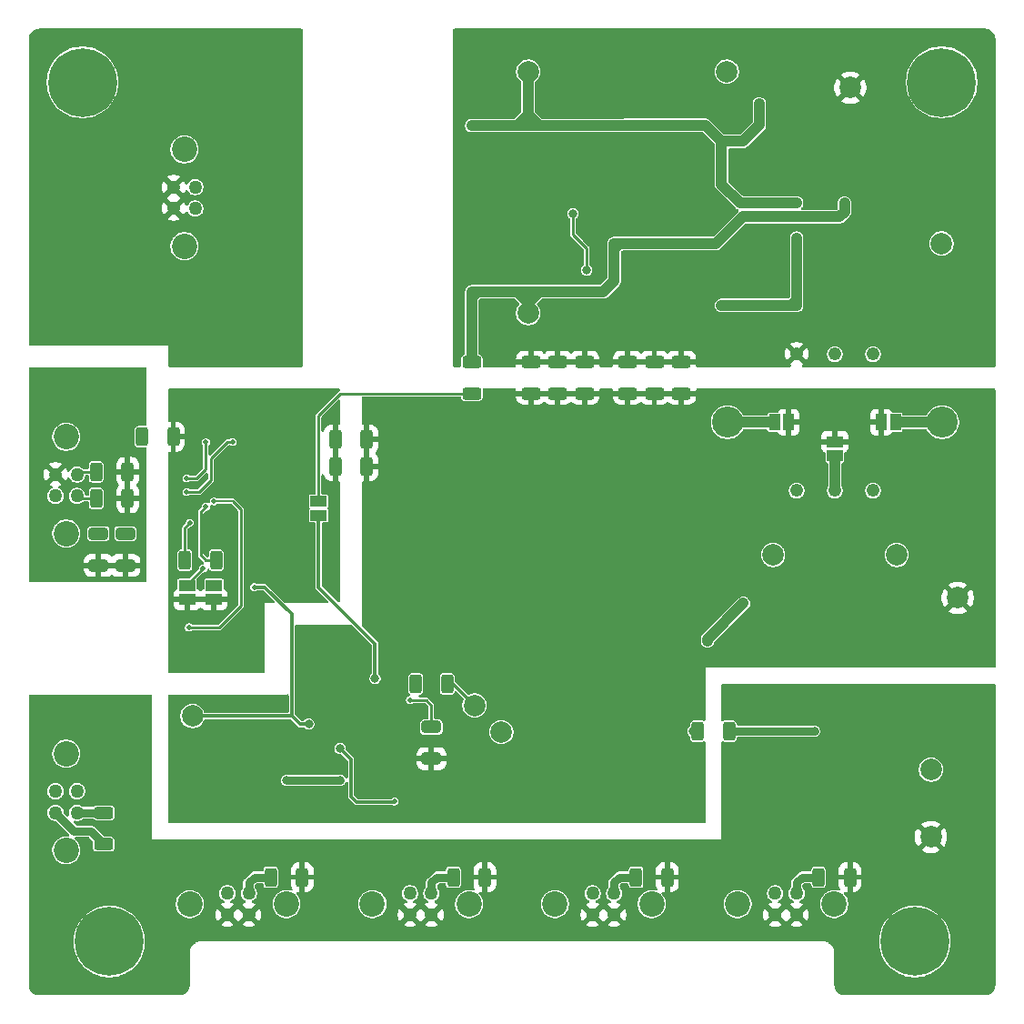
<source format=gbl>
G04 #@! TF.GenerationSoftware,KiCad,Pcbnew,9.0.2-9.0.2-0~ubuntu24.04.1*
G04 #@! TF.CreationDate,2025-06-11T14:59:59-05:00*
G04 #@! TF.ProjectId,bias-supply,62696173-2d73-4757-9070-6c792e6b6963,0.1*
G04 #@! TF.SameCoordinates,Original*
G04 #@! TF.FileFunction,Copper,L2,Bot*
G04 #@! TF.FilePolarity,Positive*
%FSLAX46Y46*%
G04 Gerber Fmt 4.6, Leading zero omitted, Abs format (unit mm)*
G04 Created by KiCad (PCBNEW 9.0.2-9.0.2-0~ubuntu24.04.1) date 2025-06-11 14:59:59*
%MOMM*%
%LPD*%
G01*
G04 APERTURE LIST*
G04 Aperture macros list*
%AMRoundRect*
0 Rectangle with rounded corners*
0 $1 Rounding radius*
0 $2 $3 $4 $5 $6 $7 $8 $9 X,Y pos of 4 corners*
0 Add a 4 corners polygon primitive as box body*
4,1,4,$2,$3,$4,$5,$6,$7,$8,$9,$2,$3,0*
0 Add four circle primitives for the rounded corners*
1,1,$1+$1,$2,$3*
1,1,$1+$1,$4,$5*
1,1,$1+$1,$6,$7*
1,1,$1+$1,$8,$9*
0 Add four rect primitives between the rounded corners*
20,1,$1+$1,$2,$3,$4,$5,0*
20,1,$1+$1,$4,$5,$6,$7,0*
20,1,$1+$1,$6,$7,$8,$9,0*
20,1,$1+$1,$8,$9,$2,$3,0*%
G04 Aperture macros list end*
G04 #@! TA.AperFunction,ComponentPad*
%ADD10C,1.270000*%
G04 #@! TD*
G04 #@! TA.AperFunction,ComponentPad*
%ADD11C,2.362200*%
G04 #@! TD*
G04 #@! TA.AperFunction,ComponentPad*
%ADD12C,2.000000*%
G04 #@! TD*
G04 #@! TA.AperFunction,ComponentPad*
%ADD13C,6.400000*%
G04 #@! TD*
G04 #@! TA.AperFunction,ComponentPad*
%ADD14C,1.214000*%
G04 #@! TD*
G04 #@! TA.AperFunction,ComponentPad*
%ADD15C,2.891000*%
G04 #@! TD*
G04 #@! TA.AperFunction,SMDPad,CuDef*
%ADD16RoundRect,0.250000X0.625000X-0.312500X0.625000X0.312500X-0.625000X0.312500X-0.625000X-0.312500X0*%
G04 #@! TD*
G04 #@! TA.AperFunction,SMDPad,CuDef*
%ADD17RoundRect,0.250000X0.312500X0.625000X-0.312500X0.625000X-0.312500X-0.625000X0.312500X-0.625000X0*%
G04 #@! TD*
G04 #@! TA.AperFunction,SMDPad,CuDef*
%ADD18RoundRect,0.250000X-0.650000X0.325000X-0.650000X-0.325000X0.650000X-0.325000X0.650000X0.325000X0*%
G04 #@! TD*
G04 #@! TA.AperFunction,SMDPad,CuDef*
%ADD19RoundRect,0.250000X0.650000X-0.325000X0.650000X0.325000X-0.650000X0.325000X-0.650000X-0.325000X0*%
G04 #@! TD*
G04 #@! TA.AperFunction,SMDPad,CuDef*
%ADD20R,1.500000X1.000000*%
G04 #@! TD*
G04 #@! TA.AperFunction,SMDPad,CuDef*
%ADD21RoundRect,0.250000X-0.625000X0.312500X-0.625000X-0.312500X0.625000X-0.312500X0.625000X0.312500X0*%
G04 #@! TD*
G04 #@! TA.AperFunction,SMDPad,CuDef*
%ADD22R,1.000000X1.500000*%
G04 #@! TD*
G04 #@! TA.AperFunction,SMDPad,CuDef*
%ADD23RoundRect,0.250000X-0.312500X-0.625000X0.312500X-0.625000X0.312500X0.625000X-0.312500X0.625000X0*%
G04 #@! TD*
G04 #@! TA.AperFunction,ViaPad*
%ADD24C,0.800000*%
G04 #@! TD*
G04 #@! TA.AperFunction,ViaPad*
%ADD25C,0.500000*%
G04 #@! TD*
G04 #@! TA.AperFunction,Conductor*
%ADD26C,0.250000*%
G04 #@! TD*
G04 #@! TA.AperFunction,Conductor*
%ADD27C,0.350000*%
G04 #@! TD*
G04 #@! TA.AperFunction,Conductor*
%ADD28C,1.000000*%
G04 #@! TD*
G04 #@! TA.AperFunction,Conductor*
%ADD29C,0.800000*%
G04 #@! TD*
G04 #@! TA.AperFunction,Conductor*
%ADD30C,0.200000*%
G04 #@! TD*
G04 #@! TA.AperFunction,Conductor*
%ADD31C,0.300000*%
G04 #@! TD*
G04 APERTURE END LIST*
D10*
X66000000Y-96000000D03*
X68000001Y-96000000D03*
X66000000Y-93999999D03*
X68000001Y-93999999D03*
D11*
X62500001Y-95000000D03*
X71499999Y-95000000D03*
D12*
X97500000Y-82500000D03*
X60000000Y-17500000D03*
X60000000Y-40000000D03*
X94306000Y-62500000D03*
X90000000Y-19000000D03*
D10*
X16000000Y-84500001D03*
X16000000Y-86500002D03*
X18000001Y-84500001D03*
X18000001Y-86500002D03*
D11*
X17000000Y-81000002D03*
X17000000Y-90000000D03*
D10*
X32000000Y-96000000D03*
X34000001Y-96000000D03*
X32000000Y-93999999D03*
X34000001Y-93999999D03*
D11*
X28500001Y-95000000D03*
X37499999Y-95000000D03*
D13*
X96000000Y-98500000D03*
X18500000Y-18500000D03*
D14*
X85000000Y-56500000D03*
X88556000Y-56500000D03*
X92112000Y-56500000D03*
X92112000Y-43800000D03*
X88556000Y-43800000D03*
X85000000Y-43800000D03*
D15*
X78574000Y-50150000D03*
X98538000Y-50150000D03*
D12*
X100000000Y-66500000D03*
D10*
X83000000Y-96000000D03*
X85000001Y-96000000D03*
X83000000Y-93999999D03*
X85000001Y-93999999D03*
D11*
X79500001Y-95000000D03*
X88499999Y-95000000D03*
D12*
X98500000Y-33500000D03*
X55000000Y-76500000D03*
X78500000Y-17500000D03*
D13*
X98500000Y-18500000D03*
D12*
X82806000Y-62500000D03*
D10*
X49000000Y-96000000D03*
X51000001Y-96000000D03*
X49000000Y-93999999D03*
X51000001Y-93999999D03*
D11*
X45500001Y-95000000D03*
X54499999Y-95000000D03*
D10*
X27000000Y-28250000D03*
X27000000Y-30250001D03*
X29000001Y-28250000D03*
X29000001Y-30250001D03*
D11*
X28000000Y-24750001D03*
X28000000Y-33749999D03*
D10*
X16000000Y-55000000D03*
X16000000Y-57000001D03*
X18000001Y-55000000D03*
X18000001Y-57000001D03*
D11*
X17000000Y-51500001D03*
X17000000Y-60499999D03*
D13*
X21000000Y-98500000D03*
D12*
X57500000Y-79000000D03*
X97500000Y-88750000D03*
X28750000Y-77500000D03*
D16*
X20500000Y-89425002D03*
X20500000Y-86500002D03*
D17*
X55962500Y-92500000D03*
X53037500Y-92500000D03*
D18*
X20000000Y-60525000D03*
X20000000Y-63475000D03*
D17*
X22712500Y-54750000D03*
X19787500Y-54750000D03*
X30962500Y-63000000D03*
X28037500Y-63000000D03*
D18*
X22500000Y-60525000D03*
X22500000Y-63475000D03*
D19*
X51000000Y-81475000D03*
X51000000Y-78525000D03*
D16*
X74250000Y-47462500D03*
X74250000Y-44537500D03*
D20*
X40500000Y-58825000D03*
X40500000Y-57525000D03*
D21*
X71750000Y-44537500D03*
X71750000Y-47462500D03*
D17*
X44962500Y-54250000D03*
X42037500Y-54250000D03*
D20*
X28250000Y-66650000D03*
X28250000Y-65350000D03*
D21*
X62750000Y-44537500D03*
X62750000Y-47462500D03*
D17*
X44962500Y-51750000D03*
X42037500Y-51750000D03*
X22712500Y-57250000D03*
X19787500Y-57250000D03*
D21*
X65250000Y-44537500D03*
X65250000Y-47462500D03*
D17*
X89962500Y-92500000D03*
X87037500Y-92500000D03*
X72962500Y-92500000D03*
X70037500Y-92500000D03*
D21*
X69250000Y-44537500D03*
X69250000Y-47462500D03*
D22*
X92888000Y-50150000D03*
X94188000Y-50150000D03*
X84224000Y-50150000D03*
X82924000Y-50150000D03*
D23*
X75787500Y-78900000D03*
X78712500Y-78900000D03*
D20*
X88556000Y-53250000D03*
X88556000Y-51950000D03*
X30750000Y-66650000D03*
X30750000Y-65350000D03*
D21*
X60250000Y-44537500D03*
X60250000Y-47462500D03*
D23*
X24037500Y-51500000D03*
X26962500Y-51500000D03*
D21*
X54750000Y-44537500D03*
X54750000Y-47462500D03*
D17*
X52462500Y-74500000D03*
X49537500Y-74500000D03*
X38962500Y-92500000D03*
X36037500Y-92500000D03*
D24*
X76700000Y-70500000D03*
X45750000Y-74000000D03*
X80037500Y-67000000D03*
X102500000Y-40000000D03*
X102500000Y-56000000D03*
X27500000Y-80500000D03*
D25*
X60250000Y-44537500D03*
D24*
X56500000Y-86500000D03*
D25*
X71750000Y-47462500D03*
X65250000Y-47462500D03*
D24*
X102500000Y-30000000D03*
X102500000Y-36000000D03*
D25*
X62750000Y-44537500D03*
D24*
X27500000Y-84500000D03*
X85000000Y-14500000D03*
X72500000Y-86500000D03*
X102500000Y-60000000D03*
X66500000Y-86500000D03*
X102500000Y-72000000D03*
X69000000Y-14500000D03*
X102500000Y-48000000D03*
X102500000Y-58000000D03*
D25*
X69250000Y-44537500D03*
D24*
X102500000Y-64000000D03*
X45500000Y-63000000D03*
D25*
X62750000Y-47462500D03*
D24*
X60500000Y-86500000D03*
D25*
X69250000Y-47462500D03*
X36500000Y-54500000D03*
X44962500Y-51750000D03*
D24*
X93000000Y-14500000D03*
X102500000Y-38000000D03*
X62500000Y-86500000D03*
X40650000Y-74000000D03*
D25*
X74250000Y-44537500D03*
D24*
X102500000Y-32000000D03*
X87000000Y-14500000D03*
X79000000Y-14500000D03*
X102500000Y-68000000D03*
X75000000Y-14500000D03*
X75348500Y-83099998D03*
D25*
X74250000Y-47462500D03*
D24*
X102500000Y-44000000D03*
D25*
X29725000Y-71750000D03*
D24*
X55000000Y-14500000D03*
X91000000Y-14500000D03*
X102500000Y-62000000D03*
X71000000Y-14500000D03*
X102500000Y-66000000D03*
X102500000Y-28000000D03*
X68500000Y-86500000D03*
D25*
X31000000Y-60500000D03*
D24*
X48000000Y-65500000D03*
X102500000Y-70000000D03*
X58500000Y-86500000D03*
X70500000Y-86500000D03*
D25*
X33000000Y-53250000D03*
D24*
X102500000Y-26000000D03*
X81000000Y-14500000D03*
D25*
X28750000Y-61500000D03*
D24*
X102500000Y-50000000D03*
X83000000Y-14500000D03*
D25*
X65250000Y-44537500D03*
D24*
X102500000Y-42000000D03*
X102500000Y-34000000D03*
X65000000Y-14500000D03*
X67000000Y-14500000D03*
D25*
X28224150Y-57905000D03*
D24*
X57000000Y-14500000D03*
X45500000Y-61000000D03*
X61000000Y-14500000D03*
D25*
X44962500Y-54250000D03*
D24*
X102500000Y-52000000D03*
X59000000Y-14500000D03*
X63000000Y-14500000D03*
X45500000Y-57000000D03*
X69000000Y-65500000D03*
X89000000Y-14500000D03*
X27500000Y-82500000D03*
D25*
X47975360Y-83819400D03*
D24*
X69000000Y-54000000D03*
X102500000Y-54000000D03*
X77000000Y-14500000D03*
X27500000Y-86500000D03*
D25*
X71750000Y-44537500D03*
D24*
X64500000Y-86500000D03*
X48000000Y-54000000D03*
D25*
X60250000Y-47462500D03*
D24*
X45500000Y-59000000D03*
X73000000Y-14500000D03*
X102500000Y-24000000D03*
X64190000Y-30721348D03*
X65460000Y-35962500D03*
X68000000Y-33500000D03*
X54750000Y-38000000D03*
X89445000Y-29725000D03*
X54750000Y-22525000D03*
X85000000Y-29725000D03*
X78000000Y-39275000D03*
X85000000Y-39275000D03*
X69000000Y-22500000D03*
X81525000Y-20500000D03*
X85000000Y-33000000D03*
X22500000Y-102500000D03*
X98500000Y-102500000D03*
X79000000Y-87500000D03*
X86651500Y-83099998D03*
X20500000Y-102500000D03*
X96500000Y-75500000D03*
X90500000Y-102500000D03*
X92500000Y-102500000D03*
X14500000Y-94500000D03*
X98500000Y-75500000D03*
X81000000Y-87500000D03*
X84250000Y-76402600D03*
X80500000Y-85597400D03*
X102500000Y-85500000D03*
X83500000Y-81500000D03*
X14500000Y-100500000D03*
X18500000Y-102500000D03*
X102500000Y-75500000D03*
X102500000Y-83500000D03*
X100500000Y-75500000D03*
X94500000Y-102500000D03*
X80500000Y-77500000D03*
X83500000Y-77500000D03*
X102500000Y-93500000D03*
X102500000Y-81500000D03*
X96500000Y-102500000D03*
X102500000Y-79500000D03*
X102500000Y-77500000D03*
X102500000Y-101500000D03*
X16500000Y-102500000D03*
X14500000Y-96500000D03*
X102500000Y-95500000D03*
X102500000Y-97500000D03*
X26500000Y-102500000D03*
X102500000Y-99500000D03*
X80500000Y-83500000D03*
X102500000Y-89500000D03*
X83500000Y-83500000D03*
X102500000Y-87500000D03*
X14500000Y-98500000D03*
X100500000Y-102500000D03*
X83500000Y-85597400D03*
X83000000Y-87500000D03*
X94500000Y-75500000D03*
X85000000Y-87500000D03*
X24500000Y-102500000D03*
X80500000Y-81500000D03*
X102500000Y-91500000D03*
X14500000Y-40000000D03*
X29500000Y-44000000D03*
X14500000Y-38000000D03*
X20500000Y-42000000D03*
X14500000Y-24000000D03*
X14500000Y-42000000D03*
X36000000Y-14500000D03*
X32000000Y-14500000D03*
X35500000Y-44000000D03*
X31500000Y-44000000D03*
X24500000Y-42000000D03*
X14500000Y-36000000D03*
X14500000Y-26000000D03*
X14500000Y-30000000D03*
X26000000Y-14500000D03*
X16500000Y-42000000D03*
X26500000Y-42000000D03*
X14500000Y-28000000D03*
X22500000Y-42000000D03*
X33500000Y-44000000D03*
X34000000Y-14500000D03*
X27500000Y-44000000D03*
X14500000Y-34000000D03*
X18500000Y-42000000D03*
X24000000Y-14500000D03*
X28000000Y-14500000D03*
X14500000Y-32000000D03*
X30000000Y-14500000D03*
X37500000Y-83475000D03*
X42500000Y-83462500D03*
D25*
X30750000Y-57500000D03*
X28425000Y-69250000D03*
X49000000Y-76000000D03*
X40500000Y-57525000D03*
D24*
X86651500Y-78900002D03*
D25*
X47557107Y-85442893D03*
D24*
X42500000Y-80537500D03*
X39575000Y-78250000D03*
D25*
X34500000Y-65500000D03*
X29750000Y-63750000D03*
X30000000Y-58000000D03*
X49537500Y-74500000D03*
X30750000Y-65350000D03*
X28500000Y-59500000D03*
X28037500Y-63000000D03*
X32481250Y-51981250D03*
X28224150Y-56635000D03*
X30000000Y-52000000D03*
X28224150Y-55365000D03*
X20000000Y-60525000D03*
X24037500Y-51500000D03*
X22500000Y-60525000D03*
D24*
X75348500Y-78900002D03*
D26*
X53000000Y-74500000D02*
X55000000Y-76500000D01*
D27*
X40500000Y-65500000D02*
X40500000Y-58650000D01*
X45750000Y-70750000D02*
X40500000Y-65500000D01*
D26*
X52462500Y-74500000D02*
X53000000Y-74500000D01*
D28*
X76700000Y-70337500D02*
X80037500Y-67000000D01*
D27*
X45750000Y-74000000D02*
X45750000Y-70750000D01*
D28*
X76700000Y-70500000D02*
X76700000Y-70337500D01*
D26*
X65460000Y-33960000D02*
X65000000Y-33500000D01*
X65460000Y-35962500D02*
X65460000Y-33960000D01*
X64190000Y-30721348D02*
X64190000Y-32690000D01*
X64190000Y-32690000D02*
X65000000Y-33500000D01*
D28*
X54750000Y-38500000D02*
X54750000Y-44200000D01*
X68000000Y-37000000D02*
X68000000Y-34000000D01*
X60000000Y-39000000D02*
X60000000Y-40000000D01*
X60000000Y-39000000D02*
X61000000Y-38000000D01*
X60000000Y-39000000D02*
X59000000Y-38000000D01*
X61000000Y-38000000D02*
X67000000Y-38000000D01*
X80000000Y-31000000D02*
X77500000Y-33500000D01*
X59000000Y-38000000D02*
X60000000Y-38000000D01*
X68000000Y-34000000D02*
X68000000Y-33500000D01*
X89445000Y-29725000D02*
X89445000Y-30555000D01*
X54750000Y-38000000D02*
X60000000Y-38000000D01*
X54750000Y-38000000D02*
X55250000Y-38000000D01*
X68500000Y-33500000D02*
X68000000Y-33500000D01*
X89445000Y-30555000D02*
X89000000Y-31000000D01*
X67000000Y-38000000D02*
X68000000Y-37000000D01*
X89000000Y-31000000D02*
X80000000Y-31000000D01*
X68000000Y-34000000D02*
X68500000Y-33500000D01*
X77500000Y-33500000D02*
X68500000Y-33500000D01*
X55250000Y-38000000D02*
X54750000Y-38500000D01*
X54750000Y-38000000D02*
X54750000Y-38500000D01*
X60000000Y-38000000D02*
X60000000Y-39000000D01*
X60000000Y-38000000D02*
X61000000Y-38000000D01*
X85000000Y-39275000D02*
X84500000Y-39275000D01*
X78000000Y-24000000D02*
X80000000Y-24000000D01*
X84500000Y-39275000D02*
X78000000Y-39275000D01*
X61000000Y-22525000D02*
X68975000Y-22525000D01*
X54750000Y-22525000D02*
X60000000Y-22525000D01*
X80000000Y-24000000D02*
X81525000Y-22475000D01*
X76500000Y-22500000D02*
X78000000Y-24000000D01*
X60000000Y-21000000D02*
X60000000Y-17500000D01*
X60000000Y-22525000D02*
X60000000Y-21000000D01*
X78000000Y-24000000D02*
X78000000Y-28000000D01*
X85000000Y-38500000D02*
X85000000Y-39275000D01*
X79725000Y-29725000D02*
X85000000Y-29725000D01*
X60000000Y-21000000D02*
X60000000Y-21525000D01*
X60000000Y-22525000D02*
X61000000Y-22525000D01*
X81525000Y-22475000D02*
X81525000Y-20500000D01*
X85000000Y-38500000D02*
X85000000Y-38775000D01*
X85000000Y-38775000D02*
X84500000Y-39275000D01*
X78000000Y-28000000D02*
X79725000Y-29725000D01*
X59000000Y-22525000D02*
X60000000Y-22525000D01*
X60000000Y-21525000D02*
X59000000Y-22525000D01*
X69000000Y-22500000D02*
X76500000Y-22500000D01*
X68975000Y-22525000D02*
X69000000Y-22500000D01*
X60000000Y-21525000D02*
X61000000Y-22525000D01*
X85000000Y-33000000D02*
X85000000Y-38500000D01*
X78574000Y-50150000D02*
X82924000Y-50150000D01*
X98538000Y-50150000D02*
X94188000Y-50150000D01*
X88556000Y-53250000D02*
X88556000Y-56500000D01*
D29*
X42500000Y-83462500D02*
X37512500Y-83462500D01*
X37512500Y-83462500D02*
X37500000Y-83475000D01*
D30*
X30750000Y-57500000D02*
X32500000Y-57500000D01*
D26*
X31250000Y-69250000D02*
X28425000Y-69250000D01*
X33250000Y-67250000D02*
X31250000Y-69250000D01*
X32500000Y-57500000D02*
X33250000Y-58250000D01*
X33250000Y-58250000D02*
X33250000Y-67250000D01*
X51000000Y-76500000D02*
X51000000Y-78525000D01*
X49000000Y-76000000D02*
X50500000Y-76000000D01*
X50500000Y-76000000D02*
X51000000Y-76500000D01*
X42537500Y-47462500D02*
X54750000Y-47462500D01*
X40500000Y-57525000D02*
X40500000Y-49500000D01*
X40500000Y-49500000D02*
X42537500Y-47462500D01*
D29*
X86651498Y-78900000D02*
X86651500Y-78900002D01*
X78712500Y-78900000D02*
X86651498Y-78900000D01*
D31*
X44000000Y-85500000D02*
X47500000Y-85500000D01*
X47500000Y-85500000D02*
X47557107Y-85442893D01*
X43500000Y-81537500D02*
X43500000Y-85000000D01*
X43500000Y-85000000D02*
X44000000Y-85500000D01*
X42500000Y-80537500D02*
X43500000Y-81537500D01*
X38000000Y-68000000D02*
X38000000Y-77500000D01*
X38750000Y-78250000D02*
X39575000Y-78250000D01*
X28750000Y-77500000D02*
X38000000Y-77500000D01*
X38000000Y-77500000D02*
X38750000Y-78250000D01*
X35500000Y-65500000D02*
X38000000Y-68000000D01*
X34500000Y-65500000D02*
X35500000Y-65500000D01*
D26*
X28250000Y-65250000D02*
X28250000Y-65350000D01*
X29750000Y-63750000D02*
X28250000Y-65250000D01*
X30000000Y-63000000D02*
X29500000Y-62500000D01*
X29500000Y-58500000D02*
X30000000Y-58000000D01*
X29500000Y-59000000D02*
X29500000Y-58500000D01*
X30962500Y-63000000D02*
X30000000Y-63000000D01*
X29500000Y-62500000D02*
X29500000Y-59000000D01*
X28037500Y-59962500D02*
X28500000Y-59500000D01*
X28037500Y-63000000D02*
X28037500Y-59962500D01*
X29365000Y-56635000D02*
X28224150Y-56635000D01*
X32018750Y-51981250D02*
X30451000Y-53549000D01*
X30451000Y-53549000D02*
X30451000Y-55549000D01*
X32481250Y-51981250D02*
X32018750Y-51981250D01*
X30451000Y-55549000D02*
X29365000Y-56635000D01*
X30000000Y-54500000D02*
X29135000Y-55365000D01*
X30000000Y-52000000D02*
X30000000Y-54500000D01*
X29135000Y-55365000D02*
X28224150Y-55365000D01*
X19787500Y-54750000D02*
X18250001Y-54750000D01*
X18250001Y-54750000D02*
X18000001Y-55000000D01*
X18250000Y-57250000D02*
X18000001Y-57000001D01*
X19787500Y-57250000D02*
X18250000Y-57250000D01*
D29*
X85000001Y-93999999D02*
X85000001Y-92999999D01*
X85500000Y-92500000D02*
X87037500Y-92500000D01*
X85000001Y-92999999D02*
X85500000Y-92500000D01*
X68500000Y-92500000D02*
X70037500Y-92500000D01*
X68000001Y-93999999D02*
X68000001Y-92999999D01*
X68000001Y-92999999D02*
X68500000Y-92500000D01*
X51000001Y-93999999D02*
X51000001Y-92999999D01*
X51500000Y-92500000D02*
X53037500Y-92500000D01*
X51000001Y-92999999D02*
X51500000Y-92500000D01*
X34000001Y-93999999D02*
X34000001Y-92999999D01*
X34500000Y-92500000D02*
X36037500Y-92500000D01*
X34000001Y-92999999D02*
X34500000Y-92500000D01*
X20500000Y-86500002D02*
X18000001Y-86500002D01*
X17717898Y-88217900D02*
X16000000Y-86500002D01*
X19292898Y-88217900D02*
X17717898Y-88217900D01*
X20500000Y-89425002D02*
X19292898Y-88217900D01*
G04 #@! TA.AperFunction,Conductor*
G36*
X38943039Y-13520185D02*
G01*
X38988794Y-13572989D01*
X39000000Y-13624500D01*
X39000000Y-44876000D01*
X38980315Y-44943039D01*
X38927511Y-44988794D01*
X38876000Y-45000000D01*
X26624000Y-45000000D01*
X26556961Y-44980315D01*
X26511206Y-44927511D01*
X26500000Y-44876000D01*
X26500000Y-43000000D01*
X13624500Y-43000000D01*
X13557461Y-42980315D01*
X13511706Y-42927511D01*
X13500500Y-42876000D01*
X13500500Y-33647011D01*
X26691400Y-33647011D01*
X26691400Y-33852986D01*
X26723623Y-34056431D01*
X26787271Y-34252324D01*
X26787272Y-34252327D01*
X26880785Y-34435855D01*
X27001856Y-34602494D01*
X27147505Y-34748143D01*
X27314144Y-34869214D01*
X27404159Y-34915078D01*
X27497671Y-34962726D01*
X27497674Y-34962727D01*
X27595620Y-34994551D01*
X27693569Y-35026376D01*
X27897011Y-35058599D01*
X27897012Y-35058599D01*
X28102988Y-35058599D01*
X28102989Y-35058599D01*
X28306431Y-35026376D01*
X28502328Y-34962726D01*
X28685856Y-34869214D01*
X28852495Y-34748143D01*
X28998144Y-34602494D01*
X29119215Y-34435855D01*
X29212727Y-34252327D01*
X29276377Y-34056430D01*
X29308600Y-33852988D01*
X29308600Y-33647010D01*
X29276377Y-33443568D01*
X29212727Y-33247671D01*
X29212727Y-33247670D01*
X29119214Y-33064142D01*
X28998144Y-32897504D01*
X28852495Y-32751855D01*
X28685856Y-32630784D01*
X28502328Y-32537271D01*
X28502325Y-32537270D01*
X28306432Y-32473622D01*
X28204710Y-32457510D01*
X28102989Y-32441399D01*
X27897011Y-32441399D01*
X27829197Y-32452140D01*
X27693567Y-32473622D01*
X27497674Y-32537270D01*
X27497671Y-32537271D01*
X27314143Y-32630784D01*
X27219069Y-32699860D01*
X27147505Y-32751855D01*
X27147503Y-32751857D01*
X27147502Y-32751857D01*
X27001858Y-32897501D01*
X27001858Y-32897502D01*
X27001856Y-32897504D01*
X26949861Y-32969068D01*
X26880785Y-33064142D01*
X26787272Y-33247670D01*
X26787271Y-33247673D01*
X26723623Y-33443566D01*
X26691400Y-33647011D01*
X13500500Y-33647011D01*
X13500500Y-28160668D01*
X25865000Y-28160668D01*
X25865000Y-28339331D01*
X25892946Y-28515780D01*
X25948155Y-28685693D01*
X26029260Y-28844869D01*
X26038651Y-28857793D01*
X26038652Y-28857794D01*
X26619000Y-28277446D01*
X26619000Y-28300160D01*
X26644964Y-28397061D01*
X26695124Y-28483940D01*
X26766060Y-28554876D01*
X26852939Y-28605036D01*
X26949840Y-28631000D01*
X26972554Y-28631000D01*
X26392205Y-29211347D01*
X26394481Y-29240272D01*
X26394481Y-29259729D01*
X26392204Y-29288652D01*
X26972554Y-29869001D01*
X26949840Y-29869001D01*
X26852939Y-29894965D01*
X26766060Y-29945125D01*
X26695124Y-30016061D01*
X26644964Y-30102940D01*
X26619000Y-30199841D01*
X26619000Y-30222554D01*
X26038651Y-29642205D01*
X26038651Y-29642206D01*
X26029262Y-29655128D01*
X25948155Y-29814307D01*
X25892946Y-29984220D01*
X25865000Y-30160669D01*
X25865000Y-30339332D01*
X25892946Y-30515781D01*
X25948155Y-30685694D01*
X26029260Y-30844870D01*
X26038651Y-30857794D01*
X26038652Y-30857795D01*
X26619000Y-30277447D01*
X26619000Y-30300161D01*
X26644964Y-30397062D01*
X26695124Y-30483941D01*
X26766060Y-30554877D01*
X26852939Y-30605037D01*
X26949840Y-30631001D01*
X26972554Y-30631001D01*
X26392205Y-31211348D01*
X26392205Y-31211349D01*
X26405129Y-31220739D01*
X26564306Y-31301845D01*
X26734219Y-31357054D01*
X26910669Y-31385001D01*
X27089331Y-31385001D01*
X27265780Y-31357054D01*
X27435693Y-31301845D01*
X27594867Y-31220740D01*
X27594872Y-31220738D01*
X27607794Y-31211348D01*
X27027447Y-30631001D01*
X27050160Y-30631001D01*
X27147061Y-30605037D01*
X27233940Y-30554877D01*
X27304876Y-30483941D01*
X27355036Y-30397062D01*
X27381000Y-30300161D01*
X27381000Y-30277447D01*
X27961347Y-30857795D01*
X27970737Y-30844873D01*
X27970739Y-30844868D01*
X28051844Y-30685692D01*
X28081309Y-30595011D01*
X28120746Y-30537335D01*
X28185105Y-30510137D01*
X28253951Y-30522052D01*
X28305427Y-30569296D01*
X28313800Y-30585875D01*
X28324278Y-30611171D01*
X28324286Y-30611186D01*
X28407728Y-30736065D01*
X28407731Y-30736069D01*
X28513932Y-30842270D01*
X28513936Y-30842273D01*
X28638815Y-30925715D01*
X28638821Y-30925718D01*
X28638822Y-30925719D01*
X28777588Y-30983198D01*
X28777592Y-30983198D01*
X28777593Y-30983199D01*
X28924898Y-31012501D01*
X28924901Y-31012501D01*
X29075103Y-31012501D01*
X29174205Y-30992787D01*
X29222414Y-30983198D01*
X29361180Y-30925719D01*
X29486066Y-30842273D01*
X29592273Y-30736066D01*
X29675719Y-30611180D01*
X29733198Y-30472414D01*
X29748187Y-30397062D01*
X29762501Y-30325103D01*
X29762501Y-30174898D01*
X29733199Y-30027593D01*
X29733198Y-30027592D01*
X29733198Y-30027588D01*
X29682416Y-29904990D01*
X29675720Y-29888824D01*
X29675715Y-29888815D01*
X29592273Y-29763936D01*
X29592270Y-29763932D01*
X29486069Y-29657731D01*
X29486065Y-29657728D01*
X29361186Y-29574286D01*
X29361177Y-29574281D01*
X29222414Y-29516804D01*
X29222408Y-29516802D01*
X29075103Y-29487501D01*
X29075101Y-29487501D01*
X28924901Y-29487501D01*
X28924899Y-29487501D01*
X28777593Y-29516802D01*
X28777587Y-29516804D01*
X28638824Y-29574281D01*
X28638815Y-29574286D01*
X28513936Y-29657728D01*
X28513932Y-29657731D01*
X28407731Y-29763932D01*
X28407728Y-29763936D01*
X28324286Y-29888815D01*
X28324281Y-29888824D01*
X28313800Y-29914128D01*
X28269957Y-29968530D01*
X28203663Y-29990593D01*
X28135964Y-29973312D01*
X28088355Y-29922174D01*
X28081309Y-29904990D01*
X28051844Y-29814309D01*
X27970738Y-29655130D01*
X27961347Y-29642206D01*
X27381000Y-30222553D01*
X27381000Y-30199841D01*
X27355036Y-30102940D01*
X27304876Y-30016061D01*
X27233940Y-29945125D01*
X27147061Y-29894965D01*
X27050160Y-29869001D01*
X27027447Y-29869001D01*
X27607794Y-29288652D01*
X27605518Y-29259728D01*
X27605518Y-29240275D01*
X27607793Y-29211347D01*
X27027447Y-28631000D01*
X27050160Y-28631000D01*
X27147061Y-28605036D01*
X27233940Y-28554876D01*
X27304876Y-28483940D01*
X27355036Y-28397061D01*
X27381000Y-28300160D01*
X27381000Y-28277446D01*
X27961347Y-28857794D01*
X27970737Y-28844872D01*
X27970739Y-28844867D01*
X28051844Y-28685691D01*
X28081309Y-28595010D01*
X28120746Y-28537334D01*
X28185105Y-28510136D01*
X28253951Y-28522051D01*
X28305427Y-28569295D01*
X28313800Y-28585874D01*
X28324278Y-28611170D01*
X28324286Y-28611185D01*
X28407728Y-28736064D01*
X28407731Y-28736068D01*
X28513932Y-28842269D01*
X28513936Y-28842272D01*
X28638815Y-28925714D01*
X28638821Y-28925717D01*
X28638822Y-28925718D01*
X28777588Y-28983197D01*
X28777592Y-28983197D01*
X28777593Y-28983198D01*
X28924898Y-29012500D01*
X28924901Y-29012500D01*
X29075103Y-29012500D01*
X29174205Y-28992786D01*
X29222414Y-28983197D01*
X29361180Y-28925718D01*
X29486066Y-28842272D01*
X29592273Y-28736065D01*
X29675719Y-28611179D01*
X29733198Y-28472413D01*
X29748187Y-28397061D01*
X29762501Y-28325102D01*
X29762501Y-28174897D01*
X29733199Y-28027592D01*
X29733198Y-28027591D01*
X29733198Y-28027587D01*
X29682416Y-27904989D01*
X29675720Y-27888823D01*
X29675715Y-27888814D01*
X29592273Y-27763935D01*
X29592270Y-27763931D01*
X29486069Y-27657730D01*
X29486065Y-27657727D01*
X29361186Y-27574285D01*
X29361177Y-27574280D01*
X29222414Y-27516803D01*
X29222408Y-27516801D01*
X29075103Y-27487500D01*
X29075101Y-27487500D01*
X28924901Y-27487500D01*
X28924899Y-27487500D01*
X28777593Y-27516801D01*
X28777587Y-27516803D01*
X28638824Y-27574280D01*
X28638815Y-27574285D01*
X28513936Y-27657727D01*
X28513932Y-27657730D01*
X28407731Y-27763931D01*
X28407728Y-27763935D01*
X28324286Y-27888814D01*
X28324281Y-27888823D01*
X28313800Y-27914127D01*
X28269957Y-27968529D01*
X28203663Y-27990592D01*
X28135964Y-27973311D01*
X28088355Y-27922173D01*
X28081309Y-27904989D01*
X28051844Y-27814308D01*
X27970738Y-27655129D01*
X27961347Y-27642205D01*
X27381000Y-28222552D01*
X27381000Y-28199840D01*
X27355036Y-28102939D01*
X27304876Y-28016060D01*
X27233940Y-27945124D01*
X27147061Y-27894964D01*
X27050160Y-27869000D01*
X27027447Y-27869000D01*
X27607794Y-27288652D01*
X27607793Y-27288651D01*
X27594869Y-27279260D01*
X27435693Y-27198155D01*
X27265780Y-27142946D01*
X27089331Y-27115000D01*
X26910669Y-27115000D01*
X26734219Y-27142946D01*
X26564306Y-27198155D01*
X26405127Y-27279262D01*
X26392205Y-27288651D01*
X26392204Y-27288651D01*
X26972554Y-27869000D01*
X26949840Y-27869000D01*
X26852939Y-27894964D01*
X26766060Y-27945124D01*
X26695124Y-28016060D01*
X26644964Y-28102939D01*
X26619000Y-28199840D01*
X26619000Y-28222553D01*
X26038651Y-27642204D01*
X26038651Y-27642205D01*
X26029262Y-27655127D01*
X25948155Y-27814306D01*
X25892946Y-27984219D01*
X25865000Y-28160668D01*
X13500500Y-28160668D01*
X13500500Y-24647013D01*
X26691400Y-24647013D01*
X26691400Y-24852988D01*
X26723623Y-25056433D01*
X26787271Y-25252326D01*
X26787272Y-25252329D01*
X26880785Y-25435857D01*
X27001856Y-25602496D01*
X27147505Y-25748145D01*
X27314144Y-25869216D01*
X27404159Y-25915080D01*
X27497671Y-25962728D01*
X27497674Y-25962729D01*
X27595620Y-25994553D01*
X27693569Y-26026378D01*
X27897011Y-26058601D01*
X27897012Y-26058601D01*
X28102988Y-26058601D01*
X28102989Y-26058601D01*
X28306431Y-26026378D01*
X28502328Y-25962728D01*
X28685856Y-25869216D01*
X28852495Y-25748145D01*
X28998144Y-25602496D01*
X29119215Y-25435857D01*
X29212727Y-25252329D01*
X29276377Y-25056432D01*
X29308600Y-24852990D01*
X29308600Y-24647012D01*
X29276377Y-24443570D01*
X29212727Y-24247673D01*
X29212727Y-24247672D01*
X29119214Y-24064144D01*
X28998144Y-23897506D01*
X28852495Y-23751857D01*
X28685856Y-23630786D01*
X28502328Y-23537273D01*
X28502325Y-23537272D01*
X28306432Y-23473624D01*
X28204710Y-23457512D01*
X28102989Y-23441401D01*
X27897011Y-23441401D01*
X27829197Y-23452142D01*
X27693567Y-23473624D01*
X27497674Y-23537272D01*
X27497671Y-23537273D01*
X27314143Y-23630786D01*
X27219069Y-23699862D01*
X27147505Y-23751857D01*
X27147503Y-23751859D01*
X27147502Y-23751859D01*
X27001858Y-23897503D01*
X27001858Y-23897504D01*
X27001856Y-23897506D01*
X26949861Y-23969070D01*
X26880785Y-24064144D01*
X26787272Y-24247672D01*
X26787271Y-24247675D01*
X26723623Y-24443568D01*
X26691400Y-24647013D01*
X13500500Y-24647013D01*
X13500500Y-18336533D01*
X15172500Y-18336533D01*
X15172500Y-18663466D01*
X15204545Y-18988830D01*
X15268322Y-19309471D01*
X15268325Y-19309482D01*
X15363234Y-19622354D01*
X15488349Y-19924407D01*
X15488351Y-19924412D01*
X15642459Y-20212728D01*
X15642470Y-20212746D01*
X15824098Y-20484571D01*
X15824108Y-20484585D01*
X16031516Y-20737312D01*
X16262687Y-20968483D01*
X16262692Y-20968487D01*
X16262693Y-20968488D01*
X16515420Y-21175896D01*
X16787260Y-21357534D01*
X16787269Y-21357539D01*
X16787271Y-21357540D01*
X17075587Y-21511648D01*
X17075589Y-21511648D01*
X17075595Y-21511652D01*
X17377647Y-21636766D01*
X17690508Y-21731672D01*
X17690514Y-21731673D01*
X17690517Y-21731674D01*
X17690528Y-21731677D01*
X17892953Y-21771940D01*
X18011166Y-21795454D01*
X18336530Y-21827500D01*
X18336533Y-21827500D01*
X18663467Y-21827500D01*
X18663470Y-21827500D01*
X18988834Y-21795454D01*
X19146450Y-21764102D01*
X19309471Y-21731677D01*
X19309482Y-21731674D01*
X19309482Y-21731673D01*
X19309492Y-21731672D01*
X19622353Y-21636766D01*
X19924405Y-21511652D01*
X20212740Y-21357534D01*
X20484580Y-21175896D01*
X20737307Y-20968488D01*
X20968488Y-20737307D01*
X21175896Y-20484580D01*
X21357534Y-20212740D01*
X21511652Y-19924405D01*
X21636766Y-19622353D01*
X21731672Y-19309492D01*
X21731674Y-19309482D01*
X21731677Y-19309471D01*
X21764102Y-19146450D01*
X21795454Y-18988834D01*
X21827500Y-18663470D01*
X21827500Y-18336530D01*
X21795454Y-18011166D01*
X21771940Y-17892953D01*
X21731677Y-17690528D01*
X21731674Y-17690517D01*
X21731673Y-17690514D01*
X21731672Y-17690508D01*
X21636766Y-17377647D01*
X21511652Y-17075595D01*
X21357534Y-16787260D01*
X21175896Y-16515420D01*
X20968488Y-16262693D01*
X20968487Y-16262692D01*
X20968483Y-16262687D01*
X20737312Y-16031516D01*
X20484585Y-15824108D01*
X20484584Y-15824107D01*
X20484580Y-15824104D01*
X20212740Y-15642466D01*
X20212735Y-15642463D01*
X20212728Y-15642459D01*
X19924412Y-15488351D01*
X19924407Y-15488349D01*
X19622354Y-15363234D01*
X19309482Y-15268325D01*
X19309471Y-15268322D01*
X18988830Y-15204545D01*
X18770108Y-15183003D01*
X18663470Y-15172500D01*
X18336530Y-15172500D01*
X18240395Y-15181968D01*
X18011169Y-15204545D01*
X17690528Y-15268322D01*
X17690517Y-15268325D01*
X17377645Y-15363234D01*
X17075592Y-15488349D01*
X17075587Y-15488351D01*
X16787271Y-15642459D01*
X16787253Y-15642470D01*
X16515428Y-15824098D01*
X16515414Y-15824108D01*
X16262687Y-16031516D01*
X16031516Y-16262687D01*
X15824108Y-16515414D01*
X15824098Y-16515428D01*
X15642470Y-16787253D01*
X15642459Y-16787271D01*
X15488351Y-17075587D01*
X15488349Y-17075592D01*
X15363234Y-17377645D01*
X15268325Y-17690517D01*
X15268322Y-17690528D01*
X15204545Y-18011169D01*
X15172500Y-18336533D01*
X13500500Y-18336533D01*
X13500500Y-14505411D01*
X13500972Y-14494605D01*
X13513760Y-14348430D01*
X13515664Y-14335097D01*
X13521503Y-14305739D01*
X13523330Y-14297903D01*
X13556779Y-14173068D01*
X13561990Y-14157721D01*
X13569010Y-14140773D01*
X13571161Y-14135881D01*
X13629825Y-14010076D01*
X13640629Y-13991366D01*
X13728119Y-13866417D01*
X13742007Y-13849865D01*
X13849865Y-13742007D01*
X13866417Y-13728119D01*
X13991366Y-13640629D01*
X14010076Y-13629825D01*
X14135881Y-13571161D01*
X14140773Y-13569010D01*
X14157721Y-13561990D01*
X14173068Y-13556779D01*
X14297903Y-13523330D01*
X14305739Y-13521503D01*
X14335097Y-13515664D01*
X14348430Y-13513760D01*
X14487871Y-13501561D01*
X14494606Y-13500972D01*
X14505412Y-13500500D01*
X38876000Y-13500500D01*
X38943039Y-13520185D01*
G37*
G04 #@! TD.AperFunction*
G04 #@! TA.AperFunction,Conductor*
G36*
X58818039Y-47019685D02*
G01*
X58863794Y-47072489D01*
X58875000Y-47124000D01*
X58875000Y-47212500D01*
X66624999Y-47212500D01*
X66624999Y-47124000D01*
X66644684Y-47056961D01*
X66697488Y-47011206D01*
X66748999Y-47000000D01*
X67751000Y-47000000D01*
X67818039Y-47019685D01*
X67863794Y-47072489D01*
X67875000Y-47124000D01*
X67875000Y-47212500D01*
X75624999Y-47212500D01*
X75624999Y-47124000D01*
X75644684Y-47056961D01*
X75697488Y-47011206D01*
X75748999Y-47000000D01*
X103375500Y-47000000D01*
X103442539Y-47019685D01*
X103488294Y-47072489D01*
X103499500Y-47124000D01*
X103499500Y-72876000D01*
X103479815Y-72943039D01*
X103427011Y-72988794D01*
X103375500Y-73000000D01*
X76500000Y-73000000D01*
X76500000Y-77851707D01*
X76480315Y-77918746D01*
X76427511Y-77964501D01*
X76358353Y-77974445D01*
X76321540Y-77963108D01*
X76209202Y-77908190D01*
X76135827Y-77897500D01*
X75439179Y-77897500D01*
X75365796Y-77908191D01*
X75252607Y-77963525D01*
X75163525Y-78052607D01*
X75108190Y-78165797D01*
X75097500Y-78239172D01*
X75097500Y-78364220D01*
X75077815Y-78431259D01*
X75035504Y-78471605D01*
X75024610Y-78477894D01*
X75024604Y-78477899D01*
X74926396Y-78576107D01*
X74926392Y-78576112D01*
X74856949Y-78696392D01*
X74856948Y-78696395D01*
X74821000Y-78830555D01*
X74821000Y-78969449D01*
X74848584Y-79072392D01*
X74856948Y-79103608D01*
X74856949Y-79103611D01*
X74926392Y-79223891D01*
X74926394Y-79223894D01*
X74926395Y-79223895D01*
X75024607Y-79322107D01*
X75035500Y-79328396D01*
X75083715Y-79378963D01*
X75097500Y-79435782D01*
X75097500Y-79560821D01*
X75108191Y-79634203D01*
X75163525Y-79747392D01*
X75252607Y-79836474D01*
X75252608Y-79836474D01*
X75252610Y-79836476D01*
X75365796Y-79891809D01*
X75439173Y-79902500D01*
X76135826Y-79902499D01*
X76209204Y-79891809D01*
X76321541Y-79836890D01*
X76390413Y-79825132D01*
X76454710Y-79852476D01*
X76494017Y-79910240D01*
X76500000Y-79948292D01*
X76500000Y-87376000D01*
X76480315Y-87443039D01*
X76427511Y-87488794D01*
X76376000Y-87500000D01*
X26624000Y-87500000D01*
X26556961Y-87480315D01*
X26511206Y-87427511D01*
X26500000Y-87376000D01*
X26500000Y-83405553D01*
X36972500Y-83405553D01*
X36972500Y-83544447D01*
X36979199Y-83569447D01*
X37008448Y-83678608D01*
X37042450Y-83737501D01*
X37077895Y-83798893D01*
X37176107Y-83897105D01*
X37232217Y-83929500D01*
X37296392Y-83966552D01*
X37363473Y-83984526D01*
X37430553Y-84002500D01*
X37430554Y-84002500D01*
X37430555Y-84002500D01*
X37569445Y-84002500D01*
X37569446Y-84002500D01*
X37569447Y-84002500D01*
X37591828Y-83996503D01*
X37600331Y-83994225D01*
X37632423Y-83990000D01*
X42569445Y-83990000D01*
X42569447Y-83990000D01*
X42703607Y-83954052D01*
X42823893Y-83884605D01*
X42922105Y-83786393D01*
X42991113Y-83666866D01*
X43041679Y-83618652D01*
X43110286Y-83605428D01*
X43175151Y-83631396D01*
X43215680Y-83688310D01*
X43222500Y-83728867D01*
X43222500Y-84955853D01*
X43222499Y-84955871D01*
X43222499Y-85036536D01*
X43241408Y-85107104D01*
X43241411Y-85107111D01*
X43260872Y-85140820D01*
X43277944Y-85170389D01*
X43829611Y-85722056D01*
X43892889Y-85758589D01*
X43892892Y-85758589D01*
X43892895Y-85758591D01*
X43939940Y-85771197D01*
X43963466Y-85777501D01*
X43963467Y-85777501D01*
X44044130Y-85777501D01*
X44044146Y-85777500D01*
X47348438Y-85777500D01*
X47403584Y-85792277D01*
X47403884Y-85791555D01*
X47409374Y-85793828D01*
X47410441Y-85794114D01*
X47411398Y-85794667D01*
X47507408Y-85820393D01*
X47507411Y-85820393D01*
X47606803Y-85820393D01*
X47606806Y-85820393D01*
X47702816Y-85794667D01*
X47788897Y-85744968D01*
X47859182Y-85674683D01*
X47908881Y-85588602D01*
X47934607Y-85492592D01*
X47934607Y-85393194D01*
X47908881Y-85297184D01*
X47859182Y-85211103D01*
X47788897Y-85140818D01*
X47702816Y-85091119D01*
X47606806Y-85065393D01*
X47507408Y-85065393D01*
X47411398Y-85091119D01*
X47411396Y-85091119D01*
X47411396Y-85091120D01*
X47325317Y-85140818D01*
X47325314Y-85140820D01*
X47279954Y-85186181D01*
X47218631Y-85219666D01*
X47192273Y-85222500D01*
X44166307Y-85222500D01*
X44099268Y-85202815D01*
X44078626Y-85186181D01*
X43813819Y-84921374D01*
X43780334Y-84860051D01*
X43777500Y-84833693D01*
X43777500Y-81849986D01*
X49600001Y-81849986D01*
X49610494Y-81952697D01*
X49665641Y-82119119D01*
X49665643Y-82119124D01*
X49757684Y-82268345D01*
X49881654Y-82392315D01*
X50030875Y-82484356D01*
X50030880Y-82484358D01*
X50197302Y-82539505D01*
X50197309Y-82539506D01*
X50300019Y-82549999D01*
X50749999Y-82549999D01*
X51250000Y-82549999D01*
X51699972Y-82549999D01*
X51699986Y-82549998D01*
X51802697Y-82539505D01*
X51969119Y-82484358D01*
X51969124Y-82484356D01*
X52118345Y-82392315D01*
X52242315Y-82268345D01*
X52334356Y-82119124D01*
X52334358Y-82119119D01*
X52389505Y-81952697D01*
X52389506Y-81952690D01*
X52399999Y-81849986D01*
X52400000Y-81849973D01*
X52400000Y-81725000D01*
X51250000Y-81725000D01*
X51250000Y-82549999D01*
X50749999Y-82549999D01*
X50750000Y-82549998D01*
X50750000Y-81725000D01*
X49600001Y-81725000D01*
X49600001Y-81849986D01*
X43777500Y-81849986D01*
X43777500Y-81584036D01*
X43777501Y-81584023D01*
X43777501Y-81500967D01*
X43777500Y-81500963D01*
X43758590Y-81430392D01*
X43758587Y-81430385D01*
X43731767Y-81383932D01*
X43725167Y-81372500D01*
X43722056Y-81367111D01*
X43670389Y-81315444D01*
X43670386Y-81315442D01*
X43454957Y-81100013D01*
X49600000Y-81100013D01*
X49600000Y-81225000D01*
X50750000Y-81225000D01*
X51250000Y-81225000D01*
X52399999Y-81225000D01*
X52399999Y-81100028D01*
X52399998Y-81100013D01*
X52389505Y-80997302D01*
X52334358Y-80830880D01*
X52334356Y-80830875D01*
X52242315Y-80681654D01*
X52118345Y-80557684D01*
X51969124Y-80465643D01*
X51969119Y-80465641D01*
X51802697Y-80410494D01*
X51802690Y-80410493D01*
X51699986Y-80400000D01*
X51250000Y-80400000D01*
X51250000Y-81225000D01*
X50750000Y-81225000D01*
X50750000Y-80400000D01*
X50300028Y-80400000D01*
X50300012Y-80400001D01*
X50197302Y-80410494D01*
X50030880Y-80465641D01*
X50030875Y-80465643D01*
X49881654Y-80557684D01*
X49757684Y-80681654D01*
X49665643Y-80830875D01*
X49665641Y-80830880D01*
X49610494Y-80997302D01*
X49610493Y-80997309D01*
X49600000Y-81100013D01*
X43454957Y-81100013D01*
X43063107Y-80708162D01*
X43029622Y-80646839D01*
X43028299Y-80615075D01*
X43027500Y-80615075D01*
X43027500Y-80468055D01*
X43027500Y-80468053D01*
X42991552Y-80333893D01*
X42922105Y-80213607D01*
X42823893Y-80115395D01*
X42823892Y-80115394D01*
X42823889Y-80115392D01*
X42703609Y-80045949D01*
X42703608Y-80045948D01*
X42703607Y-80045948D01*
X42569447Y-80010000D01*
X42430553Y-80010000D01*
X42296393Y-80045948D01*
X42296390Y-80045949D01*
X42176110Y-80115392D01*
X42176105Y-80115396D01*
X42077896Y-80213605D01*
X42077892Y-80213610D01*
X42008449Y-80333890D01*
X42008448Y-80333893D01*
X41972500Y-80468053D01*
X41972500Y-80606947D01*
X41999621Y-80708162D01*
X42008448Y-80741106D01*
X42008449Y-80741109D01*
X42077892Y-80861389D01*
X42077894Y-80861392D01*
X42077895Y-80861393D01*
X42176107Y-80959605D01*
X42296393Y-81029052D01*
X42430553Y-81065000D01*
X42430555Y-81065000D01*
X42577575Y-81065000D01*
X42577575Y-81067031D01*
X42635825Y-81076112D01*
X42670662Y-81100607D01*
X43186181Y-81616125D01*
X43219666Y-81677448D01*
X43222500Y-81703806D01*
X43222500Y-83196132D01*
X43202815Y-83263171D01*
X43150011Y-83308926D01*
X43080853Y-83318870D01*
X43017297Y-83289845D01*
X42991113Y-83258132D01*
X42922107Y-83138610D01*
X42922103Y-83138605D01*
X42823894Y-83040396D01*
X42823889Y-83040392D01*
X42703609Y-82970949D01*
X42703608Y-82970948D01*
X42703607Y-82970948D01*
X42569447Y-82935000D01*
X37443053Y-82935000D01*
X37375972Y-82952973D01*
X37375973Y-82952974D01*
X37308890Y-82970948D01*
X37308889Y-82970949D01*
X37225519Y-83019083D01*
X37225517Y-83019084D01*
X37188608Y-83040394D01*
X37188607Y-83040394D01*
X37188607Y-83040395D01*
X37176107Y-83052895D01*
X37147441Y-83081560D01*
X37147436Y-83081565D01*
X37077897Y-83151104D01*
X37077895Y-83151107D01*
X37043171Y-83211250D01*
X37043170Y-83211250D01*
X37008449Y-83271389D01*
X37008446Y-83271396D01*
X37001748Y-83296392D01*
X37001749Y-83296393D01*
X36972500Y-83405553D01*
X26500000Y-83405553D01*
X26500000Y-75624000D01*
X26519685Y-75556961D01*
X26572489Y-75511206D01*
X26624000Y-75500000D01*
X37500000Y-75500000D01*
X37510819Y-75489181D01*
X37572142Y-75455696D01*
X37641834Y-75460680D01*
X37697767Y-75502552D01*
X37722184Y-75568016D01*
X37722500Y-75576862D01*
X37722500Y-77098500D01*
X37702815Y-77165539D01*
X37650011Y-77211294D01*
X37598500Y-77222500D01*
X29935450Y-77222500D01*
X29868411Y-77202815D01*
X29822656Y-77150011D01*
X29817519Y-77136818D01*
X29794896Y-77067192D01*
X29794895Y-77067190D01*
X29714324Y-76909061D01*
X29700996Y-76890716D01*
X29610014Y-76765489D01*
X29610010Y-76765484D01*
X29484515Y-76639989D01*
X29484510Y-76639985D01*
X29340942Y-76535678D01*
X29340941Y-76535677D01*
X29340939Y-76535676D01*
X29261874Y-76495390D01*
X29182807Y-76455103D01*
X29014026Y-76400263D01*
X28870304Y-76377500D01*
X28838736Y-76372500D01*
X28661264Y-76372500D01*
X28629696Y-76377500D01*
X28485975Y-76400263D01*
X28485972Y-76400263D01*
X28317192Y-76455103D01*
X28159057Y-76535678D01*
X28015489Y-76639985D01*
X28015484Y-76639989D01*
X27889989Y-76765484D01*
X27889985Y-76765489D01*
X27785678Y-76909057D01*
X27705103Y-77067192D01*
X27650263Y-77235972D01*
X27650263Y-77235975D01*
X27650263Y-77235977D01*
X27622500Y-77411264D01*
X27622500Y-77588736D01*
X27628640Y-77627500D01*
X27650263Y-77764024D01*
X27650263Y-77764027D01*
X27705103Y-77932807D01*
X27720755Y-77963525D01*
X27785603Y-78090796D01*
X27785678Y-78090942D01*
X27889985Y-78234510D01*
X27889989Y-78234515D01*
X28015484Y-78360010D01*
X28015489Y-78360014D01*
X28098585Y-78420386D01*
X28159061Y-78464324D01*
X28317190Y-78544895D01*
X28317192Y-78544896D01*
X28485973Y-78599736D01*
X28485974Y-78599736D01*
X28485977Y-78599737D01*
X28661264Y-78627500D01*
X28661265Y-78627500D01*
X28838735Y-78627500D01*
X28838736Y-78627500D01*
X29014023Y-78599737D01*
X29014026Y-78599736D01*
X29014027Y-78599736D01*
X29182807Y-78544896D01*
X29182807Y-78544895D01*
X29182810Y-78544895D01*
X29340939Y-78464324D01*
X29484517Y-78360009D01*
X29610009Y-78234517D01*
X29714324Y-78090939D01*
X29794895Y-77932810D01*
X29802894Y-77908191D01*
X29817519Y-77863182D01*
X29856956Y-77805507D01*
X29921315Y-77778308D01*
X29935450Y-77777500D01*
X37833693Y-77777500D01*
X37900732Y-77797185D01*
X37921374Y-77813819D01*
X38527942Y-78420386D01*
X38527944Y-78420389D01*
X38579611Y-78472056D01*
X38627377Y-78499633D01*
X38642889Y-78508589D01*
X38713466Y-78527500D01*
X38786534Y-78527500D01*
X39056147Y-78527500D01*
X39123186Y-78547185D01*
X39146583Y-78568710D01*
X39147148Y-78568146D01*
X39152895Y-78573893D01*
X39251107Y-78672105D01*
X39251108Y-78672106D01*
X39251110Y-78672107D01*
X39311250Y-78706828D01*
X39371393Y-78741552D01*
X39505553Y-78777500D01*
X39505555Y-78777500D01*
X39644445Y-78777500D01*
X39644447Y-78777500D01*
X39778607Y-78741552D01*
X39898893Y-78672105D01*
X39997105Y-78573893D01*
X40066552Y-78453607D01*
X40102500Y-78319447D01*
X40102500Y-78180553D01*
X40066552Y-78046393D01*
X40026840Y-77977610D01*
X39997107Y-77926110D01*
X39997103Y-77926105D01*
X39898894Y-77827896D01*
X39898889Y-77827892D01*
X39778609Y-77758449D01*
X39778608Y-77758448D01*
X39778607Y-77758448D01*
X39644447Y-77722500D01*
X39505553Y-77722500D01*
X39371393Y-77758448D01*
X39371390Y-77758449D01*
X39251110Y-77827892D01*
X39251105Y-77827896D01*
X39150331Y-77928670D01*
X39149860Y-77929703D01*
X39148290Y-77930711D01*
X39147148Y-77931854D01*
X39146899Y-77931605D01*
X39123449Y-77946675D01*
X39098099Y-77965188D01*
X39093357Y-77966014D01*
X39091082Y-77967477D01*
X39056147Y-77972500D01*
X38916306Y-77972500D01*
X38849267Y-77952815D01*
X38828625Y-77936181D01*
X38313819Y-77421374D01*
X38280334Y-77360051D01*
X38277500Y-77333693D01*
X38277500Y-75950301D01*
X48622500Y-75950301D01*
X48622500Y-76049699D01*
X48648226Y-76145709D01*
X48697925Y-76231790D01*
X48768210Y-76302075D01*
X48854291Y-76351774D01*
X48950301Y-76377500D01*
X48950304Y-76377500D01*
X49049696Y-76377500D01*
X49049699Y-76377500D01*
X49145709Y-76351774D01*
X49231790Y-76302075D01*
X49245046Y-76288819D01*
X49306369Y-76255334D01*
X49332727Y-76252500D01*
X50344049Y-76252500D01*
X50411088Y-76272185D01*
X50431730Y-76288819D01*
X50711181Y-76568270D01*
X50744666Y-76629593D01*
X50747500Y-76655951D01*
X50747500Y-77698500D01*
X50727815Y-77765539D01*
X50675011Y-77811294D01*
X50623500Y-77822500D01*
X50314179Y-77822500D01*
X50240796Y-77833191D01*
X50127607Y-77888525D01*
X50038525Y-77977607D01*
X49983190Y-78090797D01*
X49972500Y-78164172D01*
X49972500Y-78885820D01*
X49976207Y-78911264D01*
X49983191Y-78959204D01*
X50038524Y-79072390D01*
X50038525Y-79072392D01*
X50127607Y-79161474D01*
X50127608Y-79161474D01*
X50127610Y-79161476D01*
X50240796Y-79216809D01*
X50314173Y-79227500D01*
X51685826Y-79227499D01*
X51759204Y-79216809D01*
X51872390Y-79161476D01*
X51961476Y-79072390D01*
X52016809Y-78959204D01*
X52023794Y-78911264D01*
X56372500Y-78911264D01*
X56372500Y-79088735D01*
X56400263Y-79264024D01*
X56400263Y-79264027D01*
X56455103Y-79432807D01*
X56535678Y-79590942D01*
X56639985Y-79734510D01*
X56639989Y-79734515D01*
X56765484Y-79860010D01*
X56765489Y-79860014D01*
X56823967Y-79902500D01*
X56909061Y-79964324D01*
X57067190Y-80044895D01*
X57067192Y-80044896D01*
X57235973Y-80099736D01*
X57235974Y-80099736D01*
X57235977Y-80099737D01*
X57411264Y-80127500D01*
X57411265Y-80127500D01*
X57588735Y-80127500D01*
X57588736Y-80127500D01*
X57764023Y-80099737D01*
X57764026Y-80099736D01*
X57764027Y-80099736D01*
X57932807Y-80044896D01*
X57932807Y-80044895D01*
X57932810Y-80044895D01*
X58090939Y-79964324D01*
X58234517Y-79860009D01*
X58360009Y-79734517D01*
X58464324Y-79590939D01*
X58544895Y-79432810D01*
X58580864Y-79322108D01*
X58599736Y-79264027D01*
X58599736Y-79264026D01*
X58599737Y-79264023D01*
X58627500Y-79088736D01*
X58627500Y-78911264D01*
X58599737Y-78735977D01*
X58599736Y-78735973D01*
X58599736Y-78735972D01*
X58544896Y-78567192D01*
X58534702Y-78547185D01*
X58464324Y-78409061D01*
X58431745Y-78364220D01*
X58360014Y-78265489D01*
X58360010Y-78265484D01*
X58234515Y-78139989D01*
X58234510Y-78139985D01*
X58090942Y-78035678D01*
X58090941Y-78035677D01*
X58090939Y-78035676D01*
X58011874Y-77995390D01*
X57932807Y-77955103D01*
X57764026Y-77900263D01*
X57632557Y-77879440D01*
X57588736Y-77872500D01*
X57411264Y-77872500D01*
X57352835Y-77881754D01*
X57235975Y-77900263D01*
X57235972Y-77900263D01*
X57067192Y-77955103D01*
X56909057Y-78035678D01*
X56765489Y-78139985D01*
X56765484Y-78139989D01*
X56639989Y-78265484D01*
X56639985Y-78265489D01*
X56535678Y-78409057D01*
X56455103Y-78567192D01*
X56400263Y-78735972D01*
X56400263Y-78735975D01*
X56372500Y-78911264D01*
X52023794Y-78911264D01*
X52027500Y-78885827D01*
X52027499Y-78164174D01*
X52016809Y-78090796D01*
X51961476Y-77977610D01*
X51961474Y-77977608D01*
X51961474Y-77977607D01*
X51872392Y-77888525D01*
X51759202Y-77833190D01*
X51685828Y-77822500D01*
X51685827Y-77822500D01*
X51376500Y-77822500D01*
X51309461Y-77802815D01*
X51263706Y-77750011D01*
X51252500Y-77698500D01*
X51252500Y-76449776D01*
X51252499Y-76449773D01*
X51236548Y-76411264D01*
X51214059Y-76356970D01*
X51143030Y-76285941D01*
X50643030Y-75785941D01*
X50550226Y-75747500D01*
X50550225Y-75747500D01*
X49915393Y-75747500D01*
X49848354Y-75727815D01*
X49802599Y-75675011D01*
X49792655Y-75605853D01*
X49821680Y-75542297D01*
X49880458Y-75504523D01*
X49897505Y-75500797D01*
X49959204Y-75491809D01*
X50072390Y-75436476D01*
X50161476Y-75347390D01*
X50216809Y-75234204D01*
X50227500Y-75160827D01*
X50227499Y-73839174D01*
X50227499Y-73839172D01*
X51772500Y-73839172D01*
X51772500Y-75160825D01*
X51783191Y-75234204D01*
X51838525Y-75347392D01*
X51927607Y-75436474D01*
X51927608Y-75436474D01*
X51927610Y-75436476D01*
X52040796Y-75491809D01*
X52114173Y-75502500D01*
X52810826Y-75502499D01*
X52884204Y-75491809D01*
X52997390Y-75436476D01*
X53086476Y-75347390D01*
X53141809Y-75234204D01*
X53141809Y-75234200D01*
X53142794Y-75232187D01*
X53189921Y-75180604D01*
X53257455Y-75162689D01*
X53323954Y-75184129D01*
X53341876Y-75198965D01*
X53977472Y-75834561D01*
X54010957Y-75895884D01*
X54005973Y-75965576D01*
X54000276Y-75978537D01*
X53955103Y-76067192D01*
X53900263Y-76235972D01*
X53900263Y-76235975D01*
X53872500Y-76411264D01*
X53872500Y-76588735D01*
X53900263Y-76764024D01*
X53900263Y-76764027D01*
X53955103Y-76932807D01*
X53955105Y-76932810D01*
X54023576Y-77067192D01*
X54035678Y-77090942D01*
X54139985Y-77234510D01*
X54139989Y-77234515D01*
X54265484Y-77360010D01*
X54265489Y-77360014D01*
X54349945Y-77421374D01*
X54409061Y-77464324D01*
X54567190Y-77544895D01*
X54567192Y-77544896D01*
X54735973Y-77599736D01*
X54735974Y-77599736D01*
X54735977Y-77599737D01*
X54911264Y-77627500D01*
X54911265Y-77627500D01*
X55088735Y-77627500D01*
X55088736Y-77627500D01*
X55264023Y-77599737D01*
X55264026Y-77599736D01*
X55264027Y-77599736D01*
X55432807Y-77544896D01*
X55432807Y-77544895D01*
X55432810Y-77544895D01*
X55590939Y-77464324D01*
X55734517Y-77360009D01*
X55860009Y-77234517D01*
X55964324Y-77090939D01*
X56044895Y-76932810D01*
X56044896Y-76932807D01*
X56099736Y-76764027D01*
X56099736Y-76764026D01*
X56099737Y-76764023D01*
X56127500Y-76588736D01*
X56127500Y-76411264D01*
X56099737Y-76235977D01*
X56099736Y-76235973D01*
X56099736Y-76235972D01*
X56044896Y-76067192D01*
X56035981Y-76049696D01*
X55964324Y-75909061D01*
X55950996Y-75890716D01*
X55860014Y-75765489D01*
X55860010Y-75765484D01*
X55734515Y-75639989D01*
X55734510Y-75639985D01*
X55590942Y-75535678D01*
X55590941Y-75535677D01*
X55590939Y-75535676D01*
X55511874Y-75495390D01*
X55432807Y-75455103D01*
X55264026Y-75400263D01*
X55132557Y-75379440D01*
X55088736Y-75372500D01*
X54911264Y-75372500D01*
X54852835Y-75381754D01*
X54735975Y-75400263D01*
X54735972Y-75400263D01*
X54567192Y-75455103D01*
X54478537Y-75500276D01*
X54409868Y-75513172D01*
X54345127Y-75486896D01*
X54334561Y-75477472D01*
X53188818Y-74331729D01*
X53155333Y-74270406D01*
X53152499Y-74244048D01*
X53152499Y-73839174D01*
X53146266Y-73796390D01*
X53141809Y-73765796D01*
X53086476Y-73652610D01*
X53086474Y-73652608D01*
X53086474Y-73652607D01*
X52997392Y-73563525D01*
X52884202Y-73508190D01*
X52810827Y-73497500D01*
X52114179Y-73497500D01*
X52040796Y-73508191D01*
X51927607Y-73563525D01*
X51838525Y-73652607D01*
X51783190Y-73765797D01*
X51772500Y-73839172D01*
X50227499Y-73839172D01*
X50216809Y-73765796D01*
X50161476Y-73652610D01*
X50161474Y-73652608D01*
X50161474Y-73652607D01*
X50072392Y-73563525D01*
X49959202Y-73508190D01*
X49885827Y-73497500D01*
X49189179Y-73497500D01*
X49115796Y-73508191D01*
X49002607Y-73563525D01*
X48913525Y-73652607D01*
X48858190Y-73765797D01*
X48847500Y-73839172D01*
X48847500Y-75160825D01*
X48858191Y-75234204D01*
X48913525Y-75347392D01*
X48986399Y-75420266D01*
X49019884Y-75481589D01*
X49014900Y-75551281D01*
X48973028Y-75607214D01*
X48930813Y-75627721D01*
X48854291Y-75648225D01*
X48768210Y-75697925D01*
X48768207Y-75697927D01*
X48697927Y-75768207D01*
X48697925Y-75768210D01*
X48648226Y-75854291D01*
X48622500Y-75950301D01*
X38277500Y-75950301D01*
X38277500Y-69124000D01*
X38297185Y-69056961D01*
X38349989Y-69011206D01*
X38401500Y-69000000D01*
X43520839Y-69000000D01*
X43587878Y-69019685D01*
X43608520Y-69036319D01*
X45411181Y-70838980D01*
X45444666Y-70900303D01*
X45447500Y-70926661D01*
X45447500Y-73505139D01*
X45427815Y-73572178D01*
X45411182Y-73592820D01*
X45327892Y-73676110D01*
X45258449Y-73796390D01*
X45258448Y-73796393D01*
X45222500Y-73930553D01*
X45222500Y-74069446D01*
X45258448Y-74203606D01*
X45258449Y-74203609D01*
X45327892Y-74323889D01*
X45327894Y-74323892D01*
X45327895Y-74323893D01*
X45426107Y-74422105D01*
X45546393Y-74491552D01*
X45680553Y-74527500D01*
X45680555Y-74527500D01*
X45819445Y-74527500D01*
X45819447Y-74527500D01*
X45953607Y-74491552D01*
X46073893Y-74422105D01*
X46172105Y-74323893D01*
X46241552Y-74203607D01*
X46277500Y-74069447D01*
X46277500Y-73930553D01*
X46241552Y-73796393D01*
X46172105Y-73676107D01*
X46088818Y-73592820D01*
X46055334Y-73531496D01*
X46052500Y-73505139D01*
X46052500Y-70710177D01*
X46052500Y-70710175D01*
X46031885Y-70633239D01*
X46031883Y-70633236D01*
X46031883Y-70633234D01*
X46031882Y-70633233D01*
X45992063Y-70564267D01*
X45992060Y-70564261D01*
X45989604Y-70561805D01*
X76072499Y-70561805D01*
X76096613Y-70683029D01*
X76096616Y-70683039D01*
X76143913Y-70797226D01*
X76143920Y-70797239D01*
X76212588Y-70900007D01*
X76212591Y-70900011D01*
X76299988Y-70987408D01*
X76299992Y-70987411D01*
X76402760Y-71056079D01*
X76402773Y-71056086D01*
X76516960Y-71103383D01*
X76516965Y-71103385D01*
X76516969Y-71103385D01*
X76516970Y-71103386D01*
X76638194Y-71127500D01*
X76638197Y-71127500D01*
X76761805Y-71127500D01*
X76843361Y-71111276D01*
X76883035Y-71103385D01*
X76997233Y-71056083D01*
X77100008Y-70987411D01*
X77187411Y-70900008D01*
X77256083Y-70797233D01*
X77256084Y-70797230D01*
X77256086Y-70797227D01*
X77278208Y-70743817D01*
X77303385Y-70683035D01*
X77311317Y-70643153D01*
X77343699Y-70581245D01*
X77345194Y-70579723D01*
X78820629Y-69104289D01*
X80337202Y-67587718D01*
X80524906Y-67400013D01*
X80524906Y-67400012D01*
X80524911Y-67400008D01*
X80593583Y-67297232D01*
X80640886Y-67183034D01*
X80665000Y-67061803D01*
X80665000Y-66938197D01*
X80640886Y-66816965D01*
X80593583Y-66702767D01*
X80593581Y-66702764D01*
X80593579Y-66702760D01*
X80524911Y-66599992D01*
X80524908Y-66599988D01*
X80437511Y-66512591D01*
X80437507Y-66512588D01*
X80389001Y-66480177D01*
X80334739Y-66443920D01*
X80334729Y-66443915D01*
X80220535Y-66396614D01*
X80220527Y-66396612D01*
X80146801Y-66381947D01*
X98500000Y-66381947D01*
X98500000Y-66618052D01*
X98536934Y-66851247D01*
X98609897Y-67075802D01*
X98717087Y-67286174D01*
X98777338Y-67369104D01*
X98777340Y-67369105D01*
X99517037Y-66629408D01*
X99534075Y-66692993D01*
X99599901Y-66807007D01*
X99692993Y-66900099D01*
X99807007Y-66965925D01*
X99870590Y-66982962D01*
X99130893Y-67722658D01*
X99213828Y-67782914D01*
X99424197Y-67890102D01*
X99648752Y-67963065D01*
X99648751Y-67963065D01*
X99881948Y-68000000D01*
X100118052Y-68000000D01*
X100351247Y-67963065D01*
X100575802Y-67890102D01*
X100786163Y-67782918D01*
X100786169Y-67782914D01*
X100869104Y-67722658D01*
X100869105Y-67722658D01*
X100129408Y-66982962D01*
X100192993Y-66965925D01*
X100307007Y-66900099D01*
X100400099Y-66807007D01*
X100465925Y-66692993D01*
X100482962Y-66629409D01*
X101222658Y-67369105D01*
X101222658Y-67369104D01*
X101282914Y-67286169D01*
X101282918Y-67286163D01*
X101390102Y-67075802D01*
X101463065Y-66851247D01*
X101500000Y-66618052D01*
X101500000Y-66381947D01*
X101463065Y-66148752D01*
X101390102Y-65924197D01*
X101282914Y-65713828D01*
X101222658Y-65630894D01*
X101222658Y-65630893D01*
X100482962Y-66370590D01*
X100465925Y-66307007D01*
X100400099Y-66192993D01*
X100307007Y-66099901D01*
X100192993Y-66034075D01*
X100129409Y-66017037D01*
X100869105Y-65277340D01*
X100869104Y-65277338D01*
X100786174Y-65217087D01*
X100575802Y-65109897D01*
X100351247Y-65036934D01*
X100351248Y-65036934D01*
X100118052Y-65000000D01*
X99881948Y-65000000D01*
X99648752Y-65036934D01*
X99424197Y-65109897D01*
X99213830Y-65217084D01*
X99130894Y-65277340D01*
X99870591Y-66017037D01*
X99807007Y-66034075D01*
X99692993Y-66099901D01*
X99599901Y-66192993D01*
X99534075Y-66307007D01*
X99517037Y-66370591D01*
X98777340Y-65630894D01*
X98717084Y-65713830D01*
X98609897Y-65924197D01*
X98536934Y-66148752D01*
X98500000Y-66381947D01*
X80146801Y-66381947D01*
X80099307Y-66372500D01*
X80099303Y-66372500D01*
X79975697Y-66372500D01*
X79975692Y-66372500D01*
X79854473Y-66396612D01*
X79854465Y-66396614D01*
X79740266Y-66443917D01*
X79637493Y-66512587D01*
X79637486Y-66512593D01*
X77131874Y-69018207D01*
X76299992Y-69850089D01*
X76212589Y-69937492D01*
X76143916Y-70040269D01*
X76130061Y-70073714D01*
X76130062Y-70073715D01*
X76096615Y-70154462D01*
X76096612Y-70154472D01*
X76083597Y-70219904D01*
X76083585Y-70219968D01*
X76083394Y-70220930D01*
X76072500Y-70275697D01*
X76072500Y-70561803D01*
X76072500Y-70561805D01*
X76072499Y-70561805D01*
X45989604Y-70561805D01*
X45935739Y-70507940D01*
X44536319Y-69108520D01*
X44502834Y-69047197D01*
X44500000Y-69020839D01*
X44500000Y-62411264D01*
X81678500Y-62411264D01*
X81678500Y-62588735D01*
X81706263Y-62764024D01*
X81706263Y-62764027D01*
X81761103Y-62932807D01*
X81761105Y-62932810D01*
X81833321Y-63074542D01*
X81841678Y-63090942D01*
X81945985Y-63234510D01*
X81945989Y-63234515D01*
X82071484Y-63360010D01*
X82071489Y-63360014D01*
X82192490Y-63447925D01*
X82215061Y-63464324D01*
X82373190Y-63544895D01*
X82373192Y-63544896D01*
X82541973Y-63599736D01*
X82541974Y-63599736D01*
X82541977Y-63599737D01*
X82717264Y-63627500D01*
X82717265Y-63627500D01*
X82894735Y-63627500D01*
X82894736Y-63627500D01*
X83070023Y-63599737D01*
X83070026Y-63599736D01*
X83070027Y-63599736D01*
X83238807Y-63544896D01*
X83238807Y-63544895D01*
X83238810Y-63544895D01*
X83396939Y-63464324D01*
X83540517Y-63360009D01*
X83666009Y-63234517D01*
X83770324Y-63090939D01*
X83850895Y-62932810D01*
X83866171Y-62885796D01*
X83905736Y-62764027D01*
X83905736Y-62764026D01*
X83905737Y-62764023D01*
X83933500Y-62588736D01*
X83933500Y-62411264D01*
X93178500Y-62411264D01*
X93178500Y-62588735D01*
X93206263Y-62764024D01*
X93206263Y-62764027D01*
X93261103Y-62932807D01*
X93261105Y-62932810D01*
X93333321Y-63074542D01*
X93341678Y-63090942D01*
X93445985Y-63234510D01*
X93445989Y-63234515D01*
X93571484Y-63360010D01*
X93571489Y-63360014D01*
X93692490Y-63447925D01*
X93715061Y-63464324D01*
X93873190Y-63544895D01*
X93873192Y-63544896D01*
X94041973Y-63599736D01*
X94041974Y-63599736D01*
X94041977Y-63599737D01*
X94217264Y-63627500D01*
X94217265Y-63627500D01*
X94394735Y-63627500D01*
X94394736Y-63627500D01*
X94570023Y-63599737D01*
X94570026Y-63599736D01*
X94570027Y-63599736D01*
X94738807Y-63544896D01*
X94738807Y-63544895D01*
X94738810Y-63544895D01*
X94896939Y-63464324D01*
X95040517Y-63360009D01*
X95166009Y-63234517D01*
X95270324Y-63090939D01*
X95350895Y-62932810D01*
X95366171Y-62885796D01*
X95405736Y-62764027D01*
X95405736Y-62764026D01*
X95405737Y-62764023D01*
X95433500Y-62588736D01*
X95433500Y-62411264D01*
X95405737Y-62235977D01*
X95405736Y-62235973D01*
X95405736Y-62235972D01*
X95350896Y-62067192D01*
X95316150Y-61999000D01*
X95270324Y-61909061D01*
X95246518Y-61876295D01*
X95166014Y-61765489D01*
X95166010Y-61765484D01*
X95040515Y-61639989D01*
X95040510Y-61639985D01*
X94896942Y-61535678D01*
X94896941Y-61535677D01*
X94896939Y-61535676D01*
X94817874Y-61495390D01*
X94738807Y-61455103D01*
X94570026Y-61400263D01*
X94438557Y-61379440D01*
X94394736Y-61372500D01*
X94217264Y-61372500D01*
X94158835Y-61381754D01*
X94041975Y-61400263D01*
X94041972Y-61400263D01*
X93873192Y-61455103D01*
X93715057Y-61535678D01*
X93571489Y-61639985D01*
X93571484Y-61639989D01*
X93445989Y-61765484D01*
X93445985Y-61765489D01*
X93341678Y-61909057D01*
X93261103Y-62067192D01*
X93206263Y-62235972D01*
X93206263Y-62235975D01*
X93178500Y-62411264D01*
X83933500Y-62411264D01*
X83905737Y-62235977D01*
X83905736Y-62235973D01*
X83905736Y-62235972D01*
X83850896Y-62067192D01*
X83816150Y-61999000D01*
X83770324Y-61909061D01*
X83746518Y-61876295D01*
X83666014Y-61765489D01*
X83666010Y-61765484D01*
X83540515Y-61639989D01*
X83540510Y-61639985D01*
X83396942Y-61535678D01*
X83396941Y-61535677D01*
X83396939Y-61535676D01*
X83317874Y-61495390D01*
X83238807Y-61455103D01*
X83070026Y-61400263D01*
X82938557Y-61379440D01*
X82894736Y-61372500D01*
X82717264Y-61372500D01*
X82658835Y-61381754D01*
X82541975Y-61400263D01*
X82541972Y-61400263D01*
X82373192Y-61455103D01*
X82215057Y-61535678D01*
X82071489Y-61639985D01*
X82071484Y-61639989D01*
X81945989Y-61765484D01*
X81945985Y-61765489D01*
X81841678Y-61909057D01*
X81761103Y-62067192D01*
X81706263Y-62235972D01*
X81706263Y-62235975D01*
X81678500Y-62411264D01*
X44500000Y-62411264D01*
X44500000Y-56427653D01*
X84265500Y-56427653D01*
X84265500Y-56572346D01*
X84293724Y-56714238D01*
X84293726Y-56714246D01*
X84349093Y-56847914D01*
X84429476Y-56968217D01*
X84531782Y-57070523D01*
X84591933Y-57110714D01*
X84652084Y-57150906D01*
X84785754Y-57206274D01*
X84927653Y-57234499D01*
X84927657Y-57234500D01*
X84927658Y-57234500D01*
X85072343Y-57234500D01*
X85072344Y-57234499D01*
X85214246Y-57206274D01*
X85347916Y-57150906D01*
X85468217Y-57070523D01*
X85570523Y-56968217D01*
X85650906Y-56847916D01*
X85706274Y-56714246D01*
X85734500Y-56572342D01*
X85734500Y-56427658D01*
X85706274Y-56285754D01*
X85650906Y-56152084D01*
X85584557Y-56052786D01*
X85570523Y-56031782D01*
X85468217Y-55929476D01*
X85365136Y-55860600D01*
X85347916Y-55849094D01*
X85347247Y-55848817D01*
X85214246Y-55793726D01*
X85214238Y-55793724D01*
X85072346Y-55765500D01*
X85072342Y-55765500D01*
X84927658Y-55765500D01*
X84927653Y-55765500D01*
X84785761Y-55793724D01*
X84785753Y-55793726D01*
X84652085Y-55849093D01*
X84531782Y-55929476D01*
X84429476Y-56031782D01*
X84349093Y-56152085D01*
X84293726Y-56285753D01*
X84293724Y-56285761D01*
X84265500Y-56427653D01*
X44500000Y-56427653D01*
X44500000Y-55748999D01*
X44519685Y-55681960D01*
X44572489Y-55636205D01*
X44624000Y-55624999D01*
X44712499Y-55624999D01*
X45212500Y-55624999D01*
X45324972Y-55624999D01*
X45324986Y-55624998D01*
X45427697Y-55614505D01*
X45594119Y-55559358D01*
X45594124Y-55559356D01*
X45743345Y-55467315D01*
X45867315Y-55343345D01*
X45959356Y-55194124D01*
X45959358Y-55194119D01*
X46014505Y-55027697D01*
X46014506Y-55027690D01*
X46024999Y-54924986D01*
X46025000Y-54924973D01*
X46025000Y-54500000D01*
X45212500Y-54500000D01*
X45212500Y-55624999D01*
X44712499Y-55624999D01*
X44712500Y-55624998D01*
X44712500Y-54000000D01*
X45212500Y-54000000D01*
X46024999Y-54000000D01*
X46024999Y-53575028D01*
X46024998Y-53575013D01*
X46014505Y-53472302D01*
X45959358Y-53305880D01*
X45959356Y-53305875D01*
X45867315Y-53156654D01*
X45798342Y-53087681D01*
X45764857Y-53026358D01*
X45769841Y-52956666D01*
X45798342Y-52912319D01*
X45867315Y-52843345D01*
X45959356Y-52694124D01*
X45959358Y-52694119D01*
X46014505Y-52527697D01*
X46014506Y-52527690D01*
X46017555Y-52497844D01*
X87306000Y-52497844D01*
X87312401Y-52557372D01*
X87312403Y-52557379D01*
X87362645Y-52692086D01*
X87362649Y-52692093D01*
X87448809Y-52807187D01*
X87448812Y-52807190D01*
X87563906Y-52893350D01*
X87563915Y-52893355D01*
X87597832Y-52906005D01*
X87653766Y-52947875D01*
X87678184Y-53013339D01*
X87678500Y-53022187D01*
X87678500Y-53762558D01*
X87685898Y-53799749D01*
X87714077Y-53841922D01*
X87756250Y-53870101D01*
X87756252Y-53870102D01*
X87784205Y-53875662D01*
X87793441Y-53877500D01*
X87793442Y-53877500D01*
X87804500Y-53877500D01*
X87871539Y-53897185D01*
X87917294Y-53949989D01*
X87928500Y-54001500D01*
X87928500Y-56079439D01*
X87908815Y-56146478D01*
X87907604Y-56148327D01*
X87905093Y-56152083D01*
X87849726Y-56285753D01*
X87849724Y-56285761D01*
X87821500Y-56427653D01*
X87821500Y-56572346D01*
X87849724Y-56714238D01*
X87849726Y-56714246D01*
X87905093Y-56847914D01*
X87985476Y-56968217D01*
X88087782Y-57070523D01*
X88147933Y-57110714D01*
X88208084Y-57150906D01*
X88341754Y-57206274D01*
X88483653Y-57234499D01*
X88483657Y-57234500D01*
X88483658Y-57234500D01*
X88628343Y-57234500D01*
X88628344Y-57234499D01*
X88770246Y-57206274D01*
X88903916Y-57150906D01*
X89024217Y-57070523D01*
X89126523Y-56968217D01*
X89206906Y-56847916D01*
X89262274Y-56714246D01*
X89290500Y-56572342D01*
X89290500Y-56427658D01*
X89290499Y-56427653D01*
X91377500Y-56427653D01*
X91377500Y-56572346D01*
X91405724Y-56714238D01*
X91405726Y-56714246D01*
X91461093Y-56847914D01*
X91541476Y-56968217D01*
X91643782Y-57070523D01*
X91703933Y-57110714D01*
X91764084Y-57150906D01*
X91897754Y-57206274D01*
X92039653Y-57234499D01*
X92039657Y-57234500D01*
X92039658Y-57234500D01*
X92184343Y-57234500D01*
X92184344Y-57234499D01*
X92326246Y-57206274D01*
X92459916Y-57150906D01*
X92580217Y-57070523D01*
X92682523Y-56968217D01*
X92762906Y-56847916D01*
X92818274Y-56714246D01*
X92846500Y-56572342D01*
X92846500Y-56427658D01*
X92818274Y-56285754D01*
X92762906Y-56152084D01*
X92696557Y-56052786D01*
X92682523Y-56031782D01*
X92580217Y-55929476D01*
X92477136Y-55860600D01*
X92459916Y-55849094D01*
X92459247Y-55848817D01*
X92326246Y-55793726D01*
X92326238Y-55793724D01*
X92184346Y-55765500D01*
X92184342Y-55765500D01*
X92039658Y-55765500D01*
X92039653Y-55765500D01*
X91897761Y-55793724D01*
X91897753Y-55793726D01*
X91764085Y-55849093D01*
X91643782Y-55929476D01*
X91541476Y-56031782D01*
X91461093Y-56152085D01*
X91405726Y-56285753D01*
X91405724Y-56285761D01*
X91377500Y-56427653D01*
X89290499Y-56427653D01*
X89262274Y-56285754D01*
X89214698Y-56170895D01*
X89206906Y-56152083D01*
X89204396Y-56148327D01*
X89183520Y-56081649D01*
X89183500Y-56079439D01*
X89183500Y-54001500D01*
X89203185Y-53934461D01*
X89255989Y-53888706D01*
X89307500Y-53877500D01*
X89318559Y-53877500D01*
X89325957Y-53876028D01*
X89355748Y-53870102D01*
X89397922Y-53841922D01*
X89426102Y-53799748D01*
X89433500Y-53762558D01*
X89433500Y-53022187D01*
X89453185Y-52955148D01*
X89505989Y-52909393D01*
X89514168Y-52906005D01*
X89548084Y-52893355D01*
X89548093Y-52893350D01*
X89663187Y-52807190D01*
X89663190Y-52807187D01*
X89749350Y-52692093D01*
X89749354Y-52692086D01*
X89799596Y-52557379D01*
X89799598Y-52557372D01*
X89805999Y-52497844D01*
X89806000Y-52497827D01*
X89806000Y-52200000D01*
X87306000Y-52200000D01*
X87306000Y-52497844D01*
X46017555Y-52497844D01*
X46024999Y-52424986D01*
X46025000Y-52424973D01*
X46025000Y-52000000D01*
X45212500Y-52000000D01*
X45212500Y-54000000D01*
X44712500Y-54000000D01*
X44712500Y-51500000D01*
X45212500Y-51500000D01*
X46024999Y-51500000D01*
X46024999Y-51075028D01*
X46024998Y-51075013D01*
X46014505Y-50972302D01*
X45959358Y-50805880D01*
X45959356Y-50805875D01*
X45867315Y-50656654D01*
X45743345Y-50532684D01*
X45594124Y-50440643D01*
X45594119Y-50440641D01*
X45427697Y-50385494D01*
X45427690Y-50385493D01*
X45324986Y-50375000D01*
X45212500Y-50375000D01*
X45212500Y-51500000D01*
X44712500Y-51500000D01*
X44712500Y-50412295D01*
X44583892Y-50368334D01*
X44571507Y-50359586D01*
X44556961Y-50355315D01*
X44543552Y-50339840D01*
X44526823Y-50328024D01*
X44521133Y-50313967D01*
X44511206Y-50302511D01*
X44505060Y-50274260D01*
X44500607Y-50263259D01*
X44501564Y-50258189D01*
X44500000Y-50251000D01*
X44500000Y-50026202D01*
X77001000Y-50026202D01*
X77001000Y-50273798D01*
X77005548Y-50302511D01*
X77039733Y-50518346D01*
X77039733Y-50518349D01*
X77116242Y-50753819D01*
X77152517Y-50825013D01*
X77228650Y-50974432D01*
X77374183Y-51174741D01*
X77549259Y-51349817D01*
X77749568Y-51495350D01*
X77962316Y-51603750D01*
X77970180Y-51607757D01*
X78015555Y-51622500D01*
X78205655Y-51684267D01*
X78450202Y-51723000D01*
X78450203Y-51723000D01*
X78697797Y-51723000D01*
X78697798Y-51723000D01*
X78942345Y-51684267D01*
X78942348Y-51684266D01*
X78942349Y-51684266D01*
X79177819Y-51607757D01*
X79177819Y-51607756D01*
X79177822Y-51607756D01*
X79398432Y-51495350D01*
X79526704Y-51402155D01*
X87306000Y-51402155D01*
X87306000Y-51700000D01*
X88306000Y-51700000D01*
X88806000Y-51700000D01*
X89806000Y-51700000D01*
X89806000Y-51402172D01*
X89805999Y-51402155D01*
X89799598Y-51342627D01*
X89799596Y-51342620D01*
X89749354Y-51207913D01*
X89749350Y-51207906D01*
X89663190Y-51092812D01*
X89663187Y-51092809D01*
X89548093Y-51006649D01*
X89548086Y-51006645D01*
X89413379Y-50956403D01*
X89413372Y-50956401D01*
X89353844Y-50950000D01*
X88806000Y-50950000D01*
X88806000Y-51700000D01*
X88306000Y-51700000D01*
X88306000Y-50950000D01*
X87758155Y-50950000D01*
X87698627Y-50956401D01*
X87698620Y-50956403D01*
X87563913Y-51006645D01*
X87563906Y-51006649D01*
X87448812Y-51092809D01*
X87448809Y-51092812D01*
X87362649Y-51207906D01*
X87362645Y-51207913D01*
X87312403Y-51342620D01*
X87312401Y-51342627D01*
X87306000Y-51402155D01*
X79526704Y-51402155D01*
X79598741Y-51349817D01*
X79773817Y-51174741D01*
X79919350Y-50974432D01*
X79985195Y-50845203D01*
X80033168Y-50794409D01*
X80095679Y-50777500D01*
X82172500Y-50777500D01*
X82239539Y-50797185D01*
X82285294Y-50849989D01*
X82296500Y-50901500D01*
X82296500Y-50912558D01*
X82303898Y-50949749D01*
X82332077Y-50991922D01*
X82374250Y-51020101D01*
X82374252Y-51020102D01*
X82402205Y-51025662D01*
X82411441Y-51027500D01*
X83151813Y-51027500D01*
X83218852Y-51047185D01*
X83264607Y-51099989D01*
X83267995Y-51108168D01*
X83280644Y-51142084D01*
X83280649Y-51142093D01*
X83366809Y-51257187D01*
X83366812Y-51257190D01*
X83481906Y-51343350D01*
X83481913Y-51343354D01*
X83616620Y-51393596D01*
X83616627Y-51393598D01*
X83676155Y-51399999D01*
X83676172Y-51400000D01*
X83974000Y-51400000D01*
X84474000Y-51400000D01*
X84771828Y-51400000D01*
X84771844Y-51399999D01*
X84831372Y-51393598D01*
X84831379Y-51393596D01*
X84966086Y-51343354D01*
X84966089Y-51343352D01*
X85024555Y-51299585D01*
X85024556Y-51299584D01*
X85081187Y-51257190D01*
X85081190Y-51257187D01*
X85167350Y-51142093D01*
X85167354Y-51142086D01*
X85217596Y-51007379D01*
X85217598Y-51007372D01*
X85223999Y-50947844D01*
X91888000Y-50947844D01*
X91894401Y-51007372D01*
X91894403Y-51007379D01*
X91944645Y-51142086D01*
X91944649Y-51142093D01*
X92030809Y-51257187D01*
X92030812Y-51257190D01*
X92145906Y-51343350D01*
X92145913Y-51343354D01*
X92280620Y-51393596D01*
X92280627Y-51393598D01*
X92340155Y-51399999D01*
X92340172Y-51400000D01*
X92638000Y-51400000D01*
X92638000Y-50400000D01*
X91888000Y-50400000D01*
X91888000Y-50947844D01*
X85223999Y-50947844D01*
X85224000Y-50947827D01*
X85224000Y-50400000D01*
X84474000Y-50400000D01*
X84474000Y-51400000D01*
X83974000Y-51400000D01*
X83974000Y-49900000D01*
X84474000Y-49900000D01*
X85224000Y-49900000D01*
X85224000Y-49352172D01*
X85223999Y-49352155D01*
X91888000Y-49352155D01*
X91888000Y-49900000D01*
X92638000Y-49900000D01*
X92638000Y-48900000D01*
X93138000Y-48900000D01*
X93138000Y-51400000D01*
X93435828Y-51400000D01*
X93435844Y-51399999D01*
X93495372Y-51393598D01*
X93495379Y-51393596D01*
X93630086Y-51343354D01*
X93630093Y-51343350D01*
X93745187Y-51257190D01*
X93745190Y-51257187D01*
X93831350Y-51142093D01*
X93831355Y-51142084D01*
X93844005Y-51108168D01*
X93885875Y-51052234D01*
X93951339Y-51027816D01*
X93960187Y-51027500D01*
X94700559Y-51027500D01*
X94707957Y-51026028D01*
X94737748Y-51020102D01*
X94779922Y-50991922D01*
X94808102Y-50949748D01*
X94815500Y-50912558D01*
X94815500Y-50901500D01*
X94835185Y-50834461D01*
X94887989Y-50788706D01*
X94939500Y-50777500D01*
X97016321Y-50777500D01*
X97083360Y-50797185D01*
X97126804Y-50845203D01*
X97192650Y-50974432D01*
X97338183Y-51174741D01*
X97513259Y-51349817D01*
X97713568Y-51495350D01*
X97926316Y-51603750D01*
X97934180Y-51607757D01*
X97979555Y-51622500D01*
X98169655Y-51684267D01*
X98414202Y-51723000D01*
X98414203Y-51723000D01*
X98661797Y-51723000D01*
X98661798Y-51723000D01*
X98906345Y-51684267D01*
X98906348Y-51684266D01*
X98906349Y-51684266D01*
X99141819Y-51607757D01*
X99141819Y-51607756D01*
X99141822Y-51607756D01*
X99362432Y-51495350D01*
X99562741Y-51349817D01*
X99737817Y-51174741D01*
X99883350Y-50974432D01*
X99995756Y-50753822D01*
X99995757Y-50753819D01*
X100072266Y-50518349D01*
X100072266Y-50518348D01*
X100072267Y-50518345D01*
X100111000Y-50273798D01*
X100111000Y-50026202D01*
X100072267Y-49781655D01*
X100072266Y-49781651D01*
X100072266Y-49781650D01*
X99995757Y-49546180D01*
X99995756Y-49546178D01*
X99883350Y-49325568D01*
X99737817Y-49125259D01*
X99562741Y-48950183D01*
X99362432Y-48804650D01*
X99141819Y-48692242D01*
X98906347Y-48615733D01*
X98743313Y-48589911D01*
X98661798Y-48577000D01*
X98414202Y-48577000D01*
X98332686Y-48589911D01*
X98169653Y-48615733D01*
X98169650Y-48615733D01*
X97934180Y-48692242D01*
X97713567Y-48804650D01*
X97513256Y-48950185D01*
X97338185Y-49125256D01*
X97192650Y-49325567D01*
X97176650Y-49356969D01*
X97126804Y-49454796D01*
X97078832Y-49505591D01*
X97016321Y-49522500D01*
X94939500Y-49522500D01*
X94872461Y-49502815D01*
X94826706Y-49450011D01*
X94815500Y-49398500D01*
X94815500Y-49387441D01*
X94809438Y-49356969D01*
X94808102Y-49350252D01*
X94791608Y-49325567D01*
X94779922Y-49308077D01*
X94737749Y-49279898D01*
X94700559Y-49272500D01*
X94700558Y-49272500D01*
X93960187Y-49272500D01*
X93893148Y-49252815D01*
X93847393Y-49200011D01*
X93844005Y-49191832D01*
X93831355Y-49157915D01*
X93831350Y-49157906D01*
X93745190Y-49042812D01*
X93745187Y-49042809D01*
X93630093Y-48956649D01*
X93630086Y-48956645D01*
X93495379Y-48906403D01*
X93495372Y-48906401D01*
X93435844Y-48900000D01*
X93138000Y-48900000D01*
X92638000Y-48900000D01*
X92340155Y-48900000D01*
X92280627Y-48906401D01*
X92280620Y-48906403D01*
X92145913Y-48956645D01*
X92145906Y-48956649D01*
X92030812Y-49042809D01*
X92030809Y-49042812D01*
X91944649Y-49157906D01*
X91944645Y-49157913D01*
X91894403Y-49292620D01*
X91894401Y-49292627D01*
X91888000Y-49352155D01*
X85223999Y-49352155D01*
X85217598Y-49292627D01*
X85217596Y-49292620D01*
X85167354Y-49157913D01*
X85167350Y-49157906D01*
X85081190Y-49042812D01*
X85081187Y-49042809D01*
X84966093Y-48956649D01*
X84966086Y-48956645D01*
X84831379Y-48906403D01*
X84831372Y-48906401D01*
X84771844Y-48900000D01*
X84474000Y-48900000D01*
X84474000Y-49900000D01*
X83974000Y-49900000D01*
X83974000Y-48900000D01*
X83676155Y-48900000D01*
X83616627Y-48906401D01*
X83616620Y-48906403D01*
X83481913Y-48956645D01*
X83481906Y-48956649D01*
X83366812Y-49042809D01*
X83366809Y-49042812D01*
X83280649Y-49157906D01*
X83280644Y-49157915D01*
X83267995Y-49191832D01*
X83226125Y-49247766D01*
X83160661Y-49272184D01*
X83151813Y-49272500D01*
X82411441Y-49272500D01*
X82374250Y-49279898D01*
X82332077Y-49308077D01*
X82303898Y-49350250D01*
X82296500Y-49387441D01*
X82296500Y-49398500D01*
X82276815Y-49465539D01*
X82224011Y-49511294D01*
X82172500Y-49522500D01*
X80095679Y-49522500D01*
X80028640Y-49502815D01*
X79985195Y-49454796D01*
X79919350Y-49325568D01*
X79773817Y-49125259D01*
X79598741Y-48950183D01*
X79398432Y-48804650D01*
X79177819Y-48692242D01*
X78942347Y-48615733D01*
X78779313Y-48589911D01*
X78697798Y-48577000D01*
X78450202Y-48577000D01*
X78368686Y-48589911D01*
X78205653Y-48615733D01*
X78205650Y-48615733D01*
X77970180Y-48692242D01*
X77749567Y-48804650D01*
X77549256Y-48950185D01*
X77374185Y-49125256D01*
X77228650Y-49325567D01*
X77116242Y-49546180D01*
X77039733Y-49781650D01*
X77039733Y-49781653D01*
X77039733Y-49781655D01*
X77001000Y-50026202D01*
X44500000Y-50026202D01*
X44500000Y-47839000D01*
X44519685Y-47771961D01*
X44572489Y-47726206D01*
X44624000Y-47715000D01*
X53626296Y-47715000D01*
X53693335Y-47734685D01*
X53739090Y-47787489D01*
X53749000Y-47821122D01*
X53758190Y-47884201D01*
X53758190Y-47884202D01*
X53758191Y-47884204D01*
X53813524Y-47997390D01*
X53813525Y-47997392D01*
X53902607Y-48086474D01*
X53902608Y-48086474D01*
X53902610Y-48086476D01*
X54015796Y-48141809D01*
X54089173Y-48152500D01*
X55410826Y-48152499D01*
X55484204Y-48141809D01*
X55597390Y-48086476D01*
X55686476Y-47997390D01*
X55741809Y-47884204D01*
X55750437Y-47824986D01*
X58875001Y-47824986D01*
X58885494Y-47927697D01*
X58940641Y-48094119D01*
X58940643Y-48094124D01*
X59032684Y-48243345D01*
X59156654Y-48367315D01*
X59305875Y-48459356D01*
X59305880Y-48459358D01*
X59472302Y-48514505D01*
X59472309Y-48514506D01*
X59575019Y-48524999D01*
X59999999Y-48524999D01*
X60500000Y-48524999D01*
X60924972Y-48524999D01*
X60924986Y-48524998D01*
X61027697Y-48514505D01*
X61194119Y-48459358D01*
X61194124Y-48459356D01*
X61343345Y-48367315D01*
X61412319Y-48298342D01*
X61473642Y-48264857D01*
X61543334Y-48269841D01*
X61587681Y-48298342D01*
X61656654Y-48367315D01*
X61805875Y-48459356D01*
X61805880Y-48459358D01*
X61972302Y-48514505D01*
X61972309Y-48514506D01*
X62075019Y-48524999D01*
X62499999Y-48524999D01*
X63000000Y-48524999D01*
X63424972Y-48524999D01*
X63424986Y-48524998D01*
X63527697Y-48514505D01*
X63694119Y-48459358D01*
X63694124Y-48459356D01*
X63843345Y-48367315D01*
X63912319Y-48298342D01*
X63973642Y-48264857D01*
X64043334Y-48269841D01*
X64087681Y-48298342D01*
X64156654Y-48367315D01*
X64305875Y-48459356D01*
X64305880Y-48459358D01*
X64472302Y-48514505D01*
X64472309Y-48514506D01*
X64575019Y-48524999D01*
X64999999Y-48524999D01*
X65500000Y-48524999D01*
X65924972Y-48524999D01*
X65924986Y-48524998D01*
X66027697Y-48514505D01*
X66194119Y-48459358D01*
X66194124Y-48459356D01*
X66343345Y-48367315D01*
X66467315Y-48243345D01*
X66559356Y-48094124D01*
X66559358Y-48094119D01*
X66614505Y-47927697D01*
X66614506Y-47927690D01*
X66624999Y-47824986D01*
X67875001Y-47824986D01*
X67885494Y-47927697D01*
X67940641Y-48094119D01*
X67940643Y-48094124D01*
X68032684Y-48243345D01*
X68156654Y-48367315D01*
X68305875Y-48459356D01*
X68305880Y-48459358D01*
X68472302Y-48514505D01*
X68472309Y-48514506D01*
X68575019Y-48524999D01*
X68999999Y-48524999D01*
X69500000Y-48524999D01*
X69924972Y-48524999D01*
X69924986Y-48524998D01*
X70027697Y-48514505D01*
X70194119Y-48459358D01*
X70194124Y-48459356D01*
X70343345Y-48367315D01*
X70412319Y-48298342D01*
X70473642Y-48264857D01*
X70543334Y-48269841D01*
X70587681Y-48298342D01*
X70656654Y-48367315D01*
X70805875Y-48459356D01*
X70805880Y-48459358D01*
X70972302Y-48514505D01*
X70972309Y-48514506D01*
X71075019Y-48524999D01*
X71499999Y-48524999D01*
X72000000Y-48524999D01*
X72424972Y-48524999D01*
X72424986Y-48524998D01*
X72527697Y-48514505D01*
X72694119Y-48459358D01*
X72694124Y-48459356D01*
X72843345Y-48367315D01*
X72912319Y-48298342D01*
X72973642Y-48264857D01*
X73043334Y-48269841D01*
X73087681Y-48298342D01*
X73156654Y-48367315D01*
X73305875Y-48459356D01*
X73305880Y-48459358D01*
X73472302Y-48514505D01*
X73472309Y-48514506D01*
X73575019Y-48524999D01*
X73999999Y-48524999D01*
X74500000Y-48524999D01*
X74924972Y-48524999D01*
X74924986Y-48524998D01*
X75027697Y-48514505D01*
X75194119Y-48459358D01*
X75194124Y-48459356D01*
X75343345Y-48367315D01*
X75467315Y-48243345D01*
X75559356Y-48094124D01*
X75559358Y-48094119D01*
X75614505Y-47927697D01*
X75614506Y-47927690D01*
X75624999Y-47824986D01*
X75625000Y-47824973D01*
X75625000Y-47712500D01*
X74500000Y-47712500D01*
X74500000Y-48524999D01*
X73999999Y-48524999D01*
X74000000Y-48524998D01*
X74000000Y-47712500D01*
X72000000Y-47712500D01*
X72000000Y-48524999D01*
X71499999Y-48524999D01*
X71500000Y-48524998D01*
X71500000Y-47712500D01*
X69500000Y-47712500D01*
X69500000Y-48524999D01*
X68999999Y-48524999D01*
X69000000Y-48524998D01*
X69000000Y-47712500D01*
X67875001Y-47712500D01*
X67875001Y-47824986D01*
X66624999Y-47824986D01*
X66625000Y-47824973D01*
X66625000Y-47712500D01*
X65500000Y-47712500D01*
X65500000Y-48524999D01*
X64999999Y-48524999D01*
X65000000Y-48524998D01*
X65000000Y-47712500D01*
X63000000Y-47712500D01*
X63000000Y-48524999D01*
X62499999Y-48524999D01*
X62500000Y-48524998D01*
X62500000Y-47712500D01*
X60500000Y-47712500D01*
X60500000Y-48524999D01*
X59999999Y-48524999D01*
X60000000Y-48524998D01*
X60000000Y-47712500D01*
X58875001Y-47712500D01*
X58875001Y-47824986D01*
X55750437Y-47824986D01*
X55752500Y-47810827D01*
X55752499Y-47123999D01*
X55772183Y-47056961D01*
X55824987Y-47011206D01*
X55876499Y-47000000D01*
X58751000Y-47000000D01*
X58818039Y-47019685D01*
G37*
G04 #@! TD.AperFunction*
G04 #@! TA.AperFunction,Conductor*
G36*
X42437909Y-47019685D02*
G01*
X42483664Y-47072489D01*
X42493608Y-47141647D01*
X42464583Y-47205203D01*
X42418323Y-47238560D01*
X42410220Y-47241916D01*
X42394469Y-47248441D01*
X40285941Y-49356969D01*
X40247500Y-49449773D01*
X40247500Y-56773500D01*
X40227815Y-56840539D01*
X40175011Y-56886294D01*
X40123500Y-56897500D01*
X39737441Y-56897500D01*
X39700250Y-56904898D01*
X39658077Y-56933077D01*
X39629898Y-56975250D01*
X39622500Y-57012441D01*
X39622500Y-58037558D01*
X39629898Y-58074748D01*
X39650853Y-58106110D01*
X39671730Y-58172788D01*
X39653245Y-58240168D01*
X39650853Y-58243890D01*
X39629898Y-58275251D01*
X39622500Y-58312441D01*
X39622500Y-59337558D01*
X39629898Y-59374749D01*
X39658077Y-59416922D01*
X39700250Y-59445101D01*
X39700252Y-59445102D01*
X39726388Y-59450301D01*
X39737441Y-59452500D01*
X39737442Y-59452500D01*
X40073500Y-59452500D01*
X40140539Y-59472185D01*
X40186294Y-59524989D01*
X40197500Y-59576500D01*
X40197500Y-65539825D01*
X40218115Y-65616761D01*
X40226274Y-65630893D01*
X40234828Y-65645709D01*
X40238504Y-65652075D01*
X40257940Y-65685739D01*
X40257942Y-65685741D01*
X41360520Y-66788319D01*
X41394005Y-66849642D01*
X41389021Y-66919334D01*
X41347149Y-66975267D01*
X41281685Y-66999684D01*
X41272839Y-67000000D01*
X37443807Y-67000000D01*
X37376768Y-66980315D01*
X37356126Y-66963681D01*
X35670388Y-65277943D01*
X35607111Y-65241411D01*
X35607104Y-65241408D01*
X35536536Y-65222499D01*
X35536534Y-65222499D01*
X35463466Y-65222499D01*
X35455870Y-65222499D01*
X35455854Y-65222500D01*
X34805909Y-65222500D01*
X34738870Y-65202815D01*
X34732493Y-65198331D01*
X34731790Y-65197925D01*
X34645709Y-65148226D01*
X34549699Y-65122500D01*
X34450301Y-65122500D01*
X34354291Y-65148226D01*
X34354289Y-65148226D01*
X34354289Y-65148227D01*
X34268210Y-65197925D01*
X34268207Y-65197927D01*
X34197927Y-65268207D01*
X34197925Y-65268210D01*
X34148226Y-65354291D01*
X34122500Y-65450301D01*
X34122500Y-65549699D01*
X34148226Y-65645709D01*
X34197925Y-65731790D01*
X34268210Y-65802075D01*
X34354291Y-65851774D01*
X34450301Y-65877500D01*
X34450304Y-65877500D01*
X34549696Y-65877500D01*
X34549699Y-65877500D01*
X34645709Y-65851774D01*
X34731790Y-65802075D01*
X34731791Y-65802073D01*
X34738828Y-65798011D01*
X34739707Y-65799534D01*
X34795592Y-65777930D01*
X34805909Y-65777500D01*
X35333693Y-65777500D01*
X35400732Y-65797185D01*
X35421374Y-65813819D01*
X36395874Y-66788319D01*
X36429359Y-66849642D01*
X36424375Y-66919334D01*
X36382503Y-66975267D01*
X36317039Y-66999684D01*
X36308193Y-67000000D01*
X35500000Y-67000000D01*
X35500000Y-73376000D01*
X35480315Y-73443039D01*
X35427511Y-73488794D01*
X35376000Y-73500000D01*
X26624000Y-73500000D01*
X26556961Y-73480315D01*
X26511206Y-73427511D01*
X26500000Y-73376000D01*
X26500000Y-67197844D01*
X27000000Y-67197844D01*
X27006401Y-67257372D01*
X27006403Y-67257379D01*
X27056645Y-67392086D01*
X27056649Y-67392093D01*
X27142809Y-67507187D01*
X27142812Y-67507190D01*
X27257906Y-67593350D01*
X27257913Y-67593354D01*
X27392620Y-67643596D01*
X27392627Y-67643598D01*
X27452155Y-67649999D01*
X27452172Y-67650000D01*
X28000000Y-67650000D01*
X28500000Y-67650000D01*
X29047828Y-67650000D01*
X29047844Y-67649999D01*
X29107372Y-67643598D01*
X29107379Y-67643596D01*
X29242086Y-67593354D01*
X29242093Y-67593350D01*
X29357186Y-67507190D01*
X29400733Y-67449021D01*
X29456667Y-67407150D01*
X29526359Y-67402166D01*
X29587682Y-67435651D01*
X29599267Y-67449021D01*
X29642813Y-67507190D01*
X29757906Y-67593350D01*
X29757913Y-67593354D01*
X29892620Y-67643596D01*
X29892627Y-67643598D01*
X29952155Y-67649999D01*
X29952172Y-67650000D01*
X30500000Y-67650000D01*
X31000000Y-67650000D01*
X31547828Y-67650000D01*
X31547844Y-67649999D01*
X31607372Y-67643598D01*
X31607379Y-67643596D01*
X31742086Y-67593354D01*
X31742093Y-67593350D01*
X31857187Y-67507190D01*
X31857190Y-67507187D01*
X31943350Y-67392093D01*
X31943354Y-67392086D01*
X31993596Y-67257379D01*
X31993598Y-67257372D01*
X31999999Y-67197844D01*
X32000000Y-67197827D01*
X32000000Y-66900000D01*
X31000000Y-66900000D01*
X31000000Y-67650000D01*
X30500000Y-67650000D01*
X30500000Y-66900000D01*
X28500000Y-66900000D01*
X28500000Y-67650000D01*
X28000000Y-67650000D01*
X28000000Y-66900000D01*
X27000000Y-66900000D01*
X27000000Y-67197844D01*
X26500000Y-67197844D01*
X26500000Y-66102155D01*
X27000000Y-66102155D01*
X27000000Y-66400000D01*
X32000000Y-66400000D01*
X32000000Y-66102172D01*
X31999999Y-66102155D01*
X31993598Y-66042627D01*
X31993596Y-66042620D01*
X31943354Y-65907913D01*
X31943350Y-65907906D01*
X31857190Y-65792813D01*
X31742086Y-65706646D01*
X31708164Y-65693993D01*
X31652231Y-65652121D01*
X31627816Y-65586656D01*
X31627500Y-65577812D01*
X31627500Y-64837441D01*
X31625662Y-64828205D01*
X31620102Y-64800252D01*
X31620101Y-64800250D01*
X31591922Y-64758077D01*
X31549749Y-64729898D01*
X31512559Y-64722500D01*
X31512558Y-64722500D01*
X29987442Y-64722500D01*
X29987441Y-64722500D01*
X29950250Y-64729898D01*
X29908077Y-64758077D01*
X29879898Y-64800250D01*
X29872500Y-64837441D01*
X29872500Y-65577812D01*
X29852815Y-65644851D01*
X29800011Y-65690606D01*
X29791836Y-65693993D01*
X29757913Y-65706646D01*
X29642810Y-65792812D01*
X29599266Y-65850979D01*
X29543332Y-65892849D01*
X29473640Y-65897833D01*
X29412317Y-65864347D01*
X29400734Y-65850979D01*
X29357189Y-65792812D01*
X29242086Y-65706646D01*
X29208164Y-65693993D01*
X29152231Y-65652121D01*
X29127816Y-65586656D01*
X29127500Y-65577812D01*
X29127500Y-64837442D01*
X29127500Y-64837441D01*
X29122536Y-64812488D01*
X29128762Y-64742899D01*
X29156469Y-64700618D01*
X29693270Y-64163819D01*
X29754593Y-64130334D01*
X29780951Y-64127500D01*
X29799696Y-64127500D01*
X29799699Y-64127500D01*
X29895709Y-64101774D01*
X29981790Y-64052075D01*
X30052075Y-63981790D01*
X30101774Y-63895709D01*
X30108240Y-63871577D01*
X30144603Y-63811919D01*
X30207450Y-63781389D01*
X30276826Y-63789683D01*
X30330704Y-63834168D01*
X30337658Y-63846178D01*
X30338524Y-63847391D01*
X30427607Y-63936474D01*
X30427608Y-63936474D01*
X30427610Y-63936476D01*
X30540796Y-63991809D01*
X30614173Y-64002500D01*
X31310826Y-64002499D01*
X31384204Y-63991809D01*
X31497390Y-63936476D01*
X31586476Y-63847390D01*
X31641809Y-63734204D01*
X31652500Y-63660827D01*
X31652499Y-62339174D01*
X31641809Y-62265796D01*
X31586476Y-62152610D01*
X31586474Y-62152608D01*
X31586474Y-62152607D01*
X31497392Y-62063525D01*
X31384202Y-62008190D01*
X31310827Y-61997500D01*
X30614179Y-61997500D01*
X30540796Y-62008191D01*
X30427607Y-62063525D01*
X30338525Y-62152607D01*
X30283190Y-62265797D01*
X30272500Y-62339172D01*
X30272500Y-62616049D01*
X30252815Y-62683088D01*
X30200011Y-62728843D01*
X30130853Y-62738787D01*
X30067297Y-62709762D01*
X30060819Y-62703730D01*
X29788819Y-62431730D01*
X29755334Y-62370407D01*
X29752500Y-62344049D01*
X29752500Y-58655951D01*
X29761144Y-58626510D01*
X29767668Y-58596524D01*
X29771422Y-58591508D01*
X29772185Y-58588912D01*
X29788819Y-58568270D01*
X29943270Y-58413819D01*
X30004593Y-58380334D01*
X30030951Y-58377500D01*
X30049696Y-58377500D01*
X30049699Y-58377500D01*
X30145709Y-58351774D01*
X30231790Y-58302075D01*
X30302075Y-58231790D01*
X30351774Y-58145709D01*
X30377500Y-58049699D01*
X30377500Y-57950301D01*
X30377500Y-57942174D01*
X30379043Y-57942174D01*
X30388385Y-57882231D01*
X30434760Y-57829971D01*
X30502027Y-57811079D01*
X30562563Y-57827682D01*
X30604291Y-57851774D01*
X30700301Y-57877500D01*
X30700304Y-57877500D01*
X30799696Y-57877500D01*
X30799699Y-57877500D01*
X30895709Y-57851774D01*
X30981790Y-57802075D01*
X31000920Y-57782944D01*
X31020048Y-57763818D01*
X31081371Y-57730333D01*
X31107728Y-57727500D01*
X32319049Y-57727500D01*
X32386088Y-57747185D01*
X32406730Y-57763819D01*
X32961181Y-58318270D01*
X32994666Y-58379593D01*
X32997500Y-58405951D01*
X32997500Y-67094049D01*
X32977815Y-67161088D01*
X32961181Y-67181730D01*
X31181730Y-68961181D01*
X31120407Y-68994666D01*
X31094049Y-68997500D01*
X28757727Y-68997500D01*
X28690688Y-68977815D01*
X28670046Y-68961181D01*
X28656792Y-68947927D01*
X28656790Y-68947925D01*
X28570709Y-68898226D01*
X28474699Y-68872500D01*
X28375301Y-68872500D01*
X28279291Y-68898226D01*
X28279289Y-68898226D01*
X28279289Y-68898227D01*
X28193210Y-68947925D01*
X28193207Y-68947927D01*
X28122927Y-69018207D01*
X28122925Y-69018210D01*
X28073226Y-69104291D01*
X28047500Y-69200301D01*
X28047500Y-69299699D01*
X28073226Y-69395709D01*
X28122925Y-69481790D01*
X28193210Y-69552075D01*
X28279291Y-69601774D01*
X28375301Y-69627500D01*
X28375304Y-69627500D01*
X28474696Y-69627500D01*
X28474699Y-69627500D01*
X28570709Y-69601774D01*
X28656790Y-69552075D01*
X28670046Y-69538819D01*
X28731369Y-69505334D01*
X28757727Y-69502500D01*
X31300223Y-69502500D01*
X31300225Y-69502500D01*
X31393030Y-69464059D01*
X33464059Y-67393030D01*
X33502500Y-67300225D01*
X33502500Y-67199775D01*
X33502500Y-58199775D01*
X33464059Y-58106970D01*
X33393030Y-58035941D01*
X32643030Y-57285941D01*
X32550226Y-57247500D01*
X32550225Y-57247500D01*
X32449775Y-57247500D01*
X32449772Y-57247500D01*
X32412207Y-57263061D01*
X32364754Y-57272500D01*
X31107728Y-57272500D01*
X31040689Y-57252815D01*
X31020048Y-57236182D01*
X30981793Y-57197928D01*
X30981792Y-57197927D01*
X30981790Y-57197925D01*
X30895709Y-57148226D01*
X30799699Y-57122500D01*
X30700301Y-57122500D01*
X30604291Y-57148226D01*
X30604289Y-57148226D01*
X30604289Y-57148227D01*
X30518210Y-57197925D01*
X30518207Y-57197927D01*
X30447927Y-57268207D01*
X30447925Y-57268210D01*
X30398226Y-57354291D01*
X30372500Y-57450301D01*
X30372500Y-57450303D01*
X30372500Y-57557826D01*
X30370958Y-57557826D01*
X30361607Y-57617781D01*
X30315227Y-57670036D01*
X30247957Y-57688920D01*
X30187435Y-57672316D01*
X30145712Y-57648227D01*
X30145713Y-57648227D01*
X30137839Y-57646117D01*
X30049699Y-57622500D01*
X29950301Y-57622500D01*
X29854291Y-57648226D01*
X29854289Y-57648226D01*
X29854289Y-57648227D01*
X29768210Y-57697925D01*
X29768207Y-57697927D01*
X29697927Y-57768207D01*
X29697925Y-57768210D01*
X29673175Y-57811079D01*
X29648226Y-57854291D01*
X29622500Y-57950301D01*
X29622500Y-57950303D01*
X29622500Y-57969049D01*
X29602815Y-58036088D01*
X29586181Y-58056730D01*
X29285942Y-58356968D01*
X29285941Y-58356969D01*
X29247500Y-58449773D01*
X29247500Y-62550226D01*
X29285941Y-62643030D01*
X29803730Y-63160819D01*
X29837215Y-63222142D01*
X29832231Y-63291834D01*
X29790359Y-63347767D01*
X29724895Y-63372184D01*
X29716049Y-63372500D01*
X29700301Y-63372500D01*
X29604291Y-63398226D01*
X29604289Y-63398226D01*
X29604289Y-63398227D01*
X29518210Y-63447925D01*
X29518207Y-63447927D01*
X29447927Y-63518207D01*
X29447925Y-63518210D01*
X29398226Y-63604291D01*
X29372500Y-63700301D01*
X29372500Y-63700303D01*
X29372500Y-63719049D01*
X29352815Y-63786088D01*
X29336181Y-63806730D01*
X28456730Y-64686181D01*
X28395407Y-64719666D01*
X28369049Y-64722500D01*
X27487441Y-64722500D01*
X27450250Y-64729898D01*
X27408077Y-64758077D01*
X27379898Y-64800250D01*
X27372500Y-64837441D01*
X27372500Y-65577812D01*
X27352815Y-65644851D01*
X27300011Y-65690606D01*
X27291836Y-65693993D01*
X27257913Y-65706646D01*
X27142809Y-65792813D01*
X27056649Y-65907906D01*
X27056645Y-65907913D01*
X27006403Y-66042620D01*
X27006401Y-66042627D01*
X27000000Y-66102155D01*
X26500000Y-66102155D01*
X26500000Y-62339172D01*
X27347500Y-62339172D01*
X27347500Y-63660825D01*
X27353252Y-63700303D01*
X27358191Y-63734204D01*
X27412931Y-63846178D01*
X27413525Y-63847392D01*
X27502607Y-63936474D01*
X27502608Y-63936474D01*
X27502610Y-63936476D01*
X27615796Y-63991809D01*
X27689173Y-64002500D01*
X28385826Y-64002499D01*
X28459204Y-63991809D01*
X28572390Y-63936476D01*
X28661476Y-63847390D01*
X28716809Y-63734204D01*
X28727500Y-63660827D01*
X28727499Y-62339174D01*
X28716809Y-62265796D01*
X28661476Y-62152610D01*
X28661474Y-62152608D01*
X28661474Y-62152607D01*
X28572392Y-62063525D01*
X28459202Y-62008190D01*
X28396121Y-61998999D01*
X28332620Y-61969854D01*
X28294957Y-61911005D01*
X28290000Y-61876295D01*
X28290000Y-60118451D01*
X28298644Y-60089010D01*
X28305168Y-60059024D01*
X28308922Y-60054008D01*
X28309685Y-60051412D01*
X28326319Y-60030770D01*
X28443270Y-59913819D01*
X28504593Y-59880334D01*
X28530951Y-59877500D01*
X28549696Y-59877500D01*
X28549699Y-59877500D01*
X28645709Y-59851774D01*
X28731790Y-59802075D01*
X28802075Y-59731790D01*
X28851774Y-59645709D01*
X28877500Y-59549699D01*
X28877500Y-59450301D01*
X28851774Y-59354291D01*
X28802075Y-59268210D01*
X28731790Y-59197925D01*
X28645709Y-59148226D01*
X28549699Y-59122500D01*
X28450301Y-59122500D01*
X28354291Y-59148226D01*
X28354289Y-59148226D01*
X28354289Y-59148227D01*
X28268210Y-59197925D01*
X28268207Y-59197927D01*
X28197927Y-59268207D01*
X28197925Y-59268210D01*
X28148226Y-59354291D01*
X28122500Y-59450301D01*
X28122500Y-59450303D01*
X28122500Y-59469049D01*
X28102815Y-59536088D01*
X28086181Y-59556730D01*
X27823442Y-59819468D01*
X27823441Y-59819469D01*
X27785000Y-59912273D01*
X27785000Y-61876296D01*
X27765315Y-61943335D01*
X27712511Y-61989090D01*
X27678878Y-61999000D01*
X27615798Y-62008190D01*
X27502607Y-62063525D01*
X27413525Y-62152607D01*
X27358190Y-62265797D01*
X27347500Y-62339172D01*
X26500000Y-62339172D01*
X26500000Y-55315301D01*
X27846650Y-55315301D01*
X27846650Y-55414699D01*
X27872376Y-55510709D01*
X27922075Y-55596790D01*
X27992360Y-55667075D01*
X28078441Y-55716774D01*
X28174451Y-55742500D01*
X28174454Y-55742500D01*
X28273846Y-55742500D01*
X28273849Y-55742500D01*
X28369859Y-55716774D01*
X28455940Y-55667075D01*
X28469196Y-55653819D01*
X28530519Y-55620334D01*
X28556877Y-55617500D01*
X29185223Y-55617500D01*
X29185225Y-55617500D01*
X29278030Y-55579059D01*
X29986819Y-54870270D01*
X30048142Y-54836785D01*
X30117834Y-54841769D01*
X30173767Y-54883641D01*
X30198184Y-54949105D01*
X30198500Y-54957951D01*
X30198500Y-55393049D01*
X30178815Y-55460088D01*
X30162181Y-55480730D01*
X29296730Y-56346181D01*
X29235407Y-56379666D01*
X29209049Y-56382500D01*
X28556877Y-56382500D01*
X28489838Y-56362815D01*
X28469196Y-56346181D01*
X28455942Y-56332927D01*
X28455940Y-56332925D01*
X28369859Y-56283226D01*
X28273849Y-56257500D01*
X28174451Y-56257500D01*
X28078441Y-56283226D01*
X28078439Y-56283226D01*
X28078439Y-56283227D01*
X27992360Y-56332925D01*
X27992357Y-56332927D01*
X27922077Y-56403207D01*
X27922075Y-56403210D01*
X27872376Y-56489291D01*
X27846650Y-56585301D01*
X27846650Y-56684699D01*
X27872376Y-56780709D01*
X27922075Y-56866790D01*
X27992360Y-56937075D01*
X28078441Y-56986774D01*
X28174451Y-57012500D01*
X28174454Y-57012500D01*
X28273846Y-57012500D01*
X28273849Y-57012500D01*
X28369859Y-56986774D01*
X28455940Y-56937075D01*
X28469196Y-56923819D01*
X28530519Y-56890334D01*
X28556877Y-56887500D01*
X29415223Y-56887500D01*
X29415225Y-56887500D01*
X29508030Y-56849059D01*
X30665059Y-55692030D01*
X30703500Y-55599225D01*
X30703500Y-55498775D01*
X30703500Y-53704951D01*
X30723185Y-53637912D01*
X30739819Y-53617270D01*
X32073931Y-52283158D01*
X32135254Y-52249673D01*
X32204946Y-52254657D01*
X32242631Y-52278876D01*
X32243014Y-52278378D01*
X32248986Y-52282961D01*
X32249293Y-52283158D01*
X32249460Y-52283325D01*
X32335541Y-52333024D01*
X32431551Y-52358750D01*
X32431554Y-52358750D01*
X32530946Y-52358750D01*
X32530949Y-52358750D01*
X32626959Y-52333024D01*
X32713040Y-52283325D01*
X32783325Y-52213040D01*
X32833024Y-52126959D01*
X32858750Y-52030949D01*
X32858750Y-51931551D01*
X32833024Y-51835541D01*
X32783325Y-51749460D01*
X32713040Y-51679175D01*
X32626959Y-51629476D01*
X32530949Y-51603750D01*
X32431551Y-51603750D01*
X32335541Y-51629476D01*
X32335539Y-51629476D01*
X32335539Y-51629477D01*
X32249460Y-51679175D01*
X32249457Y-51679177D01*
X32236204Y-51692431D01*
X32174881Y-51725916D01*
X32148523Y-51728750D01*
X31968523Y-51728750D01*
X31875719Y-51767191D01*
X31875718Y-51767192D01*
X30464181Y-53178730D01*
X30402858Y-53212215D01*
X30333166Y-53207231D01*
X30277233Y-53165359D01*
X30252816Y-53099895D01*
X30252500Y-53091049D01*
X30252500Y-52332727D01*
X30272185Y-52265688D01*
X30288819Y-52245046D01*
X30302075Y-52231790D01*
X30351774Y-52145709D01*
X30377500Y-52049699D01*
X30377500Y-51950301D01*
X30351774Y-51854291D01*
X30302075Y-51768210D01*
X30231790Y-51697925D01*
X30145709Y-51648226D01*
X30049699Y-51622500D01*
X29950301Y-51622500D01*
X29854291Y-51648226D01*
X29854289Y-51648226D01*
X29854289Y-51648227D01*
X29768210Y-51697925D01*
X29768207Y-51697927D01*
X29697927Y-51768207D01*
X29697925Y-51768210D01*
X29648226Y-51854291D01*
X29622500Y-51950301D01*
X29622500Y-52049699D01*
X29648226Y-52145709D01*
X29697925Y-52231790D01*
X29697927Y-52231792D01*
X29711181Y-52245046D01*
X29744666Y-52306369D01*
X29747500Y-52332727D01*
X29747500Y-54344049D01*
X29727815Y-54411088D01*
X29711181Y-54431730D01*
X29066730Y-55076181D01*
X29005407Y-55109666D01*
X28979049Y-55112500D01*
X28556877Y-55112500D01*
X28489838Y-55092815D01*
X28469196Y-55076181D01*
X28455942Y-55062927D01*
X28455940Y-55062925D01*
X28369859Y-55013226D01*
X28273849Y-54987500D01*
X28174451Y-54987500D01*
X28078441Y-55013226D01*
X28078439Y-55013226D01*
X28078439Y-55013227D01*
X27992360Y-55062925D01*
X27992357Y-55062927D01*
X27922077Y-55133207D01*
X27922075Y-55133210D01*
X27903595Y-55165219D01*
X27872376Y-55219291D01*
X27846650Y-55315301D01*
X26500000Y-55315301D01*
X26500000Y-52998999D01*
X26519685Y-52931960D01*
X26572489Y-52886205D01*
X26624000Y-52874999D01*
X26712499Y-52874999D01*
X27212500Y-52874999D01*
X27324972Y-52874999D01*
X27324986Y-52874998D01*
X27427697Y-52864505D01*
X27594119Y-52809358D01*
X27594124Y-52809356D01*
X27743345Y-52717315D01*
X27867315Y-52593345D01*
X27959356Y-52444124D01*
X27959358Y-52444119D01*
X28014505Y-52277697D01*
X28014506Y-52277690D01*
X28024999Y-52174986D01*
X28025000Y-52174973D01*
X28025000Y-51750000D01*
X27212500Y-51750000D01*
X27212500Y-52874999D01*
X26712499Y-52874999D01*
X26712500Y-52874998D01*
X26712500Y-51250000D01*
X27212500Y-51250000D01*
X28024999Y-51250000D01*
X28024999Y-50825028D01*
X28024998Y-50825013D01*
X28014505Y-50722302D01*
X27959358Y-50555880D01*
X27959356Y-50555875D01*
X27867315Y-50406654D01*
X27743345Y-50282684D01*
X27594124Y-50190643D01*
X27594119Y-50190641D01*
X27427697Y-50135494D01*
X27427690Y-50135493D01*
X27324986Y-50125000D01*
X27212500Y-50125000D01*
X27212500Y-51250000D01*
X26712500Y-51250000D01*
X26712500Y-50162295D01*
X26583892Y-50118334D01*
X26571507Y-50109586D01*
X26556961Y-50105315D01*
X26543552Y-50089840D01*
X26526823Y-50078024D01*
X26521133Y-50063967D01*
X26511206Y-50052511D01*
X26505060Y-50024260D01*
X26500607Y-50013259D01*
X26501564Y-50008189D01*
X26500000Y-50001000D01*
X26500000Y-47124000D01*
X26519685Y-47056961D01*
X26572489Y-47011206D01*
X26624000Y-47000000D01*
X42370870Y-47000000D01*
X42437909Y-47019685D01*
G37*
G04 #@! TD.AperFunction*
G04 #@! TA.AperFunction,Conductor*
G36*
X42419334Y-48040269D02*
G01*
X42475267Y-48082141D01*
X42499684Y-48147605D01*
X42500000Y-48156451D01*
X42500000Y-50251000D01*
X42480315Y-50318039D01*
X42427511Y-50363794D01*
X42376000Y-50375000D01*
X42287500Y-50375000D01*
X42287500Y-55624999D01*
X42376000Y-55624999D01*
X42443039Y-55644684D01*
X42488794Y-55697488D01*
X42500000Y-55748999D01*
X42500000Y-66772839D01*
X42480315Y-66839878D01*
X42427511Y-66885633D01*
X42358353Y-66895577D01*
X42294797Y-66866552D01*
X42288319Y-66860520D01*
X40838819Y-65411020D01*
X40805334Y-65349697D01*
X40802500Y-65323339D01*
X40802500Y-59576500D01*
X40822185Y-59509461D01*
X40874989Y-59463706D01*
X40926500Y-59452500D01*
X41262559Y-59452500D01*
X41273612Y-59450301D01*
X41299748Y-59445102D01*
X41341922Y-59416922D01*
X41370102Y-59374748D01*
X41377500Y-59337558D01*
X41377500Y-58312442D01*
X41370102Y-58275252D01*
X41349146Y-58243889D01*
X41328269Y-58177214D01*
X41346753Y-58109834D01*
X41349146Y-58106110D01*
X41370102Y-58074748D01*
X41377500Y-58037558D01*
X41377500Y-57012442D01*
X41370102Y-56975252D01*
X41370101Y-56975250D01*
X41341922Y-56933077D01*
X41299749Y-56904898D01*
X41262559Y-56897500D01*
X41262558Y-56897500D01*
X40876500Y-56897500D01*
X40809461Y-56877815D01*
X40763706Y-56825011D01*
X40752500Y-56773500D01*
X40752500Y-55092991D01*
X40772185Y-55025952D01*
X40824989Y-54980197D01*
X40894147Y-54970253D01*
X40957703Y-54999278D01*
X40994206Y-55053987D01*
X41040641Y-55194119D01*
X41040643Y-55194124D01*
X41132684Y-55343345D01*
X41256654Y-55467315D01*
X41405875Y-55559356D01*
X41405880Y-55559358D01*
X41572302Y-55614505D01*
X41572309Y-55614506D01*
X41675019Y-55624999D01*
X41787499Y-55624999D01*
X41787500Y-55624998D01*
X41787500Y-50375000D01*
X41675027Y-50375000D01*
X41675012Y-50375001D01*
X41572302Y-50385494D01*
X41405880Y-50440641D01*
X41405875Y-50440643D01*
X41256654Y-50532684D01*
X41132684Y-50656654D01*
X41040643Y-50805875D01*
X41040641Y-50805880D01*
X40994206Y-50946014D01*
X40954433Y-51003459D01*
X40889918Y-51030282D01*
X40821142Y-51017967D01*
X40769942Y-50970424D01*
X40752500Y-50907010D01*
X40752500Y-49655951D01*
X40772185Y-49588912D01*
X40788819Y-49568270D01*
X42288319Y-48068770D01*
X42349642Y-48035285D01*
X42419334Y-48040269D01*
G37*
G04 #@! TD.AperFunction*
G04 #@! TA.AperFunction,Conductor*
G36*
X102505394Y-13500972D02*
G01*
X102512947Y-13501632D01*
X102651564Y-13513760D01*
X102664907Y-13515665D01*
X102694247Y-13521501D01*
X102702109Y-13523334D01*
X102826922Y-13556777D01*
X102842275Y-13561989D01*
X102859224Y-13569009D01*
X102864134Y-13571169D01*
X102989918Y-13629823D01*
X103008633Y-13640629D01*
X103133582Y-13728119D01*
X103150140Y-13742013D01*
X103257986Y-13849859D01*
X103271880Y-13866417D01*
X103359370Y-13991366D01*
X103370177Y-14010084D01*
X103428809Y-14135819D01*
X103430989Y-14140774D01*
X103438009Y-14157723D01*
X103443222Y-14173080D01*
X103476659Y-14297869D01*
X103478501Y-14305769D01*
X103484330Y-14335071D01*
X103486241Y-14348456D01*
X103499028Y-14494605D01*
X103499500Y-14505413D01*
X103499500Y-44876000D01*
X103479815Y-44943039D01*
X103427011Y-44988794D01*
X103375500Y-45000000D01*
X85599741Y-45000000D01*
X85532702Y-44980315D01*
X85486947Y-44927511D01*
X85477003Y-44858353D01*
X85506028Y-44794797D01*
X85543446Y-44765515D01*
X85580193Y-44746790D01*
X85587748Y-44741301D01*
X85000447Y-44154000D01*
X85046605Y-44154000D01*
X85136639Y-44129876D01*
X85217361Y-44083271D01*
X85283271Y-44017361D01*
X85329876Y-43936639D01*
X85354000Y-43846605D01*
X85354000Y-43800446D01*
X85941301Y-44387747D01*
X85946790Y-44380193D01*
X86025895Y-44224942D01*
X86079742Y-44059220D01*
X86107000Y-43887122D01*
X86107000Y-43727653D01*
X87821500Y-43727653D01*
X87821500Y-43872346D01*
X87849724Y-44014238D01*
X87849726Y-44014246D01*
X87905093Y-44147914D01*
X87985476Y-44268217D01*
X88087782Y-44370523D01*
X88147933Y-44410714D01*
X88208084Y-44450906D01*
X88341754Y-44506274D01*
X88483653Y-44534499D01*
X88483657Y-44534500D01*
X88483658Y-44534500D01*
X88628343Y-44534500D01*
X88628344Y-44534499D01*
X88770246Y-44506274D01*
X88903916Y-44450906D01*
X89024217Y-44370523D01*
X89126523Y-44268217D01*
X89206906Y-44147916D01*
X89262274Y-44014246D01*
X89290500Y-43872342D01*
X89290500Y-43727658D01*
X89290499Y-43727653D01*
X91377500Y-43727653D01*
X91377500Y-43872346D01*
X91405724Y-44014238D01*
X91405726Y-44014246D01*
X91461093Y-44147914D01*
X91541476Y-44268217D01*
X91643782Y-44370523D01*
X91703933Y-44410714D01*
X91764084Y-44450906D01*
X91897754Y-44506274D01*
X92039653Y-44534499D01*
X92039657Y-44534500D01*
X92039658Y-44534500D01*
X92184343Y-44534500D01*
X92184344Y-44534499D01*
X92326246Y-44506274D01*
X92459916Y-44450906D01*
X92580217Y-44370523D01*
X92682523Y-44268217D01*
X92762906Y-44147916D01*
X92818274Y-44014246D01*
X92846500Y-43872342D01*
X92846500Y-43727658D01*
X92818274Y-43585754D01*
X92762906Y-43452084D01*
X92711438Y-43375057D01*
X92682523Y-43331782D01*
X92580217Y-43229476D01*
X92464542Y-43152185D01*
X92459916Y-43149094D01*
X92446908Y-43143706D01*
X92326246Y-43093726D01*
X92326238Y-43093724D01*
X92184346Y-43065500D01*
X92184342Y-43065500D01*
X92039658Y-43065500D01*
X92039653Y-43065500D01*
X91897761Y-43093724D01*
X91897753Y-43093726D01*
X91764085Y-43149093D01*
X91643782Y-43229476D01*
X91541476Y-43331782D01*
X91461093Y-43452085D01*
X91405726Y-43585753D01*
X91405724Y-43585761D01*
X91377500Y-43727653D01*
X89290499Y-43727653D01*
X89262274Y-43585754D01*
X89206906Y-43452084D01*
X89155438Y-43375057D01*
X89126523Y-43331782D01*
X89024217Y-43229476D01*
X88908542Y-43152185D01*
X88903916Y-43149094D01*
X88890908Y-43143706D01*
X88770246Y-43093726D01*
X88770238Y-43093724D01*
X88628346Y-43065500D01*
X88628342Y-43065500D01*
X88483658Y-43065500D01*
X88483653Y-43065500D01*
X88341761Y-43093724D01*
X88341753Y-43093726D01*
X88208085Y-43149093D01*
X88087782Y-43229476D01*
X87985476Y-43331782D01*
X87905093Y-43452085D01*
X87849726Y-43585753D01*
X87849724Y-43585761D01*
X87821500Y-43727653D01*
X86107000Y-43727653D01*
X86107000Y-43712877D01*
X86079742Y-43540779D01*
X86025895Y-43375057D01*
X85946788Y-43219802D01*
X85941302Y-43212251D01*
X85941301Y-43212250D01*
X85354000Y-43799552D01*
X85354000Y-43753395D01*
X85329876Y-43663361D01*
X85283271Y-43582639D01*
X85217361Y-43516729D01*
X85136639Y-43470124D01*
X85046605Y-43446000D01*
X85000447Y-43446000D01*
X85587748Y-42858698D01*
X85587747Y-42858697D01*
X85580196Y-42853210D01*
X85424942Y-42774104D01*
X85259219Y-42720257D01*
X85259220Y-42720257D01*
X85087122Y-42693000D01*
X84912878Y-42693000D01*
X84740779Y-42720257D01*
X84575057Y-42774104D01*
X84419803Y-42853211D01*
X84412251Y-42858697D01*
X84999554Y-43446000D01*
X84953395Y-43446000D01*
X84863361Y-43470124D01*
X84782639Y-43516729D01*
X84716729Y-43582639D01*
X84670124Y-43663361D01*
X84646000Y-43753395D01*
X84646000Y-43799554D01*
X84058697Y-43212251D01*
X84053211Y-43219803D01*
X83974104Y-43375057D01*
X83920257Y-43540779D01*
X83893000Y-43712877D01*
X83893000Y-43887122D01*
X83920257Y-44059220D01*
X83974104Y-44224942D01*
X84053210Y-44380196D01*
X84058697Y-44387747D01*
X84058698Y-44387748D01*
X84646000Y-43800446D01*
X84646000Y-43846605D01*
X84670124Y-43936639D01*
X84716729Y-44017361D01*
X84782639Y-44083271D01*
X84863361Y-44129876D01*
X84953395Y-44154000D01*
X84999554Y-44154000D01*
X84412250Y-44741301D01*
X84412251Y-44741302D01*
X84419802Y-44746788D01*
X84456554Y-44765515D01*
X84507350Y-44813490D01*
X84524145Y-44881311D01*
X84501607Y-44947446D01*
X84446892Y-44990897D01*
X84400259Y-45000000D01*
X75749000Y-45000000D01*
X75681961Y-44980315D01*
X75636206Y-44927511D01*
X75625000Y-44876000D01*
X75625000Y-44787500D01*
X67875001Y-44787500D01*
X67875001Y-44876000D01*
X67855316Y-44943039D01*
X67802512Y-44988794D01*
X67751001Y-45000000D01*
X66749000Y-45000000D01*
X66681961Y-44980315D01*
X66636206Y-44927511D01*
X66625000Y-44876000D01*
X66625000Y-44787500D01*
X58875001Y-44787500D01*
X58875001Y-44876000D01*
X58855316Y-44943039D01*
X58802512Y-44988794D01*
X58751001Y-45000000D01*
X55876500Y-45000000D01*
X55809461Y-44980315D01*
X55763706Y-44927511D01*
X55752500Y-44876000D01*
X55752499Y-44189177D01*
X55752499Y-44189174D01*
X55750436Y-44175013D01*
X58875000Y-44175013D01*
X58875000Y-44287500D01*
X60000000Y-44287500D01*
X60500000Y-44287500D01*
X62500000Y-44287500D01*
X63000000Y-44287500D01*
X65000000Y-44287500D01*
X65500000Y-44287500D01*
X66624999Y-44287500D01*
X66624999Y-44175029D01*
X66624998Y-44175013D01*
X67875000Y-44175013D01*
X67875000Y-44287500D01*
X69000000Y-44287500D01*
X69500000Y-44287500D01*
X71500000Y-44287500D01*
X72000000Y-44287500D01*
X74000000Y-44287500D01*
X74500000Y-44287500D01*
X75624999Y-44287500D01*
X75624999Y-44175028D01*
X75624998Y-44175013D01*
X75614505Y-44072302D01*
X75559358Y-43905880D01*
X75559353Y-43905869D01*
X75477461Y-43773102D01*
X75477459Y-43773100D01*
X75467315Y-43756654D01*
X75343345Y-43632684D01*
X75194124Y-43540643D01*
X75194119Y-43540641D01*
X75027697Y-43485494D01*
X75027690Y-43485493D01*
X74924986Y-43475000D01*
X74500000Y-43475000D01*
X74500000Y-44287500D01*
X74000000Y-44287500D01*
X74000000Y-43475000D01*
X73575028Y-43475000D01*
X73575012Y-43475001D01*
X73472302Y-43485494D01*
X73305880Y-43540641D01*
X73305875Y-43540643D01*
X73156654Y-43632684D01*
X73087681Y-43701658D01*
X73026358Y-43735143D01*
X72956666Y-43730159D01*
X72912319Y-43701658D01*
X72843345Y-43632684D01*
X72694124Y-43540643D01*
X72694119Y-43540641D01*
X72527697Y-43485494D01*
X72527690Y-43485493D01*
X72424986Y-43475000D01*
X72000000Y-43475000D01*
X72000000Y-44287500D01*
X71500000Y-44287500D01*
X71500000Y-43475000D01*
X71075028Y-43475000D01*
X71075012Y-43475001D01*
X70972302Y-43485494D01*
X70805880Y-43540641D01*
X70805875Y-43540643D01*
X70656654Y-43632684D01*
X70587681Y-43701658D01*
X70526358Y-43735143D01*
X70456666Y-43730159D01*
X70412319Y-43701658D01*
X70343345Y-43632684D01*
X70194124Y-43540643D01*
X70194119Y-43540641D01*
X70027697Y-43485494D01*
X70027690Y-43485493D01*
X69924986Y-43475000D01*
X69500000Y-43475000D01*
X69500000Y-44287500D01*
X69000000Y-44287500D01*
X69000000Y-43475000D01*
X68575028Y-43475000D01*
X68575012Y-43475001D01*
X68472302Y-43485494D01*
X68305880Y-43540641D01*
X68305875Y-43540643D01*
X68156654Y-43632684D01*
X68032684Y-43756654D01*
X67940643Y-43905875D01*
X67940641Y-43905880D01*
X67885494Y-44072302D01*
X67885493Y-44072309D01*
X67875000Y-44175013D01*
X66624998Y-44175013D01*
X66624998Y-44175012D01*
X66614505Y-44072302D01*
X66559358Y-43905880D01*
X66559356Y-43905875D01*
X66467315Y-43756654D01*
X66343345Y-43632684D01*
X66194124Y-43540643D01*
X66194119Y-43540641D01*
X66027697Y-43485494D01*
X66027690Y-43485493D01*
X65924986Y-43475000D01*
X65500000Y-43475000D01*
X65500000Y-44287500D01*
X65000000Y-44287500D01*
X65000000Y-43475000D01*
X64575028Y-43475000D01*
X64575012Y-43475001D01*
X64472302Y-43485494D01*
X64305880Y-43540641D01*
X64305875Y-43540643D01*
X64156654Y-43632684D01*
X64087681Y-43701658D01*
X64026358Y-43735143D01*
X63956666Y-43730159D01*
X63912319Y-43701658D01*
X63843345Y-43632684D01*
X63694124Y-43540643D01*
X63694119Y-43540641D01*
X63527697Y-43485494D01*
X63527690Y-43485493D01*
X63424986Y-43475000D01*
X63000000Y-43475000D01*
X63000000Y-44287500D01*
X62500000Y-44287500D01*
X62500000Y-43475000D01*
X62075028Y-43475000D01*
X62075012Y-43475001D01*
X61972302Y-43485494D01*
X61805880Y-43540641D01*
X61805875Y-43540643D01*
X61656654Y-43632684D01*
X61587681Y-43701658D01*
X61526358Y-43735143D01*
X61456666Y-43730159D01*
X61412319Y-43701658D01*
X61343345Y-43632684D01*
X61194124Y-43540643D01*
X61194119Y-43540641D01*
X61027697Y-43485494D01*
X61027690Y-43485493D01*
X60924986Y-43475000D01*
X60500000Y-43475000D01*
X60500000Y-44287500D01*
X60000000Y-44287500D01*
X60000000Y-43475000D01*
X59575028Y-43475000D01*
X59575012Y-43475001D01*
X59472302Y-43485494D01*
X59305880Y-43540641D01*
X59305875Y-43540643D01*
X59156654Y-43632684D01*
X59032684Y-43756654D01*
X58940643Y-43905875D01*
X58940641Y-43905880D01*
X58885494Y-44072302D01*
X58885493Y-44072309D01*
X58875000Y-44175013D01*
X55750436Y-44175013D01*
X55741809Y-44115796D01*
X55686476Y-44002610D01*
X55686474Y-44002608D01*
X55686474Y-44002607D01*
X55597392Y-43913525D01*
X55484201Y-43858189D01*
X55483612Y-43858104D01*
X55482970Y-43857809D01*
X55475004Y-43855348D01*
X55475327Y-43854300D01*
X55420114Y-43828954D01*
X55382455Y-43770102D01*
X55377500Y-43735401D01*
X55377500Y-38811281D01*
X55386144Y-38781840D01*
X55392668Y-38751854D01*
X55396422Y-38746838D01*
X55397185Y-38744242D01*
X55413819Y-38723600D01*
X55473600Y-38663819D01*
X55534923Y-38630334D01*
X55561281Y-38627500D01*
X58688719Y-38627500D01*
X58755758Y-38647185D01*
X58776400Y-38663819D01*
X59171345Y-39058764D01*
X59204830Y-39120087D01*
X59199846Y-39189779D01*
X59171348Y-39234124D01*
X59139988Y-39265485D01*
X59139987Y-39265486D01*
X59035678Y-39409057D01*
X58955103Y-39567192D01*
X58900263Y-39735972D01*
X58900263Y-39735975D01*
X58872500Y-39911264D01*
X58872500Y-40088735D01*
X58900263Y-40264024D01*
X58900263Y-40264027D01*
X58955103Y-40432807D01*
X59035678Y-40590942D01*
X59139985Y-40734510D01*
X59139989Y-40734515D01*
X59265484Y-40860010D01*
X59265489Y-40860014D01*
X59390716Y-40950996D01*
X59409061Y-40964324D01*
X59567190Y-41044895D01*
X59567192Y-41044896D01*
X59735973Y-41099736D01*
X59735974Y-41099736D01*
X59735977Y-41099737D01*
X59911264Y-41127500D01*
X59911265Y-41127500D01*
X60088735Y-41127500D01*
X60088736Y-41127500D01*
X60264023Y-41099737D01*
X60264026Y-41099736D01*
X60264027Y-41099736D01*
X60432807Y-41044896D01*
X60432807Y-41044895D01*
X60432810Y-41044895D01*
X60590939Y-40964324D01*
X60734517Y-40860009D01*
X60860009Y-40734517D01*
X60964324Y-40590939D01*
X61044895Y-40432810D01*
X61099737Y-40264023D01*
X61127500Y-40088736D01*
X61127500Y-39911264D01*
X61099737Y-39735977D01*
X61099736Y-39735973D01*
X61099736Y-39735972D01*
X61044896Y-39567192D01*
X61044895Y-39567190D01*
X60964324Y-39409061D01*
X60959238Y-39402060D01*
X60911828Y-39336805D01*
X77372499Y-39336805D01*
X77396613Y-39458029D01*
X77396616Y-39458039D01*
X77443913Y-39572226D01*
X77443920Y-39572239D01*
X77512588Y-39675007D01*
X77512591Y-39675011D01*
X77599988Y-39762408D01*
X77599992Y-39762411D01*
X77702760Y-39831079D01*
X77702773Y-39831086D01*
X77816960Y-39878383D01*
X77816965Y-39878385D01*
X77816969Y-39878385D01*
X77816970Y-39878386D01*
X77938194Y-39902500D01*
X77938197Y-39902500D01*
X85061805Y-39902500D01*
X85143361Y-39886276D01*
X85183035Y-39878385D01*
X85297233Y-39831083D01*
X85400008Y-39762411D01*
X85487411Y-39675008D01*
X85556083Y-39572233D01*
X85603385Y-39458035D01*
X85627500Y-39336803D01*
X85627500Y-38438197D01*
X85627500Y-33411264D01*
X97372500Y-33411264D01*
X97372500Y-33588735D01*
X97400263Y-33764024D01*
X97400263Y-33764027D01*
X97455103Y-33932807D01*
X97482926Y-33987411D01*
X97534990Y-34089593D01*
X97535678Y-34090942D01*
X97639985Y-34234510D01*
X97639989Y-34234515D01*
X97765484Y-34360010D01*
X97765489Y-34360014D01*
X97890716Y-34450996D01*
X97909061Y-34464324D01*
X98067190Y-34544895D01*
X98067192Y-34544896D01*
X98235973Y-34599736D01*
X98235974Y-34599736D01*
X98235977Y-34599737D01*
X98411264Y-34627500D01*
X98411265Y-34627500D01*
X98588735Y-34627500D01*
X98588736Y-34627500D01*
X98764023Y-34599737D01*
X98764026Y-34599736D01*
X98764027Y-34599736D01*
X98932807Y-34544896D01*
X98932807Y-34544895D01*
X98932810Y-34544895D01*
X99090939Y-34464324D01*
X99234517Y-34360009D01*
X99360009Y-34234517D01*
X99464324Y-34090939D01*
X99544895Y-33932810D01*
X99552379Y-33909776D01*
X99599736Y-33764027D01*
X99599736Y-33764026D01*
X99599737Y-33764023D01*
X99627500Y-33588736D01*
X99627500Y-33411264D01*
X99599737Y-33235977D01*
X99599736Y-33235973D01*
X99599736Y-33235972D01*
X99544896Y-33067192D01*
X99517074Y-33012589D01*
X99464324Y-32909061D01*
X99409085Y-32833030D01*
X99360014Y-32765489D01*
X99360010Y-32765484D01*
X99234515Y-32639989D01*
X99234510Y-32639985D01*
X99090942Y-32535678D01*
X99090941Y-32535677D01*
X99090939Y-32535676D01*
X99011874Y-32495390D01*
X98932807Y-32455103D01*
X98764026Y-32400263D01*
X98632557Y-32379440D01*
X98588736Y-32372500D01*
X98411264Y-32372500D01*
X98352835Y-32381754D01*
X98235975Y-32400263D01*
X98235972Y-32400263D01*
X98067192Y-32455103D01*
X97909057Y-32535678D01*
X97765489Y-32639985D01*
X97765484Y-32639989D01*
X97639989Y-32765484D01*
X97639985Y-32765489D01*
X97535678Y-32909057D01*
X97455103Y-33067192D01*
X97400263Y-33235972D01*
X97400263Y-33235975D01*
X97372500Y-33411264D01*
X85627500Y-33411264D01*
X85627500Y-32938197D01*
X85627500Y-32938194D01*
X85603386Y-32816970D01*
X85603385Y-32816969D01*
X85603385Y-32816965D01*
X85571599Y-32740226D01*
X85556086Y-32702773D01*
X85556079Y-32702760D01*
X85487411Y-32599992D01*
X85487408Y-32599988D01*
X85400011Y-32512591D01*
X85400007Y-32512588D01*
X85297239Y-32443920D01*
X85297226Y-32443913D01*
X85183039Y-32396616D01*
X85183029Y-32396613D01*
X85061805Y-32372500D01*
X85061803Y-32372500D01*
X84938197Y-32372500D01*
X84938195Y-32372500D01*
X84816970Y-32396613D01*
X84816960Y-32396616D01*
X84702773Y-32443913D01*
X84702760Y-32443920D01*
X84599992Y-32512588D01*
X84599988Y-32512591D01*
X84512591Y-32599988D01*
X84512588Y-32599992D01*
X84443920Y-32702760D01*
X84443913Y-32702773D01*
X84396616Y-32816960D01*
X84396613Y-32816970D01*
X84372500Y-32938194D01*
X84372500Y-38463719D01*
X84363855Y-38493159D01*
X84357332Y-38523146D01*
X84353577Y-38528161D01*
X84352815Y-38530758D01*
X84336181Y-38551400D01*
X84276400Y-38611181D01*
X84215077Y-38644666D01*
X84188719Y-38647500D01*
X77938195Y-38647500D01*
X77816970Y-38671613D01*
X77816960Y-38671616D01*
X77702773Y-38718913D01*
X77702760Y-38718920D01*
X77599992Y-38787588D01*
X77599988Y-38787591D01*
X77512591Y-38874988D01*
X77512588Y-38874992D01*
X77443920Y-38977760D01*
X77443913Y-38977773D01*
X77396616Y-39091960D01*
X77396613Y-39091970D01*
X77372500Y-39213194D01*
X77372500Y-39213197D01*
X77372500Y-39336803D01*
X77372500Y-39336805D01*
X77372499Y-39336805D01*
X60911828Y-39336805D01*
X60874343Y-39285210D01*
X60874334Y-39285200D01*
X60860009Y-39265483D01*
X60826320Y-39231794D01*
X60824121Y-39229348D01*
X60810393Y-39200687D01*
X60795168Y-39172804D01*
X60795410Y-39169406D01*
X60793939Y-39166333D01*
X60797885Y-39134804D01*
X60800152Y-39103112D01*
X60802263Y-39099825D01*
X60802617Y-39097005D01*
X60808955Y-39089413D01*
X60828653Y-39058765D01*
X61012427Y-38874992D01*
X61223600Y-38663819D01*
X61284923Y-38630334D01*
X61311281Y-38627500D01*
X67061804Y-38627500D01*
X67061805Y-38627499D01*
X67183035Y-38603386D01*
X67263784Y-38569937D01*
X67297233Y-38556083D01*
X67400008Y-38487411D01*
X67487411Y-38400008D01*
X68487411Y-37400008D01*
X68505791Y-37372500D01*
X68556083Y-37297233D01*
X68575676Y-37249930D01*
X68603386Y-37183034D01*
X68627500Y-37061803D01*
X68627500Y-36938196D01*
X68627500Y-34311281D01*
X68636144Y-34281840D01*
X68642668Y-34251854D01*
X68646422Y-34246838D01*
X68647185Y-34244242D01*
X68663819Y-34223600D01*
X68723600Y-34163819D01*
X68784923Y-34130334D01*
X68811281Y-34127500D01*
X77561804Y-34127500D01*
X77561805Y-34127499D01*
X77683035Y-34103386D01*
X77764969Y-34069447D01*
X77797233Y-34056083D01*
X77900008Y-33987411D01*
X77987411Y-33900008D01*
X80223600Y-31663819D01*
X80284923Y-31630334D01*
X80311281Y-31627500D01*
X89061804Y-31627500D01*
X89061805Y-31627499D01*
X89183035Y-31603386D01*
X89263784Y-31569937D01*
X89297233Y-31556083D01*
X89400008Y-31487411D01*
X89487411Y-31400008D01*
X89932411Y-30955008D01*
X89998706Y-30855790D01*
X90001083Y-30852233D01*
X90019281Y-30808298D01*
X90048386Y-30738035D01*
X90072500Y-30616803D01*
X90072500Y-30493197D01*
X90072500Y-29663197D01*
X90072500Y-29663194D01*
X90048386Y-29541970D01*
X90048385Y-29541969D01*
X90048385Y-29541965D01*
X90035891Y-29511801D01*
X90001086Y-29427773D01*
X90001079Y-29427760D01*
X89932411Y-29324992D01*
X89932408Y-29324988D01*
X89845011Y-29237591D01*
X89845007Y-29237588D01*
X89742239Y-29168920D01*
X89742226Y-29168913D01*
X89628039Y-29121616D01*
X89628029Y-29121613D01*
X89506805Y-29097500D01*
X89506803Y-29097500D01*
X89383197Y-29097500D01*
X89383195Y-29097500D01*
X89261970Y-29121613D01*
X89261960Y-29121616D01*
X89147773Y-29168913D01*
X89147760Y-29168920D01*
X89044992Y-29237588D01*
X89044988Y-29237591D01*
X88957591Y-29324988D01*
X88957588Y-29324992D01*
X88888920Y-29427760D01*
X88888913Y-29427773D01*
X88841616Y-29541960D01*
X88841613Y-29541970D01*
X88817500Y-29663194D01*
X88817500Y-30243719D01*
X88808855Y-30273159D01*
X88802332Y-30303146D01*
X88798577Y-30308161D01*
X88797815Y-30310758D01*
X88781181Y-30331400D01*
X88776400Y-30336181D01*
X88715077Y-30369666D01*
X88688719Y-30372500D01*
X85539282Y-30372500D01*
X85472243Y-30352815D01*
X85426488Y-30300011D01*
X85416544Y-30230853D01*
X85445569Y-30167297D01*
X85451601Y-30160819D01*
X85487408Y-30125011D01*
X85487411Y-30125008D01*
X85556083Y-30022233D01*
X85603385Y-29908035D01*
X85627500Y-29786803D01*
X85627500Y-29663197D01*
X85627500Y-29663194D01*
X85603386Y-29541970D01*
X85603385Y-29541969D01*
X85603385Y-29541965D01*
X85590891Y-29511801D01*
X85556086Y-29427773D01*
X85556079Y-29427760D01*
X85487411Y-29324992D01*
X85487408Y-29324988D01*
X85400011Y-29237591D01*
X85400007Y-29237588D01*
X85297239Y-29168920D01*
X85297226Y-29168913D01*
X85183039Y-29121616D01*
X85183029Y-29121613D01*
X85061805Y-29097500D01*
X85061803Y-29097500D01*
X80036281Y-29097500D01*
X79969242Y-29077815D01*
X79948600Y-29061181D01*
X78663819Y-27776400D01*
X78630334Y-27715077D01*
X78627500Y-27688719D01*
X78627500Y-24751500D01*
X78647185Y-24684461D01*
X78699989Y-24638706D01*
X78751500Y-24627500D01*
X80061804Y-24627500D01*
X80061805Y-24627499D01*
X80183035Y-24603386D01*
X80263784Y-24569937D01*
X80297233Y-24556083D01*
X80400008Y-24487411D01*
X80487411Y-24400008D01*
X82012411Y-22875008D01*
X82047674Y-22822233D01*
X82081083Y-22772233D01*
X82100676Y-22724930D01*
X82128386Y-22658034D01*
X82152500Y-22536803D01*
X82152500Y-22413197D01*
X82152500Y-20438197D01*
X82152500Y-20438194D01*
X82128386Y-20316970D01*
X82128385Y-20316969D01*
X82128385Y-20316965D01*
X82128383Y-20316960D01*
X82089419Y-20222891D01*
X82089403Y-20222853D01*
X82085209Y-20212728D01*
X82081083Y-20202767D01*
X82081080Y-20202762D01*
X82081079Y-20202760D01*
X82012411Y-20099992D01*
X82012408Y-20099988D01*
X81925011Y-20012591D01*
X81925007Y-20012588D01*
X81822239Y-19943920D01*
X81822226Y-19943913D01*
X81708039Y-19896616D01*
X81708029Y-19896613D01*
X81586805Y-19872500D01*
X81586803Y-19872500D01*
X81463197Y-19872500D01*
X81463195Y-19872500D01*
X81341970Y-19896613D01*
X81341960Y-19896616D01*
X81227773Y-19943913D01*
X81227760Y-19943920D01*
X81124992Y-20012588D01*
X81124988Y-20012591D01*
X81037591Y-20099988D01*
X81037588Y-20099992D01*
X80968920Y-20202760D01*
X80968913Y-20202773D01*
X80921616Y-20316960D01*
X80921613Y-20316970D01*
X80897500Y-20438194D01*
X80897500Y-22163719D01*
X80877815Y-22230758D01*
X80861181Y-22251400D01*
X79776400Y-23336181D01*
X79715077Y-23369666D01*
X79688719Y-23372500D01*
X78311281Y-23372500D01*
X78244242Y-23352815D01*
X78223600Y-23336181D01*
X76900010Y-22012590D01*
X76900007Y-22012588D01*
X76899778Y-22012434D01*
X76899778Y-22012435D01*
X76892116Y-22007315D01*
X76797233Y-21943917D01*
X76797230Y-21943915D01*
X76797229Y-21943915D01*
X76763785Y-21930062D01*
X76683035Y-21896614D01*
X76683027Y-21896612D01*
X76561807Y-21872500D01*
X76561803Y-21872500D01*
X69061803Y-21872500D01*
X68938197Y-21872500D01*
X68938195Y-21872500D01*
X68824496Y-21895117D01*
X68800304Y-21897500D01*
X61311281Y-21897500D01*
X61244242Y-21877815D01*
X61223600Y-21861181D01*
X60663819Y-21301400D01*
X60630334Y-21240077D01*
X60627500Y-21213719D01*
X60627500Y-18881947D01*
X88500000Y-18881947D01*
X88500000Y-19118052D01*
X88536934Y-19351247D01*
X88609897Y-19575802D01*
X88717087Y-19786174D01*
X88777338Y-19869104D01*
X88777340Y-19869105D01*
X89517037Y-19129408D01*
X89534075Y-19192993D01*
X89599901Y-19307007D01*
X89692993Y-19400099D01*
X89807007Y-19465925D01*
X89870590Y-19482962D01*
X89130893Y-20222658D01*
X89213828Y-20282914D01*
X89424197Y-20390102D01*
X89648752Y-20463065D01*
X89648751Y-20463065D01*
X89881948Y-20500000D01*
X90118052Y-20500000D01*
X90351247Y-20463065D01*
X90575802Y-20390102D01*
X90786163Y-20282918D01*
X90786169Y-20282914D01*
X90869104Y-20222658D01*
X90869105Y-20222658D01*
X90129408Y-19482962D01*
X90192993Y-19465925D01*
X90307007Y-19400099D01*
X90400099Y-19307007D01*
X90465925Y-19192993D01*
X90482962Y-19129409D01*
X91222658Y-19869105D01*
X91222658Y-19869104D01*
X91282914Y-19786169D01*
X91282918Y-19786163D01*
X91390102Y-19575802D01*
X91463065Y-19351247D01*
X91500000Y-19118052D01*
X91500000Y-18881947D01*
X91463065Y-18648752D01*
X91390101Y-18424194D01*
X91372568Y-18389782D01*
X91372567Y-18389781D01*
X91345436Y-18336533D01*
X95172500Y-18336533D01*
X95172500Y-18663466D01*
X95204545Y-18988830D01*
X95268322Y-19309471D01*
X95268325Y-19309482D01*
X95295813Y-19400099D01*
X95363234Y-19622353D01*
X95476837Y-19896616D01*
X95488349Y-19924407D01*
X95488351Y-19924412D01*
X95642459Y-20212728D01*
X95642470Y-20212746D01*
X95824098Y-20484571D01*
X95824108Y-20484585D01*
X96031516Y-20737312D01*
X96262687Y-20968483D01*
X96262692Y-20968487D01*
X96262693Y-20968488D01*
X96515420Y-21175896D01*
X96787260Y-21357534D01*
X96787269Y-21357539D01*
X96787271Y-21357540D01*
X97075587Y-21511648D01*
X97075589Y-21511648D01*
X97075595Y-21511652D01*
X97377647Y-21636766D01*
X97690508Y-21731672D01*
X97690514Y-21731673D01*
X97690517Y-21731674D01*
X97690528Y-21731677D01*
X97892953Y-21771940D01*
X98011166Y-21795454D01*
X98336530Y-21827500D01*
X98336533Y-21827500D01*
X98663467Y-21827500D01*
X98663470Y-21827500D01*
X98988834Y-21795454D01*
X99146450Y-21764102D01*
X99309471Y-21731677D01*
X99309482Y-21731674D01*
X99309482Y-21731673D01*
X99309492Y-21731672D01*
X99622353Y-21636766D01*
X99924405Y-21511652D01*
X100212740Y-21357534D01*
X100484580Y-21175896D01*
X100737307Y-20968488D01*
X100968488Y-20737307D01*
X101175896Y-20484580D01*
X101357534Y-20212740D01*
X101511652Y-19924405D01*
X101636766Y-19622353D01*
X101731672Y-19309492D01*
X101731674Y-19309482D01*
X101731677Y-19309471D01*
X101769751Y-19118052D01*
X101795454Y-18988834D01*
X101827500Y-18663470D01*
X101827500Y-18336530D01*
X101795454Y-18011166D01*
X101771940Y-17892953D01*
X101731677Y-17690528D01*
X101731674Y-17690517D01*
X101731673Y-17690514D01*
X101731672Y-17690508D01*
X101636766Y-17377647D01*
X101511652Y-17075595D01*
X101507159Y-17067190D01*
X101357540Y-16787271D01*
X101357539Y-16787269D01*
X101357534Y-16787260D01*
X101175896Y-16515420D01*
X100968488Y-16262693D01*
X100968487Y-16262692D01*
X100968483Y-16262687D01*
X100737312Y-16031516D01*
X100484585Y-15824108D01*
X100484584Y-15824107D01*
X100484580Y-15824104D01*
X100212740Y-15642466D01*
X100212735Y-15642463D01*
X100212728Y-15642459D01*
X99924412Y-15488351D01*
X99924407Y-15488349D01*
X99622354Y-15363234D01*
X99309482Y-15268325D01*
X99309471Y-15268322D01*
X98988830Y-15204545D01*
X98770108Y-15183003D01*
X98663470Y-15172500D01*
X98336530Y-15172500D01*
X98240395Y-15181968D01*
X98011169Y-15204545D01*
X97690528Y-15268322D01*
X97690517Y-15268325D01*
X97377645Y-15363234D01*
X97075592Y-15488349D01*
X97075587Y-15488351D01*
X96787271Y-15642459D01*
X96787253Y-15642470D01*
X96515428Y-15824098D01*
X96515414Y-15824108D01*
X96262687Y-16031516D01*
X96031516Y-16262687D01*
X95824108Y-16515414D01*
X95824098Y-16515428D01*
X95642470Y-16787253D01*
X95642459Y-16787271D01*
X95488351Y-17075587D01*
X95488349Y-17075592D01*
X95363234Y-17377645D01*
X95268325Y-17690517D01*
X95268322Y-17690528D01*
X95204545Y-18011169D01*
X95172500Y-18336533D01*
X91345436Y-18336533D01*
X91282914Y-18213828D01*
X91222658Y-18130894D01*
X91222658Y-18130893D01*
X90482962Y-18870590D01*
X90465925Y-18807007D01*
X90400099Y-18692993D01*
X90307007Y-18599901D01*
X90192993Y-18534075D01*
X90129409Y-18517037D01*
X90869105Y-17777340D01*
X90869104Y-17777338D01*
X90786174Y-17717087D01*
X90575802Y-17609897D01*
X90351247Y-17536934D01*
X90351248Y-17536934D01*
X90118052Y-17500000D01*
X89881948Y-17500000D01*
X89648752Y-17536934D01*
X89424197Y-17609897D01*
X89213830Y-17717084D01*
X89130894Y-17777340D01*
X89870591Y-18517037D01*
X89807007Y-18534075D01*
X89692993Y-18599901D01*
X89599901Y-18692993D01*
X89534075Y-18807007D01*
X89517037Y-18870591D01*
X88777340Y-18130894D01*
X88717084Y-18213830D01*
X88609897Y-18424197D01*
X88536934Y-18648752D01*
X88500000Y-18881947D01*
X60627500Y-18881947D01*
X60627500Y-18500942D01*
X60647185Y-18433903D01*
X60678616Y-18400623D01*
X60734513Y-18360012D01*
X60734513Y-18360011D01*
X60734517Y-18360009D01*
X60860009Y-18234517D01*
X60964324Y-18090939D01*
X61044895Y-17932810D01*
X61099737Y-17764023D01*
X61127500Y-17588736D01*
X61127500Y-17411264D01*
X77372500Y-17411264D01*
X77372500Y-17588735D01*
X77400263Y-17764024D01*
X77400263Y-17764027D01*
X77455103Y-17932807D01*
X77535678Y-18090942D01*
X77639985Y-18234510D01*
X77639989Y-18234515D01*
X77765484Y-18360010D01*
X77765489Y-18360014D01*
X77867190Y-18433903D01*
X77909061Y-18464324D01*
X78045955Y-18534075D01*
X78067192Y-18544896D01*
X78235973Y-18599736D01*
X78235974Y-18599736D01*
X78235977Y-18599737D01*
X78411264Y-18627500D01*
X78411265Y-18627500D01*
X78588735Y-18627500D01*
X78588736Y-18627500D01*
X78764023Y-18599737D01*
X78764026Y-18599736D01*
X78764027Y-18599736D01*
X78932807Y-18544896D01*
X78932807Y-18544895D01*
X78932810Y-18544895D01*
X79090939Y-18464324D01*
X79234517Y-18360009D01*
X79360009Y-18234517D01*
X79464324Y-18090939D01*
X79544895Y-17932810D01*
X79544896Y-17932807D01*
X79592506Y-17786281D01*
X79596879Y-17772818D01*
X79599737Y-17764023D01*
X79627500Y-17588736D01*
X79627500Y-17411264D01*
X79599737Y-17235977D01*
X79599736Y-17235973D01*
X79599736Y-17235972D01*
X79544896Y-17067192D01*
X79544895Y-17067190D01*
X79464324Y-16909061D01*
X79375826Y-16787253D01*
X79360014Y-16765489D01*
X79360010Y-16765484D01*
X79234515Y-16639989D01*
X79234510Y-16639985D01*
X79090942Y-16535678D01*
X79090941Y-16535677D01*
X79090939Y-16535676D01*
X79011874Y-16495390D01*
X78932807Y-16455103D01*
X78764026Y-16400263D01*
X78632557Y-16379440D01*
X78588736Y-16372500D01*
X78411264Y-16372500D01*
X78352835Y-16381754D01*
X78235975Y-16400263D01*
X78235972Y-16400263D01*
X78067192Y-16455103D01*
X77909057Y-16535678D01*
X77765489Y-16639985D01*
X77765484Y-16639989D01*
X77639989Y-16765484D01*
X77639985Y-16765489D01*
X77535678Y-16909057D01*
X77455103Y-17067192D01*
X77400263Y-17235972D01*
X77400263Y-17235975D01*
X77372500Y-17411264D01*
X61127500Y-17411264D01*
X61099737Y-17235977D01*
X61099736Y-17235973D01*
X61099736Y-17235972D01*
X61044896Y-17067192D01*
X61044895Y-17067190D01*
X60964324Y-16909061D01*
X60875826Y-16787253D01*
X60860014Y-16765489D01*
X60860010Y-16765484D01*
X60734515Y-16639989D01*
X60734510Y-16639985D01*
X60590942Y-16535678D01*
X60590941Y-16535677D01*
X60590939Y-16535676D01*
X60511874Y-16495390D01*
X60432807Y-16455103D01*
X60264026Y-16400263D01*
X60132557Y-16379440D01*
X60088736Y-16372500D01*
X59911264Y-16372500D01*
X59852835Y-16381754D01*
X59735975Y-16400263D01*
X59735972Y-16400263D01*
X59567192Y-16455103D01*
X59409057Y-16535678D01*
X59265489Y-16639985D01*
X59265484Y-16639989D01*
X59139989Y-16765484D01*
X59139985Y-16765489D01*
X59035678Y-16909057D01*
X58955103Y-17067192D01*
X58900263Y-17235972D01*
X58900263Y-17235975D01*
X58872500Y-17411264D01*
X58872500Y-17588735D01*
X58900263Y-17764024D01*
X58900263Y-17764027D01*
X58955103Y-17932807D01*
X59035678Y-18090942D01*
X59139985Y-18234510D01*
X59139989Y-18234515D01*
X59265486Y-18360012D01*
X59321384Y-18400623D01*
X59364051Y-18455952D01*
X59372500Y-18500942D01*
X59372500Y-21213719D01*
X59352815Y-21280758D01*
X59336181Y-21301400D01*
X58776400Y-21861181D01*
X58715077Y-21894666D01*
X58688719Y-21897500D01*
X54688195Y-21897500D01*
X54566970Y-21921613D01*
X54566960Y-21921616D01*
X54452773Y-21968913D01*
X54452760Y-21968920D01*
X54349992Y-22037588D01*
X54349988Y-22037591D01*
X54262591Y-22124988D01*
X54262588Y-22124992D01*
X54193920Y-22227760D01*
X54193913Y-22227773D01*
X54146616Y-22341960D01*
X54146613Y-22341970D01*
X54122500Y-22463194D01*
X54122500Y-22463197D01*
X54122500Y-22586803D01*
X54122500Y-22586805D01*
X54122499Y-22586805D01*
X54146613Y-22708029D01*
X54146616Y-22708039D01*
X54193913Y-22822226D01*
X54193920Y-22822239D01*
X54262588Y-22925007D01*
X54262591Y-22925011D01*
X54349988Y-23012408D01*
X54349992Y-23012411D01*
X54452760Y-23081079D01*
X54452773Y-23081086D01*
X54564828Y-23127500D01*
X54566965Y-23128385D01*
X54566969Y-23128385D01*
X54566970Y-23128386D01*
X54688194Y-23152500D01*
X54688197Y-23152500D01*
X69036804Y-23152500D01*
X69036805Y-23152499D01*
X69091796Y-23141561D01*
X69150510Y-23129883D01*
X69174701Y-23127500D01*
X76188719Y-23127500D01*
X76255758Y-23147185D01*
X76276400Y-23163819D01*
X77336181Y-24223600D01*
X77369666Y-24284923D01*
X77372500Y-24311281D01*
X77372500Y-28061807D01*
X77396612Y-28183027D01*
X77396614Y-28183035D01*
X77424352Y-28250000D01*
X77443915Y-28297230D01*
X77504622Y-28388084D01*
X77504622Y-28388086D01*
X77512585Y-28400003D01*
X77512590Y-28400009D01*
X79324988Y-30212408D01*
X79324992Y-30212411D01*
X79427760Y-30281079D01*
X79427772Y-30281086D01*
X79541794Y-30328314D01*
X79596198Y-30372154D01*
X79618263Y-30438448D01*
X79600984Y-30506148D01*
X79582023Y-30530556D01*
X77276400Y-32836181D01*
X77215077Y-32869666D01*
X77188719Y-32872500D01*
X67938195Y-32872500D01*
X67816970Y-32896613D01*
X67816960Y-32896616D01*
X67702773Y-32943913D01*
X67702760Y-32943920D01*
X67599992Y-33012588D01*
X67599988Y-33012591D01*
X67512591Y-33099988D01*
X67512588Y-33099992D01*
X67443920Y-33202760D01*
X67443913Y-33202773D01*
X67396616Y-33316960D01*
X67396613Y-33316970D01*
X67372500Y-33438194D01*
X67372500Y-36688719D01*
X67352815Y-36755758D01*
X67336181Y-36776400D01*
X66776400Y-37336181D01*
X66715077Y-37369666D01*
X66688719Y-37372500D01*
X54688195Y-37372500D01*
X54566970Y-37396613D01*
X54566960Y-37396616D01*
X54452773Y-37443913D01*
X54452760Y-37443920D01*
X54349992Y-37512588D01*
X54349988Y-37512591D01*
X54262591Y-37599988D01*
X54262588Y-37599992D01*
X54193920Y-37702760D01*
X54193913Y-37702773D01*
X54146616Y-37816960D01*
X54146613Y-37816970D01*
X54122500Y-37938194D01*
X54122500Y-43735402D01*
X54102815Y-43802441D01*
X54050011Y-43848196D01*
X54016378Y-43858106D01*
X54015798Y-43858190D01*
X53902607Y-43913525D01*
X53813525Y-44002607D01*
X53758190Y-44115797D01*
X53747500Y-44189172D01*
X53747500Y-44189173D01*
X53747500Y-44534500D01*
X53747501Y-44876000D01*
X53727817Y-44943039D01*
X53675013Y-44988794D01*
X53623501Y-45000000D01*
X53124000Y-45000000D01*
X53056961Y-44980315D01*
X53011206Y-44927511D01*
X53000000Y-44876000D01*
X53000000Y-30651901D01*
X63662500Y-30651901D01*
X63662500Y-30790795D01*
X63679916Y-30855790D01*
X63698448Y-30924954D01*
X63698449Y-30924957D01*
X63767892Y-31045237D01*
X63767894Y-31045240D01*
X63767895Y-31045241D01*
X63866107Y-31143453D01*
X63866108Y-31143454D01*
X63866110Y-31143455D01*
X63875498Y-31148875D01*
X63923714Y-31199441D01*
X63937500Y-31256263D01*
X63937500Y-32740226D01*
X63975941Y-32833030D01*
X65171181Y-34028270D01*
X65204666Y-34089593D01*
X65207500Y-34115951D01*
X65207500Y-35427584D01*
X65187815Y-35494623D01*
X65145505Y-35534968D01*
X65136113Y-35540390D01*
X65136104Y-35540397D01*
X65037896Y-35638605D01*
X65037892Y-35638610D01*
X64968449Y-35758890D01*
X64968448Y-35758893D01*
X64932500Y-35893053D01*
X64932500Y-36031946D01*
X64968448Y-36166106D01*
X64968449Y-36166109D01*
X65037892Y-36286389D01*
X65037894Y-36286392D01*
X65037895Y-36286393D01*
X65136107Y-36384605D01*
X65256393Y-36454052D01*
X65390553Y-36490000D01*
X65390555Y-36490000D01*
X65529445Y-36490000D01*
X65529447Y-36490000D01*
X65663607Y-36454052D01*
X65783893Y-36384605D01*
X65882105Y-36286393D01*
X65951552Y-36166107D01*
X65987500Y-36031947D01*
X65987500Y-35893053D01*
X65951552Y-35758893D01*
X65882105Y-35638607D01*
X65783893Y-35540395D01*
X65783890Y-35540393D01*
X65783886Y-35540390D01*
X65774495Y-35534968D01*
X65726282Y-35484399D01*
X65712500Y-35427584D01*
X65712500Y-33909776D01*
X65712499Y-33909773D01*
X65708454Y-33900008D01*
X65674059Y-33816970D01*
X65603030Y-33745941D01*
X65143030Y-33285941D01*
X64478819Y-32621730D01*
X64445334Y-32560407D01*
X64442500Y-32534049D01*
X64442500Y-31256263D01*
X64462185Y-31189224D01*
X64504502Y-31148875D01*
X64508238Y-31146717D01*
X64513893Y-31143453D01*
X64612105Y-31045241D01*
X64681552Y-30924955D01*
X64717500Y-30790795D01*
X64717500Y-30651901D01*
X64681552Y-30517741D01*
X64635772Y-30438448D01*
X64612107Y-30397458D01*
X64612103Y-30397453D01*
X64513894Y-30299244D01*
X64513889Y-30299240D01*
X64393609Y-30229797D01*
X64393608Y-30229796D01*
X64393607Y-30229796D01*
X64259447Y-30193848D01*
X64120553Y-30193848D01*
X63986393Y-30229796D01*
X63986390Y-30229797D01*
X63866110Y-30299240D01*
X63866105Y-30299244D01*
X63767896Y-30397453D01*
X63767892Y-30397458D01*
X63698449Y-30517738D01*
X63698448Y-30517741D01*
X63662500Y-30651901D01*
X53000000Y-30651901D01*
X53000000Y-13624500D01*
X53019685Y-13557461D01*
X53072489Y-13511706D01*
X53124000Y-13500500D01*
X102494588Y-13500500D01*
X102505394Y-13500972D01*
G37*
G04 #@! TD.AperFunction*
G04 #@! TA.AperFunction,Conductor*
G36*
X103442539Y-74519685D02*
G01*
X103488294Y-74572489D01*
X103499500Y-74624000D01*
X103499500Y-102494586D01*
X103499028Y-102505394D01*
X103486241Y-102651542D01*
X103484330Y-102664927D01*
X103478501Y-102694229D01*
X103476659Y-102702129D01*
X103443222Y-102826918D01*
X103438009Y-102842275D01*
X103430989Y-102859224D01*
X103428809Y-102864179D01*
X103370177Y-102989915D01*
X103359370Y-103008633D01*
X103271880Y-103133582D01*
X103257986Y-103150140D01*
X103150140Y-103257986D01*
X103133582Y-103271880D01*
X103008633Y-103359370D01*
X102989915Y-103370177D01*
X102864179Y-103428809D01*
X102859224Y-103430989D01*
X102842275Y-103438009D01*
X102826918Y-103443222D01*
X102702129Y-103476659D01*
X102694229Y-103478501D01*
X102664927Y-103484330D01*
X102651542Y-103486241D01*
X102505395Y-103499028D01*
X102494587Y-103499500D01*
X89505413Y-103499500D01*
X89494605Y-103499028D01*
X89348456Y-103486241D01*
X89335071Y-103484330D01*
X89305769Y-103478501D01*
X89297869Y-103476659D01*
X89173080Y-103443222D01*
X89157723Y-103438009D01*
X89140774Y-103430989D01*
X89135819Y-103428809D01*
X89010084Y-103370177D01*
X88991366Y-103359370D01*
X88866417Y-103271880D01*
X88849859Y-103257986D01*
X88742013Y-103150140D01*
X88728119Y-103133582D01*
X88640629Y-103008633D01*
X88629822Y-102989916D01*
X88599292Y-102924445D01*
X88571169Y-102864134D01*
X88569009Y-102859224D01*
X88561989Y-102842275D01*
X88556776Y-102826918D01*
X88538829Y-102759938D01*
X88523334Y-102702109D01*
X88521501Y-102694247D01*
X88515665Y-102664907D01*
X88513760Y-102651564D01*
X88500972Y-102505394D01*
X88500500Y-102494588D01*
X88500500Y-99412472D01*
X88500500Y-99412468D01*
X88470101Y-99240062D01*
X88459805Y-99211775D01*
X88459256Y-99209013D01*
X88455500Y-99199948D01*
X88410225Y-99075555D01*
X88388107Y-99037246D01*
X88384055Y-99027463D01*
X88372310Y-99009885D01*
X88370281Y-99006371D01*
X88322694Y-98923948D01*
X88322693Y-98923946D01*
X88322692Y-98923945D01*
X88288720Y-98883458D01*
X88288720Y-98883457D01*
X88284368Y-98878271D01*
X88274881Y-98864072D01*
X88259792Y-98848983D01*
X88256314Y-98844838D01*
X88256313Y-98844837D01*
X88210163Y-98789836D01*
X88155163Y-98743687D01*
X88155162Y-98743686D01*
X88151016Y-98740207D01*
X88135928Y-98725119D01*
X88121725Y-98715629D01*
X88116534Y-98711273D01*
X88076057Y-98677309D01*
X88001751Y-98634408D01*
X87993624Y-98629715D01*
X87990103Y-98627682D01*
X87972537Y-98615945D01*
X87962753Y-98611892D01*
X87955722Y-98607833D01*
X87924445Y-98589775D01*
X87802599Y-98545426D01*
X87800053Y-98544499D01*
X87790987Y-98540744D01*
X87788228Y-98540195D01*
X87780274Y-98537300D01*
X87780273Y-98537299D01*
X87759941Y-98529899D01*
X87587534Y-98499500D01*
X87587532Y-98499500D01*
X87500207Y-98499500D01*
X29500500Y-98499500D01*
X29500000Y-98499500D01*
X29412468Y-98499500D01*
X29412465Y-98499500D01*
X29240060Y-98529899D01*
X29219702Y-98537308D01*
X29211766Y-98540196D01*
X29209013Y-98540744D01*
X29199964Y-98544491D01*
X29197404Y-98545424D01*
X29075563Y-98589771D01*
X29075547Y-98589778D01*
X29044285Y-98607827D01*
X29044286Y-98607828D01*
X29037245Y-98611893D01*
X29027463Y-98615945D01*
X29009892Y-98627684D01*
X29006375Y-98629716D01*
X29006365Y-98629722D01*
X28923942Y-98677309D01*
X28883457Y-98711280D01*
X28878270Y-98715632D01*
X28864072Y-98725119D01*
X28848995Y-98740195D01*
X28844838Y-98743684D01*
X28789837Y-98789836D01*
X28789836Y-98789837D01*
X28743685Y-98844835D01*
X28743686Y-98844836D01*
X28740197Y-98848993D01*
X28725119Y-98864072D01*
X28715634Y-98878266D01*
X28711281Y-98883455D01*
X28711280Y-98883457D01*
X28677309Y-98923942D01*
X28629722Y-99006365D01*
X28627686Y-99009890D01*
X28615945Y-99027463D01*
X28611893Y-99037245D01*
X28607828Y-99044286D01*
X28607826Y-99044287D01*
X28589778Y-99075547D01*
X28589771Y-99075563D01*
X28545424Y-99197404D01*
X28544490Y-99199967D01*
X28540744Y-99209013D01*
X28540197Y-99211762D01*
X28537308Y-99219699D01*
X28537308Y-99219702D01*
X28529899Y-99240060D01*
X28499500Y-99412465D01*
X28499500Y-102494586D01*
X28499028Y-102505394D01*
X28486241Y-102651542D01*
X28484330Y-102664927D01*
X28478501Y-102694229D01*
X28476659Y-102702129D01*
X28443222Y-102826918D01*
X28438009Y-102842275D01*
X28430989Y-102859224D01*
X28428809Y-102864179D01*
X28370177Y-102989915D01*
X28359370Y-103008633D01*
X28271880Y-103133582D01*
X28257986Y-103150140D01*
X28150140Y-103257986D01*
X28133582Y-103271880D01*
X28008633Y-103359370D01*
X27989915Y-103370177D01*
X27864179Y-103428809D01*
X27859224Y-103430989D01*
X27842275Y-103438009D01*
X27826918Y-103443222D01*
X27702129Y-103476659D01*
X27694229Y-103478501D01*
X27664927Y-103484330D01*
X27651542Y-103486241D01*
X27505395Y-103499028D01*
X27494587Y-103499500D01*
X14505413Y-103499500D01*
X14494605Y-103499028D01*
X14348456Y-103486241D01*
X14335071Y-103484330D01*
X14305769Y-103478501D01*
X14297869Y-103476659D01*
X14173080Y-103443222D01*
X14157723Y-103438009D01*
X14140774Y-103430989D01*
X14135819Y-103428809D01*
X14010084Y-103370177D01*
X13991366Y-103359370D01*
X13866417Y-103271880D01*
X13849859Y-103257986D01*
X13742013Y-103150140D01*
X13728119Y-103133582D01*
X13640629Y-103008633D01*
X13629822Y-102989916D01*
X13599292Y-102924445D01*
X13571169Y-102864134D01*
X13569009Y-102859224D01*
X13561989Y-102842275D01*
X13556776Y-102826918D01*
X13538829Y-102759938D01*
X13523334Y-102702109D01*
X13521501Y-102694247D01*
X13515665Y-102664907D01*
X13513760Y-102651564D01*
X13500972Y-102505394D01*
X13500500Y-102494588D01*
X13500500Y-98336530D01*
X17672500Y-98336530D01*
X17672500Y-98663470D01*
X17680401Y-98743686D01*
X17704545Y-98988830D01*
X17768322Y-99309471D01*
X17768325Y-99309482D01*
X17863234Y-99622354D01*
X17988349Y-99924407D01*
X17988351Y-99924412D01*
X18142459Y-100212728D01*
X18142470Y-100212746D01*
X18324098Y-100484571D01*
X18324108Y-100484585D01*
X18531516Y-100737312D01*
X18762687Y-100968483D01*
X18762692Y-100968487D01*
X18762693Y-100968488D01*
X19015420Y-101175896D01*
X19287260Y-101357534D01*
X19287269Y-101357539D01*
X19287271Y-101357540D01*
X19575587Y-101511648D01*
X19575589Y-101511648D01*
X19575595Y-101511652D01*
X19877647Y-101636766D01*
X20190508Y-101731672D01*
X20190514Y-101731673D01*
X20190517Y-101731674D01*
X20190528Y-101731677D01*
X20392953Y-101771940D01*
X20511166Y-101795454D01*
X20836530Y-101827500D01*
X20836533Y-101827500D01*
X21163467Y-101827500D01*
X21163470Y-101827500D01*
X21488834Y-101795454D01*
X21646450Y-101764102D01*
X21809471Y-101731677D01*
X21809482Y-101731674D01*
X21809482Y-101731673D01*
X21809492Y-101731672D01*
X22122353Y-101636766D01*
X22424405Y-101511652D01*
X22712740Y-101357534D01*
X22984580Y-101175896D01*
X23237307Y-100968488D01*
X23468488Y-100737307D01*
X23675896Y-100484580D01*
X23857534Y-100212740D01*
X24011652Y-99924405D01*
X24136766Y-99622353D01*
X24231672Y-99309492D01*
X24231674Y-99309482D01*
X24231677Y-99309471D01*
X24264102Y-99146450D01*
X24295454Y-98988834D01*
X24327500Y-98663470D01*
X24327500Y-98336530D01*
X92672500Y-98336530D01*
X92672500Y-98663470D01*
X92680401Y-98743686D01*
X92704545Y-98988830D01*
X92768322Y-99309471D01*
X92768325Y-99309482D01*
X92863234Y-99622354D01*
X92988349Y-99924407D01*
X92988351Y-99924412D01*
X93142459Y-100212728D01*
X93142470Y-100212746D01*
X93324098Y-100484571D01*
X93324108Y-100484585D01*
X93531516Y-100737312D01*
X93762687Y-100968483D01*
X93762692Y-100968487D01*
X93762693Y-100968488D01*
X94015420Y-101175896D01*
X94287260Y-101357534D01*
X94287269Y-101357539D01*
X94287271Y-101357540D01*
X94575587Y-101511648D01*
X94575589Y-101511648D01*
X94575595Y-101511652D01*
X94877647Y-101636766D01*
X95190508Y-101731672D01*
X95190514Y-101731673D01*
X95190517Y-101731674D01*
X95190528Y-101731677D01*
X95392953Y-101771940D01*
X95511166Y-101795454D01*
X95836530Y-101827500D01*
X95836533Y-101827500D01*
X96163467Y-101827500D01*
X96163470Y-101827500D01*
X96488834Y-101795454D01*
X96646450Y-101764102D01*
X96809471Y-101731677D01*
X96809482Y-101731674D01*
X96809482Y-101731673D01*
X96809492Y-101731672D01*
X97122353Y-101636766D01*
X97424405Y-101511652D01*
X97712740Y-101357534D01*
X97984580Y-101175896D01*
X98237307Y-100968488D01*
X98468488Y-100737307D01*
X98675896Y-100484580D01*
X98857534Y-100212740D01*
X99011652Y-99924405D01*
X99136766Y-99622353D01*
X99231672Y-99309492D01*
X99231674Y-99309482D01*
X99231677Y-99309471D01*
X99264102Y-99146450D01*
X99295454Y-98988834D01*
X99327500Y-98663470D01*
X99327500Y-98336530D01*
X99295454Y-98011166D01*
X99271940Y-97892953D01*
X99231677Y-97690528D01*
X99231674Y-97690517D01*
X99231673Y-97690514D01*
X99231672Y-97690508D01*
X99136766Y-97377647D01*
X99011652Y-97075595D01*
X98955605Y-96970739D01*
X98857540Y-96787271D01*
X98857539Y-96787269D01*
X98857534Y-96787260D01*
X98675896Y-96515420D01*
X98468488Y-96262693D01*
X98468487Y-96262692D01*
X98468483Y-96262687D01*
X98237312Y-96031516D01*
X97984585Y-95824108D01*
X97984584Y-95824107D01*
X97984580Y-95824104D01*
X97712740Y-95642466D01*
X97712735Y-95642463D01*
X97712728Y-95642459D01*
X97424412Y-95488351D01*
X97424407Y-95488349D01*
X97122354Y-95363234D01*
X96809482Y-95268325D01*
X96809471Y-95268322D01*
X96488830Y-95204545D01*
X96270108Y-95183003D01*
X96163470Y-95172500D01*
X95836530Y-95172500D01*
X95740395Y-95181968D01*
X95511169Y-95204545D01*
X95190528Y-95268322D01*
X95190517Y-95268325D01*
X94877645Y-95363234D01*
X94575592Y-95488349D01*
X94575587Y-95488351D01*
X94287271Y-95642459D01*
X94287253Y-95642470D01*
X94015428Y-95824098D01*
X94015414Y-95824108D01*
X93762687Y-96031516D01*
X93531516Y-96262687D01*
X93324108Y-96515414D01*
X93324098Y-96515428D01*
X93142470Y-96787253D01*
X93142459Y-96787271D01*
X92988351Y-97075587D01*
X92988349Y-97075592D01*
X92863234Y-97377645D01*
X92768325Y-97690517D01*
X92768322Y-97690528D01*
X92704545Y-98011169D01*
X92681968Y-98240395D01*
X92672500Y-98336530D01*
X24327500Y-98336530D01*
X24295454Y-98011166D01*
X24271940Y-97892953D01*
X24231677Y-97690528D01*
X24231674Y-97690517D01*
X24231673Y-97690514D01*
X24231672Y-97690508D01*
X24136766Y-97377647D01*
X24011652Y-97075595D01*
X23955605Y-96970739D01*
X23857540Y-96787271D01*
X23857539Y-96787269D01*
X23857534Y-96787260D01*
X23675896Y-96515420D01*
X23468488Y-96262693D01*
X23468487Y-96262692D01*
X23468483Y-96262687D01*
X23237312Y-96031516D01*
X22984585Y-95824108D01*
X22984584Y-95824107D01*
X22984580Y-95824104D01*
X22712740Y-95642466D01*
X22712735Y-95642463D01*
X22712728Y-95642459D01*
X22424412Y-95488351D01*
X22424407Y-95488349D01*
X22122354Y-95363234D01*
X21809482Y-95268325D01*
X21809471Y-95268322D01*
X21488830Y-95204545D01*
X21270108Y-95183003D01*
X21163470Y-95172500D01*
X20836530Y-95172500D01*
X20740395Y-95181968D01*
X20511169Y-95204545D01*
X20190528Y-95268322D01*
X20190517Y-95268325D01*
X19877645Y-95363234D01*
X19575592Y-95488349D01*
X19575587Y-95488351D01*
X19287271Y-95642459D01*
X19287253Y-95642470D01*
X19015428Y-95824098D01*
X19015414Y-95824108D01*
X18762687Y-96031516D01*
X18531516Y-96262687D01*
X18324108Y-96515414D01*
X18324098Y-96515428D01*
X18142470Y-96787253D01*
X18142459Y-96787271D01*
X17988351Y-97075587D01*
X17988349Y-97075592D01*
X17863234Y-97377645D01*
X17768325Y-97690517D01*
X17768322Y-97690528D01*
X17704545Y-98011169D01*
X17681968Y-98240395D01*
X17672500Y-98336530D01*
X13500500Y-98336530D01*
X13500500Y-94897012D01*
X27191401Y-94897012D01*
X27191401Y-95102987D01*
X27223624Y-95306432D01*
X27287272Y-95502325D01*
X27287273Y-95502328D01*
X27380786Y-95685856D01*
X27501857Y-95852495D01*
X27647506Y-95998144D01*
X27814145Y-96119215D01*
X27868796Y-96147061D01*
X27997672Y-96212727D01*
X27997675Y-96212728D01*
X28095621Y-96244552D01*
X28193570Y-96276377D01*
X28397012Y-96308600D01*
X28397013Y-96308600D01*
X28602989Y-96308600D01*
X28602990Y-96308600D01*
X28806432Y-96276377D01*
X29002329Y-96212727D01*
X29185857Y-96119215D01*
X29352496Y-95998144D01*
X29439972Y-95910668D01*
X30865000Y-95910668D01*
X30865000Y-96089331D01*
X30892946Y-96265780D01*
X30948155Y-96435693D01*
X31029260Y-96594869D01*
X31038651Y-96607793D01*
X31038652Y-96607794D01*
X31619000Y-96027446D01*
X31619000Y-96050160D01*
X31644964Y-96147061D01*
X31695124Y-96233940D01*
X31766060Y-96304876D01*
X31852939Y-96355036D01*
X31949840Y-96381000D01*
X31972554Y-96381000D01*
X31392205Y-96961347D01*
X31392205Y-96961348D01*
X31405129Y-96970738D01*
X31564306Y-97051844D01*
X31734219Y-97107053D01*
X31910669Y-97135000D01*
X32089331Y-97135000D01*
X32265780Y-97107053D01*
X32435693Y-97051844D01*
X32594867Y-96970739D01*
X32594872Y-96970737D01*
X32607794Y-96961347D01*
X32027447Y-96381000D01*
X32050160Y-96381000D01*
X32147061Y-96355036D01*
X32233940Y-96304876D01*
X32304876Y-96233940D01*
X32355036Y-96147061D01*
X32381000Y-96050160D01*
X32381000Y-96027446D01*
X32961347Y-96607793D01*
X32990279Y-96605518D01*
X33009733Y-96605518D01*
X33038653Y-96607794D01*
X33619001Y-96027446D01*
X33619001Y-96050160D01*
X33644965Y-96147061D01*
X33695125Y-96233940D01*
X33766061Y-96304876D01*
X33852940Y-96355036D01*
X33949841Y-96381000D01*
X33972555Y-96381000D01*
X33392206Y-96961347D01*
X33392206Y-96961348D01*
X33405130Y-96970738D01*
X33564307Y-97051844D01*
X33734220Y-97107053D01*
X33910670Y-97135000D01*
X34089332Y-97135000D01*
X34265781Y-97107053D01*
X34435694Y-97051844D01*
X34594868Y-96970739D01*
X34594873Y-96970737D01*
X34607795Y-96961347D01*
X34027448Y-96381000D01*
X34050161Y-96381000D01*
X34147062Y-96355036D01*
X34233941Y-96304876D01*
X34304877Y-96233940D01*
X34355037Y-96147061D01*
X34381001Y-96050160D01*
X34381001Y-96027446D01*
X34961349Y-96607794D01*
X34970738Y-96594872D01*
X34970740Y-96594867D01*
X35051845Y-96435693D01*
X35107054Y-96265780D01*
X35135001Y-96089331D01*
X35135001Y-95910668D01*
X35107054Y-95734219D01*
X35051845Y-95564306D01*
X34970739Y-95405129D01*
X34961348Y-95392205D01*
X34381001Y-95972552D01*
X34381001Y-95949840D01*
X34355037Y-95852939D01*
X34304877Y-95766060D01*
X34233941Y-95695124D01*
X34147062Y-95644964D01*
X34050161Y-95619000D01*
X34027448Y-95619000D01*
X34607795Y-95038652D01*
X34607794Y-95038651D01*
X34594870Y-95029260D01*
X34546469Y-95004599D01*
X34334932Y-94914924D01*
X34313076Y-94897012D01*
X36191399Y-94897012D01*
X36191399Y-95102987D01*
X36223622Y-95306432D01*
X36287270Y-95502325D01*
X36287271Y-95502328D01*
X36380784Y-95685856D01*
X36501855Y-95852495D01*
X36647504Y-95998144D01*
X36814143Y-96119215D01*
X36868794Y-96147061D01*
X36997670Y-96212727D01*
X36997673Y-96212728D01*
X37095619Y-96244552D01*
X37193568Y-96276377D01*
X37397010Y-96308600D01*
X37397011Y-96308600D01*
X37602987Y-96308600D01*
X37602988Y-96308600D01*
X37806430Y-96276377D01*
X38002327Y-96212727D01*
X38185855Y-96119215D01*
X38352494Y-95998144D01*
X38498143Y-95852495D01*
X38619214Y-95685856D01*
X38712726Y-95502328D01*
X38776376Y-95306431D01*
X38808599Y-95102989D01*
X38808599Y-94897012D01*
X44191401Y-94897012D01*
X44191401Y-95102987D01*
X44223624Y-95306432D01*
X44287272Y-95502325D01*
X44287273Y-95502328D01*
X44380786Y-95685856D01*
X44501857Y-95852495D01*
X44647506Y-95998144D01*
X44814145Y-96119215D01*
X44868796Y-96147061D01*
X44997672Y-96212727D01*
X44997675Y-96212728D01*
X45095621Y-96244552D01*
X45193570Y-96276377D01*
X45397012Y-96308600D01*
X45397013Y-96308600D01*
X45602989Y-96308600D01*
X45602990Y-96308600D01*
X45806432Y-96276377D01*
X46002329Y-96212727D01*
X46185857Y-96119215D01*
X46352496Y-95998144D01*
X46439972Y-95910668D01*
X47865000Y-95910668D01*
X47865000Y-96089331D01*
X47892946Y-96265780D01*
X47948155Y-96435693D01*
X48029260Y-96594869D01*
X48038651Y-96607793D01*
X48038652Y-96607794D01*
X48619000Y-96027446D01*
X48619000Y-96050160D01*
X48644964Y-96147061D01*
X48695124Y-96233940D01*
X48766060Y-96304876D01*
X48852939Y-96355036D01*
X48949840Y-96381000D01*
X48972554Y-96381000D01*
X48392205Y-96961347D01*
X48392205Y-96961348D01*
X48405129Y-96970738D01*
X48564306Y-97051844D01*
X48734219Y-97107053D01*
X48910669Y-97135000D01*
X49089331Y-97135000D01*
X49265780Y-97107053D01*
X49435693Y-97051844D01*
X49594867Y-96970739D01*
X49594872Y-96970737D01*
X49607794Y-96961347D01*
X49027447Y-96381000D01*
X49050160Y-96381000D01*
X49147061Y-96355036D01*
X49233940Y-96304876D01*
X49304876Y-96233940D01*
X49355036Y-96147061D01*
X49381000Y-96050160D01*
X49381000Y-96027446D01*
X49961347Y-96607793D01*
X49990279Y-96605518D01*
X50009733Y-96605518D01*
X50038653Y-96607794D01*
X50619001Y-96027446D01*
X50619001Y-96050160D01*
X50644965Y-96147061D01*
X50695125Y-96233940D01*
X50766061Y-96304876D01*
X50852940Y-96355036D01*
X50949841Y-96381000D01*
X50972555Y-96381000D01*
X50392206Y-96961347D01*
X50392206Y-96961348D01*
X50405130Y-96970738D01*
X50564307Y-97051844D01*
X50734220Y-97107053D01*
X50910670Y-97135000D01*
X51089332Y-97135000D01*
X51265781Y-97107053D01*
X51435694Y-97051844D01*
X51594868Y-96970739D01*
X51594873Y-96970737D01*
X51607795Y-96961347D01*
X51027448Y-96381000D01*
X51050161Y-96381000D01*
X51147062Y-96355036D01*
X51233941Y-96304876D01*
X51304877Y-96233940D01*
X51355037Y-96147061D01*
X51381001Y-96050160D01*
X51381001Y-96027446D01*
X51961348Y-96607794D01*
X51970738Y-96594872D01*
X51970740Y-96594867D01*
X52051845Y-96435693D01*
X52107054Y-96265780D01*
X52135001Y-96089331D01*
X52135001Y-95910668D01*
X52107054Y-95734219D01*
X52051845Y-95564306D01*
X51970739Y-95405129D01*
X51961348Y-95392205D01*
X51381001Y-95972552D01*
X51381001Y-95949840D01*
X51355037Y-95852939D01*
X51304877Y-95766060D01*
X51233941Y-95695124D01*
X51147062Y-95644964D01*
X51050161Y-95619000D01*
X51027448Y-95619000D01*
X51607795Y-95038652D01*
X51607794Y-95038651D01*
X51594870Y-95029260D01*
X51546469Y-95004599D01*
X51334932Y-94914924D01*
X51313076Y-94897012D01*
X53191399Y-94897012D01*
X53191399Y-95102987D01*
X53223622Y-95306432D01*
X53287270Y-95502325D01*
X53287271Y-95502328D01*
X53380784Y-95685856D01*
X53501855Y-95852495D01*
X53647504Y-95998144D01*
X53814143Y-96119215D01*
X53868794Y-96147061D01*
X53997670Y-96212727D01*
X53997673Y-96212728D01*
X54095619Y-96244552D01*
X54193568Y-96276377D01*
X54397010Y-96308600D01*
X54397011Y-96308600D01*
X54602987Y-96308600D01*
X54602988Y-96308600D01*
X54806430Y-96276377D01*
X55002327Y-96212727D01*
X55185855Y-96119215D01*
X55352494Y-95998144D01*
X55498143Y-95852495D01*
X55619214Y-95685856D01*
X55712726Y-95502328D01*
X55776376Y-95306431D01*
X55808599Y-95102989D01*
X55808599Y-94897012D01*
X61191401Y-94897012D01*
X61191401Y-95102987D01*
X61223624Y-95306432D01*
X61287272Y-95502325D01*
X61287273Y-95502328D01*
X61380786Y-95685856D01*
X61501857Y-95852495D01*
X61647506Y-95998144D01*
X61814145Y-96119215D01*
X61868796Y-96147061D01*
X61997672Y-96212727D01*
X61997675Y-96212728D01*
X62095621Y-96244552D01*
X62193570Y-96276377D01*
X62397012Y-96308600D01*
X62397013Y-96308600D01*
X62602989Y-96308600D01*
X62602990Y-96308600D01*
X62806432Y-96276377D01*
X63002329Y-96212727D01*
X63185857Y-96119215D01*
X63352496Y-95998144D01*
X63439972Y-95910668D01*
X64865000Y-95910668D01*
X64865000Y-96089331D01*
X64892946Y-96265780D01*
X64948155Y-96435693D01*
X65029260Y-96594869D01*
X65038651Y-96607793D01*
X65038652Y-96607794D01*
X65619000Y-96027446D01*
X65619000Y-96050160D01*
X65644964Y-96147061D01*
X65695124Y-96233940D01*
X65766060Y-96304876D01*
X65852939Y-96355036D01*
X65949840Y-96381000D01*
X65972554Y-96381000D01*
X65392205Y-96961347D01*
X65392205Y-96961348D01*
X65405129Y-96970738D01*
X65564306Y-97051844D01*
X65734219Y-97107053D01*
X65910669Y-97135000D01*
X66089331Y-97135000D01*
X66265780Y-97107053D01*
X66435693Y-97051844D01*
X66594867Y-96970739D01*
X66594872Y-96970737D01*
X66607794Y-96961347D01*
X66027447Y-96381000D01*
X66050160Y-96381000D01*
X66147061Y-96355036D01*
X66233940Y-96304876D01*
X66304876Y-96233940D01*
X66355036Y-96147061D01*
X66381000Y-96050160D01*
X66381000Y-96027446D01*
X66961347Y-96607793D01*
X66990279Y-96605518D01*
X67009733Y-96605518D01*
X67038653Y-96607794D01*
X67619001Y-96027446D01*
X67619001Y-96050160D01*
X67644965Y-96147061D01*
X67695125Y-96233940D01*
X67766061Y-96304876D01*
X67852940Y-96355036D01*
X67949841Y-96381000D01*
X67972555Y-96381000D01*
X67392206Y-96961347D01*
X67392206Y-96961348D01*
X67405130Y-96970738D01*
X67564307Y-97051844D01*
X67734220Y-97107053D01*
X67910670Y-97135000D01*
X68089332Y-97135000D01*
X68265781Y-97107053D01*
X68435694Y-97051844D01*
X68594868Y-96970739D01*
X68594873Y-96970737D01*
X68607795Y-96961347D01*
X68027448Y-96381000D01*
X68050161Y-96381000D01*
X68147062Y-96355036D01*
X68233941Y-96304876D01*
X68304877Y-96233940D01*
X68355037Y-96147061D01*
X68381001Y-96050160D01*
X68381001Y-96027446D01*
X68961349Y-96607794D01*
X68970738Y-96594872D01*
X68970740Y-96594867D01*
X69051845Y-96435693D01*
X69107054Y-96265780D01*
X69135001Y-96089331D01*
X69135001Y-95910668D01*
X69107054Y-95734219D01*
X69051845Y-95564306D01*
X68970739Y-95405129D01*
X68961348Y-95392205D01*
X68381001Y-95972552D01*
X68381001Y-95949840D01*
X68355037Y-95852939D01*
X68304877Y-95766060D01*
X68233941Y-95695124D01*
X68147062Y-95644964D01*
X68050161Y-95619000D01*
X68027448Y-95619000D01*
X68607795Y-95038652D01*
X68607794Y-95038651D01*
X68594870Y-95029260D01*
X68546469Y-95004599D01*
X68334932Y-94914924D01*
X68313076Y-94897012D01*
X70191399Y-94897012D01*
X70191399Y-95102987D01*
X70223622Y-95306432D01*
X70287270Y-95502325D01*
X70287271Y-95502328D01*
X70380784Y-95685856D01*
X70501855Y-95852495D01*
X70647504Y-95998144D01*
X70814143Y-96119215D01*
X70868794Y-96147061D01*
X70997670Y-96212727D01*
X70997673Y-96212728D01*
X71095619Y-96244552D01*
X71193568Y-96276377D01*
X71397010Y-96308600D01*
X71397011Y-96308600D01*
X71602987Y-96308600D01*
X71602988Y-96308600D01*
X71806430Y-96276377D01*
X72002327Y-96212727D01*
X72185855Y-96119215D01*
X72352494Y-95998144D01*
X72498143Y-95852495D01*
X72619214Y-95685856D01*
X72712726Y-95502328D01*
X72776376Y-95306431D01*
X72808599Y-95102989D01*
X72808599Y-94897012D01*
X78191401Y-94897012D01*
X78191401Y-95102987D01*
X78223624Y-95306432D01*
X78287272Y-95502325D01*
X78287273Y-95502328D01*
X78380786Y-95685856D01*
X78501857Y-95852495D01*
X78647506Y-95998144D01*
X78814145Y-96119215D01*
X78868796Y-96147061D01*
X78997672Y-96212727D01*
X78997675Y-96212728D01*
X79095621Y-96244552D01*
X79193570Y-96276377D01*
X79397012Y-96308600D01*
X79397013Y-96308600D01*
X79602989Y-96308600D01*
X79602990Y-96308600D01*
X79806432Y-96276377D01*
X80002329Y-96212727D01*
X80185857Y-96119215D01*
X80352496Y-95998144D01*
X80439972Y-95910668D01*
X81865000Y-95910668D01*
X81865000Y-96089331D01*
X81892946Y-96265780D01*
X81948155Y-96435693D01*
X82029260Y-96594869D01*
X82038651Y-96607793D01*
X82038652Y-96607794D01*
X82619000Y-96027446D01*
X82619000Y-96050160D01*
X82644964Y-96147061D01*
X82695124Y-96233940D01*
X82766060Y-96304876D01*
X82852939Y-96355036D01*
X82949840Y-96381000D01*
X82972554Y-96381000D01*
X82392205Y-96961347D01*
X82392205Y-96961348D01*
X82405129Y-96970738D01*
X82564306Y-97051844D01*
X82734219Y-97107053D01*
X82910669Y-97135000D01*
X83089331Y-97135000D01*
X83265780Y-97107053D01*
X83435693Y-97051844D01*
X83594867Y-96970739D01*
X83594872Y-96970737D01*
X83607794Y-96961347D01*
X83027447Y-96381000D01*
X83050160Y-96381000D01*
X83147061Y-96355036D01*
X83233940Y-96304876D01*
X83304876Y-96233940D01*
X83355036Y-96147061D01*
X83381000Y-96050160D01*
X83381000Y-96027446D01*
X83961347Y-96607793D01*
X83990279Y-96605518D01*
X84009733Y-96605518D01*
X84038653Y-96607794D01*
X84619001Y-96027446D01*
X84619001Y-96050160D01*
X84644965Y-96147061D01*
X84695125Y-96233940D01*
X84766061Y-96304876D01*
X84852940Y-96355036D01*
X84949841Y-96381000D01*
X84972555Y-96381000D01*
X84392206Y-96961347D01*
X84392206Y-96961348D01*
X84405130Y-96970738D01*
X84564307Y-97051844D01*
X84734220Y-97107053D01*
X84910670Y-97135000D01*
X85089332Y-97135000D01*
X85265781Y-97107053D01*
X85435694Y-97051844D01*
X85594868Y-96970739D01*
X85594873Y-96970737D01*
X85607795Y-96961347D01*
X85027448Y-96381000D01*
X85050161Y-96381000D01*
X85147062Y-96355036D01*
X85233941Y-96304876D01*
X85304877Y-96233940D01*
X85355037Y-96147061D01*
X85381001Y-96050160D01*
X85381001Y-96027446D01*
X85961349Y-96607794D01*
X85970738Y-96594872D01*
X85970740Y-96594867D01*
X86051845Y-96435693D01*
X86107054Y-96265780D01*
X86135001Y-96089331D01*
X86135001Y-95910668D01*
X86107054Y-95734219D01*
X86051845Y-95564306D01*
X85970739Y-95405129D01*
X85961348Y-95392205D01*
X85381001Y-95972552D01*
X85381001Y-95949840D01*
X85355037Y-95852939D01*
X85304877Y-95766060D01*
X85233941Y-95695124D01*
X85147062Y-95644964D01*
X85050161Y-95619000D01*
X85027448Y-95619000D01*
X85607795Y-95038652D01*
X85607794Y-95038651D01*
X85594870Y-95029260D01*
X85546469Y-95004599D01*
X85334932Y-94914924D01*
X85313076Y-94897012D01*
X87191399Y-94897012D01*
X87191399Y-95102987D01*
X87223622Y-95306432D01*
X87287270Y-95502325D01*
X87287271Y-95502328D01*
X87380784Y-95685856D01*
X87501855Y-95852495D01*
X87647504Y-95998144D01*
X87814143Y-96119215D01*
X87868794Y-96147061D01*
X87997670Y-96212727D01*
X87997673Y-96212728D01*
X88095619Y-96244552D01*
X88193568Y-96276377D01*
X88397010Y-96308600D01*
X88397011Y-96308600D01*
X88602987Y-96308600D01*
X88602988Y-96308600D01*
X88806430Y-96276377D01*
X89002327Y-96212727D01*
X89185855Y-96119215D01*
X89352494Y-95998144D01*
X89498143Y-95852495D01*
X89619214Y-95685856D01*
X89712726Y-95502328D01*
X89776376Y-95306431D01*
X89808599Y-95102989D01*
X89808599Y-94897011D01*
X89776376Y-94693569D01*
X89712726Y-94497672D01*
X89712726Y-94497671D01*
X89619213Y-94314143D01*
X89498143Y-94147505D01*
X89429501Y-94078863D01*
X89396016Y-94017540D01*
X89401000Y-93947848D01*
X89442872Y-93891915D01*
X89508336Y-93867498D01*
X89529786Y-93867824D01*
X89600021Y-93874999D01*
X89712499Y-93874999D01*
X90212500Y-93874999D01*
X90324972Y-93874999D01*
X90324986Y-93874998D01*
X90427697Y-93864505D01*
X90594119Y-93809358D01*
X90594124Y-93809356D01*
X90743345Y-93717315D01*
X90867315Y-93593345D01*
X90959356Y-93444124D01*
X90959358Y-93444119D01*
X91014505Y-93277697D01*
X91014506Y-93277690D01*
X91024999Y-93174986D01*
X91025000Y-93174973D01*
X91025000Y-92750000D01*
X90212500Y-92750000D01*
X90212500Y-93874999D01*
X89712499Y-93874999D01*
X89712500Y-93874998D01*
X89712500Y-92750000D01*
X88900001Y-92750000D01*
X88900001Y-93174986D01*
X88910494Y-93277697D01*
X88965641Y-93444119D01*
X88965643Y-93444124D01*
X89043910Y-93571014D01*
X89062350Y-93638407D01*
X89041427Y-93705070D01*
X88987785Y-93749840D01*
X88918455Y-93758501D01*
X88900054Y-93754042D01*
X88806432Y-93723623D01*
X88806433Y-93723623D01*
X88653848Y-93699455D01*
X88602988Y-93691400D01*
X88397010Y-93691400D01*
X88329196Y-93702141D01*
X88193566Y-93723623D01*
X87997673Y-93787271D01*
X87997670Y-93787272D01*
X87814142Y-93880785D01*
X87721839Y-93947848D01*
X87647504Y-94001856D01*
X87647502Y-94001858D01*
X87647501Y-94001858D01*
X87501857Y-94147502D01*
X87501857Y-94147503D01*
X87501855Y-94147505D01*
X87449860Y-94219069D01*
X87380784Y-94314143D01*
X87287271Y-94497671D01*
X87287270Y-94497674D01*
X87223622Y-94693567D01*
X87215310Y-94746047D01*
X87191551Y-94896055D01*
X87191399Y-94897012D01*
X85313076Y-94897012D01*
X85311908Y-94896055D01*
X85287335Y-94879252D01*
X85285178Y-94874148D01*
X85280892Y-94870636D01*
X85271724Y-94842313D01*
X85260137Y-94814893D01*
X85261082Y-94809432D01*
X85259376Y-94804161D01*
X85266975Y-94775379D01*
X85272052Y-94746047D01*
X85275798Y-94741965D01*
X85277213Y-94736607D01*
X85299169Y-94716501D01*
X85319297Y-94694571D01*
X85327816Y-94690268D01*
X85328742Y-94689421D01*
X85329882Y-94689224D01*
X85335872Y-94686199D01*
X85361180Y-94675717D01*
X85486066Y-94592271D01*
X85592273Y-94486064D01*
X85675719Y-94361178D01*
X85733198Y-94222412D01*
X85748099Y-94147502D01*
X85762501Y-94075101D01*
X85762501Y-93924896D01*
X85733199Y-93777591D01*
X85733198Y-93777590D01*
X85733198Y-93777586D01*
X85675719Y-93638820D01*
X85675718Y-93638819D01*
X85675715Y-93638813D01*
X85592273Y-93513934D01*
X85592270Y-93513930D01*
X85563820Y-93485480D01*
X85549116Y-93458552D01*
X85532524Y-93432734D01*
X85531632Y-93426533D01*
X85530335Y-93424157D01*
X85527501Y-93397799D01*
X85527501Y-93269858D01*
X85547186Y-93202819D01*
X85563815Y-93182182D01*
X85682180Y-93063817D01*
X85743502Y-93030334D01*
X85769860Y-93027500D01*
X86223501Y-93027500D01*
X86290540Y-93047185D01*
X86336295Y-93099989D01*
X86347501Y-93151500D01*
X86347501Y-93160825D01*
X86358191Y-93234204D01*
X86413525Y-93347392D01*
X86502607Y-93436474D01*
X86502608Y-93436474D01*
X86502610Y-93436476D01*
X86615796Y-93491809D01*
X86689173Y-93502500D01*
X87385826Y-93502499D01*
X87459204Y-93491809D01*
X87572390Y-93436476D01*
X87661476Y-93347390D01*
X87716809Y-93234204D01*
X87727500Y-93160827D01*
X87727499Y-91839174D01*
X87727499Y-91839172D01*
X87727499Y-91839167D01*
X87727498Y-91839163D01*
X87725436Y-91825013D01*
X88900000Y-91825013D01*
X88900000Y-92250000D01*
X89712500Y-92250000D01*
X90212500Y-92250000D01*
X91024999Y-92250000D01*
X91024999Y-91825028D01*
X91024998Y-91825013D01*
X91014505Y-91722302D01*
X90959358Y-91555880D01*
X90959356Y-91555875D01*
X90867315Y-91406654D01*
X90743345Y-91282684D01*
X90594124Y-91190643D01*
X90594119Y-91190641D01*
X90427697Y-91135494D01*
X90427690Y-91135493D01*
X90324986Y-91125000D01*
X90212500Y-91125000D01*
X90212500Y-92250000D01*
X89712500Y-92250000D01*
X89712500Y-91125000D01*
X89600027Y-91125000D01*
X89600012Y-91125001D01*
X89497302Y-91135494D01*
X89330880Y-91190641D01*
X89330875Y-91190643D01*
X89181654Y-91282684D01*
X89057684Y-91406654D01*
X88965643Y-91555875D01*
X88965641Y-91555880D01*
X88910494Y-91722302D01*
X88910493Y-91722309D01*
X88900000Y-91825013D01*
X87725436Y-91825013D01*
X87716809Y-91765798D01*
X87716809Y-91765797D01*
X87716809Y-91765796D01*
X87661476Y-91652610D01*
X87661474Y-91652608D01*
X87661474Y-91652607D01*
X87572392Y-91563525D01*
X87459202Y-91508190D01*
X87385827Y-91497500D01*
X86689179Y-91497500D01*
X86615796Y-91508191D01*
X86502607Y-91563525D01*
X86413525Y-91652607D01*
X86358190Y-91765797D01*
X86347500Y-91839172D01*
X86347500Y-91848500D01*
X86327815Y-91915539D01*
X86275011Y-91961294D01*
X86223500Y-91972500D01*
X85430553Y-91972500D01*
X85296393Y-92008448D01*
X85296390Y-92008449D01*
X85176110Y-92077892D01*
X85176105Y-92077896D01*
X84669041Y-92584960D01*
X84669038Y-92584962D01*
X84669039Y-92584963D01*
X84577893Y-92676109D01*
X84562018Y-92703607D01*
X84508449Y-92796390D01*
X84508448Y-92796395D01*
X84472501Y-92930552D01*
X84472501Y-93397799D01*
X84452816Y-93464838D01*
X84436182Y-93485480D01*
X84407731Y-93513930D01*
X84407728Y-93513934D01*
X84324286Y-93638813D01*
X84324281Y-93638822D01*
X84266804Y-93777585D01*
X84266802Y-93777591D01*
X84237501Y-93924896D01*
X84237501Y-93924899D01*
X84237501Y-94075099D01*
X84237501Y-94075101D01*
X84237500Y-94075101D01*
X84266802Y-94222406D01*
X84266804Y-94222412D01*
X84324281Y-94361175D01*
X84324286Y-94361184D01*
X84407728Y-94486063D01*
X84407731Y-94486067D01*
X84513932Y-94592268D01*
X84513936Y-94592271D01*
X84638815Y-94675713D01*
X84638824Y-94675718D01*
X84664125Y-94686198D01*
X84718528Y-94730039D01*
X84740593Y-94796333D01*
X84723314Y-94864032D01*
X84672177Y-94911643D01*
X84654992Y-94918690D01*
X84564306Y-94948156D01*
X84405128Y-95029262D01*
X84392206Y-95038651D01*
X84392205Y-95038651D01*
X84972555Y-95619000D01*
X84949841Y-95619000D01*
X84852940Y-95644964D01*
X84766061Y-95695124D01*
X84695125Y-95766060D01*
X84644965Y-95852939D01*
X84619001Y-95949840D01*
X84619001Y-95972553D01*
X84038652Y-95392204D01*
X84009729Y-95394481D01*
X83990272Y-95394481D01*
X83961347Y-95392205D01*
X83381000Y-95972552D01*
X83381000Y-95949840D01*
X83355036Y-95852939D01*
X83304876Y-95766060D01*
X83233940Y-95695124D01*
X83147061Y-95644964D01*
X83050160Y-95619000D01*
X83027447Y-95619000D01*
X83607794Y-95038652D01*
X83607793Y-95038651D01*
X83594869Y-95029260D01*
X83435692Y-94948155D01*
X83345009Y-94918690D01*
X83287334Y-94879252D01*
X83260136Y-94814893D01*
X83272051Y-94746047D01*
X83319296Y-94694571D01*
X83335871Y-94686199D01*
X83361179Y-94675717D01*
X83486065Y-94592271D01*
X83592272Y-94486064D01*
X83675718Y-94361178D01*
X83733197Y-94222412D01*
X83748098Y-94147502D01*
X83762500Y-94075101D01*
X83762500Y-93924896D01*
X83733198Y-93777591D01*
X83733197Y-93777590D01*
X83733197Y-93777586D01*
X83675718Y-93638820D01*
X83675717Y-93638819D01*
X83675714Y-93638813D01*
X83592272Y-93513934D01*
X83592269Y-93513930D01*
X83486068Y-93407729D01*
X83486064Y-93407726D01*
X83361185Y-93324284D01*
X83361176Y-93324279D01*
X83222413Y-93266802D01*
X83222407Y-93266800D01*
X83075102Y-93237499D01*
X83075100Y-93237499D01*
X82924900Y-93237499D01*
X82924898Y-93237499D01*
X82777592Y-93266800D01*
X82777586Y-93266802D01*
X82638823Y-93324279D01*
X82638814Y-93324284D01*
X82513935Y-93407726D01*
X82513931Y-93407729D01*
X82407730Y-93513930D01*
X82407727Y-93513934D01*
X82324285Y-93638813D01*
X82324280Y-93638822D01*
X82266803Y-93777585D01*
X82266801Y-93777591D01*
X82237500Y-93924896D01*
X82237500Y-93924899D01*
X82237500Y-94075099D01*
X82237500Y-94075101D01*
X82237499Y-94075101D01*
X82266801Y-94222406D01*
X82266803Y-94222412D01*
X82324280Y-94361175D01*
X82324285Y-94361184D01*
X82407727Y-94486063D01*
X82407730Y-94486067D01*
X82513931Y-94592268D01*
X82513935Y-94592271D01*
X82638814Y-94675713D01*
X82638823Y-94675718D01*
X82664124Y-94686198D01*
X82718527Y-94730039D01*
X82740592Y-94796333D01*
X82723313Y-94864032D01*
X82672176Y-94911643D01*
X82654991Y-94918690D01*
X82564305Y-94948156D01*
X82405127Y-95029262D01*
X82392205Y-95038651D01*
X82392204Y-95038651D01*
X82972554Y-95619000D01*
X82949840Y-95619000D01*
X82852939Y-95644964D01*
X82766060Y-95695124D01*
X82695124Y-95766060D01*
X82644964Y-95852939D01*
X82619000Y-95949840D01*
X82619000Y-95972553D01*
X82038651Y-95392204D01*
X82038651Y-95392205D01*
X82029262Y-95405127D01*
X81948155Y-95564306D01*
X81892946Y-95734219D01*
X81865000Y-95910668D01*
X80439972Y-95910668D01*
X80498145Y-95852495D01*
X80619216Y-95685856D01*
X80712728Y-95502328D01*
X80776378Y-95306431D01*
X80808601Y-95102989D01*
X80808601Y-94897011D01*
X80776378Y-94693569D01*
X80712728Y-94497672D01*
X80712728Y-94497671D01*
X80619215Y-94314143D01*
X80498145Y-94147505D01*
X80352496Y-94001856D01*
X80185857Y-93880785D01*
X80153906Y-93864505D01*
X80002329Y-93787272D01*
X80002326Y-93787271D01*
X79806433Y-93723623D01*
X79689296Y-93705070D01*
X79602990Y-93691400D01*
X79397012Y-93691400D01*
X79329198Y-93702141D01*
X79193568Y-93723623D01*
X78997675Y-93787271D01*
X78997672Y-93787272D01*
X78814144Y-93880785D01*
X78721841Y-93947848D01*
X78647506Y-94001856D01*
X78647504Y-94001858D01*
X78647503Y-94001858D01*
X78501859Y-94147502D01*
X78501859Y-94147503D01*
X78501857Y-94147505D01*
X78449862Y-94219069D01*
X78380786Y-94314143D01*
X78287273Y-94497671D01*
X78287272Y-94497674D01*
X78223624Y-94693567D01*
X78215312Y-94746047D01*
X78191553Y-94896055D01*
X78191401Y-94897012D01*
X72808599Y-94897012D01*
X72808599Y-94897011D01*
X72776376Y-94693569D01*
X72712726Y-94497672D01*
X72712726Y-94497671D01*
X72619213Y-94314143D01*
X72498143Y-94147505D01*
X72429501Y-94078863D01*
X72396016Y-94017540D01*
X72401000Y-93947848D01*
X72442872Y-93891915D01*
X72508336Y-93867498D01*
X72529786Y-93867824D01*
X72600021Y-93874999D01*
X72712499Y-93874999D01*
X73212500Y-93874999D01*
X73324972Y-93874999D01*
X73324986Y-93874998D01*
X73427697Y-93864505D01*
X73594119Y-93809358D01*
X73594124Y-93809356D01*
X73743345Y-93717315D01*
X73867315Y-93593345D01*
X73959356Y-93444124D01*
X73959358Y-93444119D01*
X74014505Y-93277697D01*
X74014506Y-93277690D01*
X74024999Y-93174986D01*
X74025000Y-93174973D01*
X74025000Y-92750000D01*
X73212500Y-92750000D01*
X73212500Y-93874999D01*
X72712499Y-93874999D01*
X72712500Y-93874998D01*
X72712500Y-92750000D01*
X71900001Y-92750000D01*
X71900001Y-93174986D01*
X71910494Y-93277697D01*
X71965641Y-93444119D01*
X71965643Y-93444124D01*
X72043910Y-93571014D01*
X72062350Y-93638407D01*
X72041427Y-93705070D01*
X71987785Y-93749840D01*
X71918455Y-93758501D01*
X71900054Y-93754042D01*
X71806432Y-93723623D01*
X71806433Y-93723623D01*
X71653848Y-93699455D01*
X71602988Y-93691400D01*
X71397010Y-93691400D01*
X71329196Y-93702141D01*
X71193566Y-93723623D01*
X70997673Y-93787271D01*
X70997670Y-93787272D01*
X70814142Y-93880785D01*
X70721839Y-93947848D01*
X70647504Y-94001856D01*
X70647502Y-94001858D01*
X70647501Y-94001858D01*
X70501857Y-94147502D01*
X70501857Y-94147503D01*
X70501855Y-94147505D01*
X70449860Y-94219069D01*
X70380784Y-94314143D01*
X70287271Y-94497671D01*
X70287270Y-94497674D01*
X70223622Y-94693567D01*
X70215310Y-94746047D01*
X70191551Y-94896055D01*
X70191399Y-94897012D01*
X68313076Y-94897012D01*
X68311908Y-94896055D01*
X68287335Y-94879252D01*
X68285178Y-94874148D01*
X68280892Y-94870636D01*
X68271724Y-94842313D01*
X68260137Y-94814893D01*
X68261082Y-94809432D01*
X68259376Y-94804161D01*
X68266975Y-94775379D01*
X68272052Y-94746047D01*
X68275798Y-94741965D01*
X68277213Y-94736607D01*
X68299169Y-94716501D01*
X68319297Y-94694571D01*
X68327816Y-94690268D01*
X68328742Y-94689421D01*
X68329882Y-94689224D01*
X68335872Y-94686199D01*
X68361180Y-94675717D01*
X68486066Y-94592271D01*
X68592273Y-94486064D01*
X68675719Y-94361178D01*
X68733198Y-94222412D01*
X68748099Y-94147502D01*
X68762501Y-94075101D01*
X68762501Y-93924896D01*
X68733199Y-93777591D01*
X68733198Y-93777590D01*
X68733198Y-93777586D01*
X68675719Y-93638820D01*
X68675718Y-93638819D01*
X68675715Y-93638813D01*
X68592273Y-93513934D01*
X68592270Y-93513930D01*
X68563820Y-93485480D01*
X68549116Y-93458552D01*
X68532524Y-93432734D01*
X68531632Y-93426533D01*
X68530335Y-93424157D01*
X68527501Y-93397799D01*
X68527501Y-93269858D01*
X68547186Y-93202819D01*
X68563815Y-93182182D01*
X68682180Y-93063817D01*
X68743502Y-93030334D01*
X68769860Y-93027500D01*
X69223501Y-93027500D01*
X69290540Y-93047185D01*
X69336295Y-93099989D01*
X69347501Y-93151500D01*
X69347501Y-93160825D01*
X69358191Y-93234204D01*
X69413525Y-93347392D01*
X69502607Y-93436474D01*
X69502608Y-93436474D01*
X69502610Y-93436476D01*
X69615796Y-93491809D01*
X69689173Y-93502500D01*
X70385826Y-93502499D01*
X70459204Y-93491809D01*
X70572390Y-93436476D01*
X70661476Y-93347390D01*
X70716809Y-93234204D01*
X70727500Y-93160827D01*
X70727499Y-91839174D01*
X70727499Y-91839172D01*
X70727499Y-91839167D01*
X70727498Y-91839163D01*
X70725436Y-91825013D01*
X71900000Y-91825013D01*
X71900000Y-92250000D01*
X72712500Y-92250000D01*
X73212500Y-92250000D01*
X74024999Y-92250000D01*
X74024999Y-91825028D01*
X74024998Y-91825013D01*
X74014505Y-91722302D01*
X73959358Y-91555880D01*
X73959356Y-91555875D01*
X73867315Y-91406654D01*
X73743345Y-91282684D01*
X73594124Y-91190643D01*
X73594119Y-91190641D01*
X73427697Y-91135494D01*
X73427690Y-91135493D01*
X73324986Y-91125000D01*
X73212500Y-91125000D01*
X73212500Y-92250000D01*
X72712500Y-92250000D01*
X72712500Y-91125000D01*
X72600027Y-91125000D01*
X72600012Y-91125001D01*
X72497302Y-91135494D01*
X72330880Y-91190641D01*
X72330875Y-91190643D01*
X72181654Y-91282684D01*
X72057684Y-91406654D01*
X71965643Y-91555875D01*
X71965641Y-91555880D01*
X71910494Y-91722302D01*
X71910493Y-91722309D01*
X71900000Y-91825013D01*
X70725436Y-91825013D01*
X70716809Y-91765798D01*
X70716809Y-91765797D01*
X70716809Y-91765796D01*
X70661476Y-91652610D01*
X70661474Y-91652608D01*
X70661474Y-91652607D01*
X70572392Y-91563525D01*
X70459202Y-91508190D01*
X70385827Y-91497500D01*
X69689179Y-91497500D01*
X69615796Y-91508191D01*
X69502607Y-91563525D01*
X69413525Y-91652607D01*
X69358190Y-91765797D01*
X69347500Y-91839172D01*
X69347500Y-91848500D01*
X69327815Y-91915539D01*
X69275011Y-91961294D01*
X69223500Y-91972500D01*
X68430553Y-91972500D01*
X68296393Y-92008448D01*
X68296390Y-92008449D01*
X68176110Y-92077892D01*
X68176105Y-92077896D01*
X67669041Y-92584960D01*
X67669038Y-92584962D01*
X67669039Y-92584963D01*
X67577893Y-92676109D01*
X67562018Y-92703607D01*
X67508449Y-92796390D01*
X67508448Y-92796395D01*
X67472501Y-92930552D01*
X67472501Y-93397799D01*
X67452816Y-93464838D01*
X67436182Y-93485480D01*
X67407731Y-93513930D01*
X67407728Y-93513934D01*
X67324286Y-93638813D01*
X67324281Y-93638822D01*
X67266804Y-93777585D01*
X67266802Y-93777591D01*
X67237501Y-93924896D01*
X67237501Y-93924899D01*
X67237501Y-94075099D01*
X67237501Y-94075101D01*
X67237500Y-94075101D01*
X67266802Y-94222406D01*
X67266804Y-94222412D01*
X67324281Y-94361175D01*
X67324286Y-94361184D01*
X67407728Y-94486063D01*
X67407731Y-94486067D01*
X67513932Y-94592268D01*
X67513936Y-94592271D01*
X67638815Y-94675713D01*
X67638824Y-94675718D01*
X67664125Y-94686198D01*
X67718528Y-94730039D01*
X67740593Y-94796333D01*
X67723314Y-94864032D01*
X67672177Y-94911643D01*
X67654992Y-94918690D01*
X67564306Y-94948156D01*
X67405128Y-95029262D01*
X67392206Y-95038651D01*
X67392205Y-95038651D01*
X67972555Y-95619000D01*
X67949841Y-95619000D01*
X67852940Y-95644964D01*
X67766061Y-95695124D01*
X67695125Y-95766060D01*
X67644965Y-95852939D01*
X67619001Y-95949840D01*
X67619001Y-95972553D01*
X67038652Y-95392204D01*
X67009729Y-95394481D01*
X66990272Y-95394481D01*
X66961347Y-95392205D01*
X66381000Y-95972552D01*
X66381000Y-95949840D01*
X66355036Y-95852939D01*
X66304876Y-95766060D01*
X66233940Y-95695124D01*
X66147061Y-95644964D01*
X66050160Y-95619000D01*
X66027447Y-95619000D01*
X66607794Y-95038652D01*
X66607793Y-95038651D01*
X66594869Y-95029260D01*
X66435692Y-94948155D01*
X66345009Y-94918690D01*
X66287334Y-94879252D01*
X66260136Y-94814893D01*
X66272051Y-94746047D01*
X66319296Y-94694571D01*
X66335871Y-94686199D01*
X66361179Y-94675717D01*
X66486065Y-94592271D01*
X66592272Y-94486064D01*
X66675718Y-94361178D01*
X66733197Y-94222412D01*
X66748098Y-94147502D01*
X66762500Y-94075101D01*
X66762500Y-93924896D01*
X66733198Y-93777591D01*
X66733197Y-93777590D01*
X66733197Y-93777586D01*
X66675718Y-93638820D01*
X66675717Y-93638819D01*
X66675714Y-93638813D01*
X66592272Y-93513934D01*
X66592269Y-93513930D01*
X66486068Y-93407729D01*
X66486064Y-93407726D01*
X66361185Y-93324284D01*
X66361176Y-93324279D01*
X66222413Y-93266802D01*
X66222407Y-93266800D01*
X66075102Y-93237499D01*
X66075100Y-93237499D01*
X65924900Y-93237499D01*
X65924898Y-93237499D01*
X65777592Y-93266800D01*
X65777586Y-93266802D01*
X65638823Y-93324279D01*
X65638814Y-93324284D01*
X65513935Y-93407726D01*
X65513931Y-93407729D01*
X65407730Y-93513930D01*
X65407727Y-93513934D01*
X65324285Y-93638813D01*
X65324280Y-93638822D01*
X65266803Y-93777585D01*
X65266801Y-93777591D01*
X65237500Y-93924896D01*
X65237500Y-93924899D01*
X65237500Y-94075099D01*
X65237500Y-94075101D01*
X65237499Y-94075101D01*
X65266801Y-94222406D01*
X65266803Y-94222412D01*
X65324280Y-94361175D01*
X65324285Y-94361184D01*
X65407727Y-94486063D01*
X65407730Y-94486067D01*
X65513931Y-94592268D01*
X65513935Y-94592271D01*
X65638814Y-94675713D01*
X65638823Y-94675718D01*
X65664124Y-94686198D01*
X65718527Y-94730039D01*
X65740592Y-94796333D01*
X65723313Y-94864032D01*
X65672176Y-94911643D01*
X65654991Y-94918690D01*
X65564305Y-94948156D01*
X65405127Y-95029262D01*
X65392205Y-95038651D01*
X65392204Y-95038651D01*
X65972554Y-95619000D01*
X65949840Y-95619000D01*
X65852939Y-95644964D01*
X65766060Y-95695124D01*
X65695124Y-95766060D01*
X65644964Y-95852939D01*
X65619000Y-95949840D01*
X65619000Y-95972553D01*
X65038651Y-95392204D01*
X65038651Y-95392205D01*
X65029262Y-95405127D01*
X64948155Y-95564306D01*
X64892946Y-95734219D01*
X64865000Y-95910668D01*
X63439972Y-95910668D01*
X63498145Y-95852495D01*
X63619216Y-95685856D01*
X63712728Y-95502328D01*
X63776378Y-95306431D01*
X63808601Y-95102989D01*
X63808601Y-94897011D01*
X63776378Y-94693569D01*
X63712728Y-94497672D01*
X63712728Y-94497671D01*
X63619215Y-94314143D01*
X63498145Y-94147505D01*
X63352496Y-94001856D01*
X63185857Y-93880785D01*
X63153906Y-93864505D01*
X63002329Y-93787272D01*
X63002326Y-93787271D01*
X62806433Y-93723623D01*
X62689296Y-93705070D01*
X62602990Y-93691400D01*
X62397012Y-93691400D01*
X62329198Y-93702141D01*
X62193568Y-93723623D01*
X61997675Y-93787271D01*
X61997672Y-93787272D01*
X61814144Y-93880785D01*
X61721841Y-93947848D01*
X61647506Y-94001856D01*
X61647504Y-94001858D01*
X61647503Y-94001858D01*
X61501859Y-94147502D01*
X61501859Y-94147503D01*
X61501857Y-94147505D01*
X61449862Y-94219069D01*
X61380786Y-94314143D01*
X61287273Y-94497671D01*
X61287272Y-94497674D01*
X61223624Y-94693567D01*
X61215312Y-94746047D01*
X61191553Y-94896055D01*
X61191401Y-94897012D01*
X55808599Y-94897012D01*
X55808599Y-94897011D01*
X55776376Y-94693569D01*
X55712726Y-94497672D01*
X55712726Y-94497671D01*
X55619213Y-94314143D01*
X55498143Y-94147505D01*
X55429501Y-94078863D01*
X55396016Y-94017540D01*
X55401000Y-93947848D01*
X55442872Y-93891915D01*
X55508336Y-93867498D01*
X55529786Y-93867824D01*
X55600021Y-93874999D01*
X55712499Y-93874999D01*
X56212500Y-93874999D01*
X56324972Y-93874999D01*
X56324986Y-93874998D01*
X56427697Y-93864505D01*
X56594119Y-93809358D01*
X56594124Y-93809356D01*
X56743345Y-93717315D01*
X56867315Y-93593345D01*
X56959356Y-93444124D01*
X56959358Y-93444119D01*
X57014505Y-93277697D01*
X57014506Y-93277690D01*
X57024999Y-93174986D01*
X57025000Y-93174973D01*
X57025000Y-92750000D01*
X56212500Y-92750000D01*
X56212500Y-93874999D01*
X55712499Y-93874999D01*
X55712500Y-93874998D01*
X55712500Y-92750000D01*
X54900001Y-92750000D01*
X54900001Y-93174986D01*
X54910494Y-93277697D01*
X54965641Y-93444119D01*
X54965643Y-93444124D01*
X55043910Y-93571014D01*
X55062350Y-93638407D01*
X55041427Y-93705070D01*
X54987785Y-93749840D01*
X54918455Y-93758501D01*
X54900054Y-93754042D01*
X54806432Y-93723623D01*
X54806433Y-93723623D01*
X54653848Y-93699455D01*
X54602988Y-93691400D01*
X54397010Y-93691400D01*
X54329196Y-93702141D01*
X54193566Y-93723623D01*
X53997673Y-93787271D01*
X53997670Y-93787272D01*
X53814142Y-93880785D01*
X53721839Y-93947848D01*
X53647504Y-94001856D01*
X53647502Y-94001858D01*
X53647501Y-94001858D01*
X53501857Y-94147502D01*
X53501857Y-94147503D01*
X53501855Y-94147505D01*
X53449860Y-94219069D01*
X53380784Y-94314143D01*
X53287271Y-94497671D01*
X53287270Y-94497674D01*
X53223622Y-94693567D01*
X53215310Y-94746047D01*
X53191551Y-94896055D01*
X53191399Y-94897012D01*
X51313076Y-94897012D01*
X51311908Y-94896055D01*
X51287335Y-94879252D01*
X51285178Y-94874148D01*
X51280892Y-94870636D01*
X51271724Y-94842313D01*
X51260137Y-94814893D01*
X51261082Y-94809432D01*
X51259376Y-94804161D01*
X51266975Y-94775379D01*
X51272052Y-94746047D01*
X51275798Y-94741965D01*
X51277213Y-94736607D01*
X51299169Y-94716501D01*
X51319297Y-94694571D01*
X51327816Y-94690268D01*
X51328742Y-94689421D01*
X51329882Y-94689224D01*
X51335872Y-94686199D01*
X51361180Y-94675717D01*
X51486066Y-94592271D01*
X51592273Y-94486064D01*
X51675719Y-94361178D01*
X51733198Y-94222412D01*
X51748099Y-94147502D01*
X51762501Y-94075101D01*
X51762501Y-93924896D01*
X51733199Y-93777591D01*
X51733198Y-93777590D01*
X51733198Y-93777586D01*
X51675719Y-93638820D01*
X51675718Y-93638819D01*
X51675715Y-93638813D01*
X51592273Y-93513934D01*
X51592270Y-93513930D01*
X51563820Y-93485480D01*
X51549116Y-93458552D01*
X51532524Y-93432734D01*
X51531632Y-93426533D01*
X51530335Y-93424157D01*
X51527501Y-93397799D01*
X51527501Y-93269858D01*
X51547186Y-93202819D01*
X51563815Y-93182182D01*
X51682180Y-93063817D01*
X51743502Y-93030334D01*
X51769860Y-93027500D01*
X52223501Y-93027500D01*
X52290540Y-93047185D01*
X52336295Y-93099989D01*
X52347501Y-93151500D01*
X52347501Y-93160825D01*
X52358191Y-93234204D01*
X52413525Y-93347392D01*
X52502607Y-93436474D01*
X52502608Y-93436474D01*
X52502610Y-93436476D01*
X52615796Y-93491809D01*
X52689173Y-93502500D01*
X53385826Y-93502499D01*
X53459204Y-93491809D01*
X53572390Y-93436476D01*
X53661476Y-93347390D01*
X53716809Y-93234204D01*
X53727500Y-93160827D01*
X53727499Y-91839174D01*
X53727499Y-91839172D01*
X53727499Y-91839167D01*
X53727498Y-91839163D01*
X53725436Y-91825013D01*
X54900000Y-91825013D01*
X54900000Y-92250000D01*
X55712500Y-92250000D01*
X56212500Y-92250000D01*
X57024999Y-92250000D01*
X57024999Y-91825028D01*
X57024998Y-91825013D01*
X57014505Y-91722302D01*
X56959358Y-91555880D01*
X56959356Y-91555875D01*
X56867315Y-91406654D01*
X56743345Y-91282684D01*
X56594124Y-91190643D01*
X56594119Y-91190641D01*
X56427697Y-91135494D01*
X56427690Y-91135493D01*
X56324986Y-91125000D01*
X56212500Y-91125000D01*
X56212500Y-92250000D01*
X55712500Y-92250000D01*
X55712500Y-91125000D01*
X55600027Y-91125000D01*
X55600012Y-91125001D01*
X55497302Y-91135494D01*
X55330880Y-91190641D01*
X55330875Y-91190643D01*
X55181654Y-91282684D01*
X55057684Y-91406654D01*
X54965643Y-91555875D01*
X54965641Y-91555880D01*
X54910494Y-91722302D01*
X54910493Y-91722309D01*
X54900000Y-91825013D01*
X53725436Y-91825013D01*
X53716809Y-91765798D01*
X53716809Y-91765797D01*
X53716809Y-91765796D01*
X53661476Y-91652610D01*
X53661474Y-91652608D01*
X53661474Y-91652607D01*
X53572392Y-91563525D01*
X53459202Y-91508190D01*
X53385827Y-91497500D01*
X52689179Y-91497500D01*
X52615796Y-91508191D01*
X52502607Y-91563525D01*
X52413525Y-91652607D01*
X52358190Y-91765797D01*
X52347500Y-91839172D01*
X52347500Y-91848500D01*
X52327815Y-91915539D01*
X52275011Y-91961294D01*
X52223500Y-91972500D01*
X51430553Y-91972500D01*
X51296393Y-92008448D01*
X51296390Y-92008449D01*
X51176110Y-92077892D01*
X51176105Y-92077896D01*
X50669041Y-92584960D01*
X50669038Y-92584962D01*
X50669039Y-92584963D01*
X50577893Y-92676109D01*
X50562018Y-92703607D01*
X50508449Y-92796390D01*
X50508448Y-92796395D01*
X50472501Y-92930552D01*
X50472501Y-93397799D01*
X50452816Y-93464838D01*
X50436182Y-93485480D01*
X50407731Y-93513930D01*
X50407728Y-93513934D01*
X50324286Y-93638813D01*
X50324281Y-93638822D01*
X50266804Y-93777585D01*
X50266802Y-93777591D01*
X50237501Y-93924896D01*
X50237501Y-93924899D01*
X50237501Y-94075099D01*
X50237501Y-94075101D01*
X50237500Y-94075101D01*
X50266802Y-94222406D01*
X50266804Y-94222412D01*
X50324281Y-94361175D01*
X50324286Y-94361184D01*
X50407728Y-94486063D01*
X50407731Y-94486067D01*
X50513932Y-94592268D01*
X50513936Y-94592271D01*
X50638815Y-94675713D01*
X50638824Y-94675718D01*
X50664125Y-94686198D01*
X50718528Y-94730039D01*
X50740593Y-94796333D01*
X50723314Y-94864032D01*
X50672177Y-94911643D01*
X50654992Y-94918690D01*
X50564306Y-94948156D01*
X50405128Y-95029262D01*
X50392206Y-95038651D01*
X50392205Y-95038651D01*
X50972555Y-95619000D01*
X50949841Y-95619000D01*
X50852940Y-95644964D01*
X50766061Y-95695124D01*
X50695125Y-95766060D01*
X50644965Y-95852939D01*
X50619001Y-95949840D01*
X50619001Y-95972553D01*
X50038652Y-95392204D01*
X50009729Y-95394481D01*
X49990272Y-95394481D01*
X49961347Y-95392205D01*
X49381000Y-95972552D01*
X49381000Y-95949840D01*
X49355036Y-95852939D01*
X49304876Y-95766060D01*
X49233940Y-95695124D01*
X49147061Y-95644964D01*
X49050160Y-95619000D01*
X49027447Y-95619000D01*
X49607794Y-95038652D01*
X49607793Y-95038651D01*
X49594869Y-95029260D01*
X49435692Y-94948155D01*
X49345009Y-94918690D01*
X49287334Y-94879252D01*
X49260136Y-94814893D01*
X49272051Y-94746047D01*
X49319296Y-94694571D01*
X49335871Y-94686199D01*
X49361179Y-94675717D01*
X49486065Y-94592271D01*
X49592272Y-94486064D01*
X49675718Y-94361178D01*
X49733197Y-94222412D01*
X49748098Y-94147502D01*
X49762500Y-94075101D01*
X49762500Y-93924896D01*
X49733198Y-93777591D01*
X49733197Y-93777590D01*
X49733197Y-93777586D01*
X49675718Y-93638820D01*
X49675717Y-93638819D01*
X49675714Y-93638813D01*
X49592272Y-93513934D01*
X49592269Y-93513930D01*
X49486068Y-93407729D01*
X49486064Y-93407726D01*
X49361185Y-93324284D01*
X49361176Y-93324279D01*
X49222413Y-93266802D01*
X49222407Y-93266800D01*
X49075102Y-93237499D01*
X49075100Y-93237499D01*
X48924900Y-93237499D01*
X48924898Y-93237499D01*
X48777592Y-93266800D01*
X48777586Y-93266802D01*
X48638823Y-93324279D01*
X48638814Y-93324284D01*
X48513935Y-93407726D01*
X48513931Y-93407729D01*
X48407730Y-93513930D01*
X48407727Y-93513934D01*
X48324285Y-93638813D01*
X48324280Y-93638822D01*
X48266803Y-93777585D01*
X48266801Y-93777591D01*
X48237500Y-93924896D01*
X48237500Y-93924899D01*
X48237500Y-94075099D01*
X48237500Y-94075101D01*
X48237499Y-94075101D01*
X48266801Y-94222406D01*
X48266803Y-94222412D01*
X48324280Y-94361175D01*
X48324285Y-94361184D01*
X48407727Y-94486063D01*
X48407730Y-94486067D01*
X48513931Y-94592268D01*
X48513935Y-94592271D01*
X48638814Y-94675713D01*
X48638823Y-94675718D01*
X48664124Y-94686198D01*
X48718527Y-94730039D01*
X48740592Y-94796333D01*
X48723313Y-94864032D01*
X48672176Y-94911643D01*
X48654991Y-94918690D01*
X48564305Y-94948156D01*
X48405127Y-95029262D01*
X48392205Y-95038651D01*
X48392204Y-95038651D01*
X48972554Y-95619000D01*
X48949840Y-95619000D01*
X48852939Y-95644964D01*
X48766060Y-95695124D01*
X48695124Y-95766060D01*
X48644964Y-95852939D01*
X48619000Y-95949840D01*
X48619000Y-95972553D01*
X48038651Y-95392204D01*
X48038651Y-95392205D01*
X48029262Y-95405127D01*
X47948155Y-95564306D01*
X47892946Y-95734219D01*
X47865000Y-95910668D01*
X46439972Y-95910668D01*
X46498145Y-95852495D01*
X46619216Y-95685856D01*
X46712728Y-95502328D01*
X46776378Y-95306431D01*
X46808601Y-95102989D01*
X46808601Y-94897011D01*
X46776378Y-94693569D01*
X46712728Y-94497672D01*
X46712728Y-94497671D01*
X46619215Y-94314143D01*
X46498145Y-94147505D01*
X46352496Y-94001856D01*
X46185857Y-93880785D01*
X46153906Y-93864505D01*
X46002329Y-93787272D01*
X46002326Y-93787271D01*
X45806433Y-93723623D01*
X45689296Y-93705070D01*
X45602990Y-93691400D01*
X45397012Y-93691400D01*
X45329198Y-93702141D01*
X45193568Y-93723623D01*
X44997675Y-93787271D01*
X44997672Y-93787272D01*
X44814144Y-93880785D01*
X44721841Y-93947848D01*
X44647506Y-94001856D01*
X44647504Y-94001858D01*
X44647503Y-94001858D01*
X44501859Y-94147502D01*
X44501859Y-94147503D01*
X44501857Y-94147505D01*
X44449862Y-94219069D01*
X44380786Y-94314143D01*
X44287273Y-94497671D01*
X44287272Y-94497674D01*
X44223624Y-94693567D01*
X44215312Y-94746047D01*
X44191553Y-94896055D01*
X44191401Y-94897012D01*
X38808599Y-94897012D01*
X38808599Y-94897011D01*
X38776376Y-94693569D01*
X38712726Y-94497672D01*
X38712726Y-94497671D01*
X38619213Y-94314143D01*
X38498143Y-94147505D01*
X38429501Y-94078863D01*
X38396016Y-94017540D01*
X38401000Y-93947848D01*
X38442872Y-93891915D01*
X38508336Y-93867498D01*
X38529786Y-93867824D01*
X38600021Y-93874999D01*
X38712499Y-93874999D01*
X39212500Y-93874999D01*
X39324972Y-93874999D01*
X39324986Y-93874998D01*
X39427697Y-93864505D01*
X39594119Y-93809358D01*
X39594124Y-93809356D01*
X39743345Y-93717315D01*
X39867315Y-93593345D01*
X39959356Y-93444124D01*
X39959358Y-93444119D01*
X40014505Y-93277697D01*
X40014506Y-93277690D01*
X40024999Y-93174986D01*
X40025000Y-93174973D01*
X40025000Y-92750000D01*
X39212500Y-92750000D01*
X39212500Y-93874999D01*
X38712499Y-93874999D01*
X38712500Y-93874998D01*
X38712500Y-92750000D01*
X37900001Y-92750000D01*
X37900001Y-93174986D01*
X37910494Y-93277697D01*
X37965641Y-93444119D01*
X37965643Y-93444124D01*
X38043910Y-93571014D01*
X38062350Y-93638407D01*
X38041427Y-93705070D01*
X37987785Y-93749840D01*
X37918455Y-93758501D01*
X37900054Y-93754042D01*
X37806432Y-93723623D01*
X37806433Y-93723623D01*
X37653848Y-93699455D01*
X37602988Y-93691400D01*
X37397010Y-93691400D01*
X37329196Y-93702141D01*
X37193566Y-93723623D01*
X36997673Y-93787271D01*
X36997670Y-93787272D01*
X36814142Y-93880785D01*
X36721839Y-93947848D01*
X36647504Y-94001856D01*
X36647502Y-94001858D01*
X36647501Y-94001858D01*
X36501857Y-94147502D01*
X36501857Y-94147503D01*
X36501855Y-94147505D01*
X36449860Y-94219069D01*
X36380784Y-94314143D01*
X36287271Y-94497671D01*
X36287270Y-94497674D01*
X36223622Y-94693567D01*
X36215310Y-94746047D01*
X36191551Y-94896055D01*
X36191399Y-94897012D01*
X34313076Y-94897012D01*
X34311908Y-94896055D01*
X34287335Y-94879252D01*
X34285178Y-94874148D01*
X34280892Y-94870636D01*
X34271724Y-94842313D01*
X34260137Y-94814893D01*
X34261082Y-94809432D01*
X34259376Y-94804161D01*
X34266975Y-94775379D01*
X34272052Y-94746047D01*
X34275798Y-94741965D01*
X34277213Y-94736607D01*
X34299169Y-94716501D01*
X34319297Y-94694571D01*
X34327816Y-94690268D01*
X34328742Y-94689421D01*
X34329882Y-94689224D01*
X34335872Y-94686199D01*
X34361180Y-94675717D01*
X34486066Y-94592271D01*
X34592273Y-94486064D01*
X34675719Y-94361178D01*
X34733198Y-94222412D01*
X34748099Y-94147502D01*
X34762501Y-94075101D01*
X34762501Y-93924896D01*
X34733199Y-93777591D01*
X34733198Y-93777590D01*
X34733198Y-93777586D01*
X34675719Y-93638820D01*
X34675718Y-93638819D01*
X34675715Y-93638813D01*
X34592273Y-93513934D01*
X34592270Y-93513930D01*
X34563820Y-93485480D01*
X34549116Y-93458552D01*
X34532524Y-93432734D01*
X34531632Y-93426533D01*
X34530335Y-93424157D01*
X34527501Y-93397799D01*
X34527501Y-93269858D01*
X34547186Y-93202819D01*
X34563815Y-93182182D01*
X34682180Y-93063817D01*
X34743502Y-93030334D01*
X34769860Y-93027500D01*
X35223501Y-93027500D01*
X35290540Y-93047185D01*
X35336295Y-93099989D01*
X35347501Y-93151500D01*
X35347501Y-93160825D01*
X35358191Y-93234204D01*
X35413525Y-93347392D01*
X35502607Y-93436474D01*
X35502608Y-93436474D01*
X35502610Y-93436476D01*
X35615796Y-93491809D01*
X35689173Y-93502500D01*
X36385826Y-93502499D01*
X36459204Y-93491809D01*
X36572390Y-93436476D01*
X36661476Y-93347390D01*
X36716809Y-93234204D01*
X36727500Y-93160827D01*
X36727499Y-91839174D01*
X36727499Y-91839172D01*
X36727499Y-91839167D01*
X36727498Y-91839163D01*
X36725436Y-91825013D01*
X37900000Y-91825013D01*
X37900000Y-92250000D01*
X38712500Y-92250000D01*
X39212500Y-92250000D01*
X40024999Y-92250000D01*
X40024999Y-91825028D01*
X40024998Y-91825013D01*
X40014505Y-91722302D01*
X39959358Y-91555880D01*
X39959356Y-91555875D01*
X39867315Y-91406654D01*
X39743345Y-91282684D01*
X39594124Y-91190643D01*
X39594119Y-91190641D01*
X39427697Y-91135494D01*
X39427690Y-91135493D01*
X39324986Y-91125000D01*
X39212500Y-91125000D01*
X39212500Y-92250000D01*
X38712500Y-92250000D01*
X38712500Y-91125000D01*
X38600027Y-91125000D01*
X38600012Y-91125001D01*
X38497302Y-91135494D01*
X38330880Y-91190641D01*
X38330875Y-91190643D01*
X38181654Y-91282684D01*
X38057684Y-91406654D01*
X37965643Y-91555875D01*
X37965641Y-91555880D01*
X37910494Y-91722302D01*
X37910493Y-91722309D01*
X37900000Y-91825013D01*
X36725436Y-91825013D01*
X36716809Y-91765798D01*
X36716809Y-91765797D01*
X36716809Y-91765796D01*
X36661476Y-91652610D01*
X36661474Y-91652608D01*
X36661474Y-91652607D01*
X36572392Y-91563525D01*
X36459202Y-91508190D01*
X36385827Y-91497500D01*
X35689179Y-91497500D01*
X35615796Y-91508191D01*
X35502607Y-91563525D01*
X35413525Y-91652607D01*
X35358190Y-91765797D01*
X35347500Y-91839172D01*
X35347500Y-91848500D01*
X35327815Y-91915539D01*
X35275011Y-91961294D01*
X35223500Y-91972500D01*
X34430553Y-91972500D01*
X34296393Y-92008448D01*
X34296390Y-92008449D01*
X34176110Y-92077892D01*
X34176105Y-92077896D01*
X33669041Y-92584960D01*
X33669038Y-92584962D01*
X33669039Y-92584963D01*
X33577893Y-92676109D01*
X33562018Y-92703607D01*
X33508449Y-92796390D01*
X33508448Y-92796395D01*
X33472501Y-92930552D01*
X33472501Y-93397799D01*
X33452816Y-93464838D01*
X33436182Y-93485480D01*
X33407731Y-93513930D01*
X33407728Y-93513934D01*
X33324286Y-93638813D01*
X33324281Y-93638822D01*
X33266804Y-93777585D01*
X33266802Y-93777591D01*
X33237501Y-93924896D01*
X33237501Y-93924899D01*
X33237501Y-94075099D01*
X33237501Y-94075101D01*
X33237500Y-94075101D01*
X33266802Y-94222406D01*
X33266804Y-94222412D01*
X33324281Y-94361175D01*
X33324286Y-94361184D01*
X33407728Y-94486063D01*
X33407731Y-94486067D01*
X33513932Y-94592268D01*
X33513936Y-94592271D01*
X33638815Y-94675713D01*
X33638824Y-94675718D01*
X33664125Y-94686198D01*
X33718528Y-94730039D01*
X33740593Y-94796333D01*
X33723314Y-94864032D01*
X33672177Y-94911643D01*
X33654992Y-94918690D01*
X33564306Y-94948156D01*
X33405128Y-95029262D01*
X33392206Y-95038651D01*
X33392205Y-95038651D01*
X33972555Y-95619000D01*
X33949841Y-95619000D01*
X33852940Y-95644964D01*
X33766061Y-95695124D01*
X33695125Y-95766060D01*
X33644965Y-95852939D01*
X33619001Y-95949840D01*
X33619001Y-95972553D01*
X33038652Y-95392204D01*
X33009729Y-95394481D01*
X32990272Y-95394481D01*
X32961347Y-95392205D01*
X32381000Y-95972552D01*
X32381000Y-95949840D01*
X32355036Y-95852939D01*
X32304876Y-95766060D01*
X32233940Y-95695124D01*
X32147061Y-95644964D01*
X32050160Y-95619000D01*
X32027447Y-95619000D01*
X32607794Y-95038652D01*
X32607793Y-95038651D01*
X32594869Y-95029260D01*
X32435692Y-94948155D01*
X32345009Y-94918690D01*
X32287334Y-94879252D01*
X32260136Y-94814893D01*
X32272051Y-94746047D01*
X32319296Y-94694571D01*
X32335871Y-94686199D01*
X32361179Y-94675717D01*
X32486065Y-94592271D01*
X32592272Y-94486064D01*
X32675718Y-94361178D01*
X32733197Y-94222412D01*
X32748098Y-94147502D01*
X32762500Y-94075101D01*
X32762500Y-93924896D01*
X32733198Y-93777591D01*
X32733197Y-93777590D01*
X32733197Y-93777586D01*
X32675718Y-93638820D01*
X32675717Y-93638819D01*
X32675714Y-93638813D01*
X32592272Y-93513934D01*
X32592269Y-93513930D01*
X32486068Y-93407729D01*
X32486064Y-93407726D01*
X32361185Y-93324284D01*
X32361176Y-93324279D01*
X32222413Y-93266802D01*
X32222407Y-93266800D01*
X32075102Y-93237499D01*
X32075100Y-93237499D01*
X31924900Y-93237499D01*
X31924898Y-93237499D01*
X31777592Y-93266800D01*
X31777586Y-93266802D01*
X31638823Y-93324279D01*
X31638814Y-93324284D01*
X31513935Y-93407726D01*
X31513931Y-93407729D01*
X31407730Y-93513930D01*
X31407727Y-93513934D01*
X31324285Y-93638813D01*
X31324280Y-93638822D01*
X31266803Y-93777585D01*
X31266801Y-93777591D01*
X31237500Y-93924896D01*
X31237500Y-93924899D01*
X31237500Y-94075099D01*
X31237500Y-94075101D01*
X31237499Y-94075101D01*
X31266801Y-94222406D01*
X31266803Y-94222412D01*
X31324280Y-94361175D01*
X31324285Y-94361184D01*
X31407727Y-94486063D01*
X31407730Y-94486067D01*
X31513931Y-94592268D01*
X31513935Y-94592271D01*
X31638814Y-94675713D01*
X31638823Y-94675718D01*
X31664124Y-94686198D01*
X31718527Y-94730039D01*
X31740592Y-94796333D01*
X31723313Y-94864032D01*
X31672176Y-94911643D01*
X31654991Y-94918690D01*
X31564305Y-94948156D01*
X31405127Y-95029262D01*
X31392205Y-95038651D01*
X31392204Y-95038651D01*
X31972554Y-95619000D01*
X31949840Y-95619000D01*
X31852939Y-95644964D01*
X31766060Y-95695124D01*
X31695124Y-95766060D01*
X31644964Y-95852939D01*
X31619000Y-95949840D01*
X31619000Y-95972553D01*
X31038651Y-95392204D01*
X31038651Y-95392205D01*
X31029262Y-95405127D01*
X30948155Y-95564306D01*
X30892946Y-95734219D01*
X30865000Y-95910668D01*
X29439972Y-95910668D01*
X29498145Y-95852495D01*
X29619216Y-95685856D01*
X29712728Y-95502328D01*
X29776378Y-95306431D01*
X29808601Y-95102989D01*
X29808601Y-94897011D01*
X29776378Y-94693569D01*
X29712728Y-94497672D01*
X29712728Y-94497671D01*
X29619215Y-94314143D01*
X29498145Y-94147505D01*
X29352496Y-94001856D01*
X29185857Y-93880785D01*
X29153906Y-93864505D01*
X29002329Y-93787272D01*
X29002326Y-93787271D01*
X28806433Y-93723623D01*
X28689296Y-93705070D01*
X28602990Y-93691400D01*
X28397012Y-93691400D01*
X28329198Y-93702141D01*
X28193568Y-93723623D01*
X27997675Y-93787271D01*
X27997672Y-93787272D01*
X27814144Y-93880785D01*
X27721841Y-93947848D01*
X27647506Y-94001856D01*
X27647504Y-94001858D01*
X27647503Y-94001858D01*
X27501859Y-94147502D01*
X27501859Y-94147503D01*
X27501857Y-94147505D01*
X27449862Y-94219069D01*
X27380786Y-94314143D01*
X27287273Y-94497671D01*
X27287272Y-94497674D01*
X27223624Y-94693567D01*
X27215312Y-94746047D01*
X27191553Y-94896055D01*
X27191401Y-94897012D01*
X13500500Y-94897012D01*
X13500500Y-86575104D01*
X15237499Y-86575104D01*
X15266801Y-86722409D01*
X15266803Y-86722415D01*
X15324280Y-86861178D01*
X15324285Y-86861187D01*
X15407727Y-86986066D01*
X15407730Y-86986070D01*
X15513931Y-87092271D01*
X15513935Y-87092274D01*
X15638814Y-87175716D01*
X15638820Y-87175719D01*
X15638821Y-87175720D01*
X15777587Y-87233199D01*
X15777591Y-87233199D01*
X15777592Y-87233200D01*
X15924897Y-87262502D01*
X15924900Y-87262502D01*
X15965141Y-87262502D01*
X16032180Y-87282187D01*
X16052822Y-87298821D01*
X17239984Y-88485984D01*
X17273469Y-88547307D01*
X17268485Y-88616999D01*
X17226613Y-88672932D01*
X17161149Y-88697349D01*
X17132910Y-88696139D01*
X17102989Y-88691400D01*
X16897011Y-88691400D01*
X16829197Y-88702141D01*
X16693567Y-88723623D01*
X16497674Y-88787271D01*
X16497671Y-88787272D01*
X16314143Y-88880785D01*
X16219069Y-88949861D01*
X16147505Y-89001856D01*
X16147503Y-89001858D01*
X16147502Y-89001858D01*
X16001858Y-89147502D01*
X16001858Y-89147503D01*
X16001856Y-89147505D01*
X15952146Y-89215925D01*
X15880785Y-89314143D01*
X15787272Y-89497671D01*
X15787271Y-89497674D01*
X15723623Y-89693567D01*
X15723623Y-89693569D01*
X15691400Y-89897011D01*
X15691400Y-90102989D01*
X15708835Y-90213065D01*
X15723623Y-90306432D01*
X15787271Y-90502325D01*
X15787272Y-90502328D01*
X15880785Y-90685856D01*
X16001856Y-90852495D01*
X16147505Y-90998144D01*
X16314144Y-91119215D01*
X16404159Y-91165079D01*
X16497671Y-91212727D01*
X16497674Y-91212728D01*
X16595620Y-91244552D01*
X16693569Y-91276377D01*
X16897011Y-91308600D01*
X16897012Y-91308600D01*
X17102988Y-91308600D01*
X17102989Y-91308600D01*
X17306431Y-91276377D01*
X17502328Y-91212727D01*
X17685856Y-91119215D01*
X17852495Y-90998144D01*
X17998144Y-90852495D01*
X18119215Y-90685856D01*
X18212727Y-90502328D01*
X18276377Y-90306431D01*
X18308600Y-90102989D01*
X18308600Y-89897011D01*
X18276377Y-89693569D01*
X18225235Y-89536169D01*
X18212728Y-89497674D01*
X18212727Y-89497671D01*
X18119214Y-89314143D01*
X18072611Y-89250000D01*
X17998144Y-89147505D01*
X17852495Y-89001856D01*
X17849940Y-89000000D01*
X17808261Y-88969718D01*
X17765595Y-88914388D01*
X17759616Y-88844775D01*
X17792222Y-88782980D01*
X17853061Y-88748622D01*
X17881146Y-88745400D01*
X19023039Y-88745400D01*
X19090078Y-88765085D01*
X19110720Y-88781719D01*
X19461181Y-89132180D01*
X19494666Y-89193503D01*
X19497500Y-89219861D01*
X19497500Y-89773322D01*
X19497501Y-89773328D01*
X19508191Y-89846706D01*
X19532784Y-89897012D01*
X19563525Y-89959894D01*
X19652607Y-90048976D01*
X19652608Y-90048976D01*
X19652610Y-90048978D01*
X19765796Y-90104311D01*
X19839173Y-90115002D01*
X21160826Y-90115001D01*
X21234204Y-90104311D01*
X21347390Y-90048978D01*
X21436476Y-89959892D01*
X21491809Y-89846706D01*
X21502500Y-89773329D01*
X21502499Y-89076676D01*
X21491809Y-89003298D01*
X21436476Y-88890112D01*
X21436474Y-88890110D01*
X21436474Y-88890109D01*
X21347392Y-88801027D01*
X21234202Y-88745692D01*
X21160828Y-88735002D01*
X21160827Y-88735002D01*
X20607359Y-88735002D01*
X20540320Y-88715317D01*
X20519678Y-88698683D01*
X19722073Y-87901078D01*
X19722071Y-87901075D01*
X19616793Y-87795797D01*
X19616791Y-87795795D01*
X19556648Y-87761071D01*
X19556647Y-87761070D01*
X19496508Y-87726349D01*
X19496507Y-87726348D01*
X19462965Y-87717361D01*
X19429425Y-87708374D01*
X19429422Y-87708373D01*
X19401071Y-87700776D01*
X19362345Y-87690400D01*
X19362344Y-87690400D01*
X17987758Y-87690400D01*
X17920719Y-87670715D01*
X17900077Y-87654081D01*
X17694149Y-87448153D01*
X17660664Y-87386830D01*
X17665648Y-87317138D01*
X17707520Y-87261205D01*
X17772984Y-87236788D01*
X17806022Y-87238855D01*
X17924898Y-87262502D01*
X17924901Y-87262502D01*
X18075103Y-87262502D01*
X18204371Y-87236788D01*
X18222414Y-87233199D01*
X18361180Y-87175720D01*
X18486066Y-87092274D01*
X18486069Y-87092271D01*
X18514520Y-87063821D01*
X18575843Y-87030336D01*
X18602201Y-87027502D01*
X19504772Y-87027502D01*
X19571811Y-87047187D01*
X19592448Y-87063816D01*
X19652610Y-87123978D01*
X19765796Y-87179311D01*
X19839173Y-87190002D01*
X21160826Y-87190001D01*
X21234204Y-87179311D01*
X21347390Y-87123978D01*
X21436476Y-87034892D01*
X21491809Y-86921706D01*
X21502500Y-86848329D01*
X21502499Y-86151676D01*
X21491809Y-86078298D01*
X21436476Y-85965112D01*
X21436474Y-85965110D01*
X21436474Y-85965109D01*
X21347392Y-85876027D01*
X21234202Y-85820692D01*
X21160827Y-85810002D01*
X19839174Y-85810002D01*
X19765795Y-85820693D01*
X19652609Y-85876026D01*
X19622531Y-85906104D01*
X19592451Y-85936184D01*
X19531131Y-85969668D01*
X19504772Y-85972502D01*
X18602201Y-85972502D01*
X18535162Y-85952817D01*
X18514520Y-85936183D01*
X18486069Y-85907732D01*
X18486065Y-85907729D01*
X18361186Y-85824287D01*
X18361177Y-85824282D01*
X18222414Y-85766805D01*
X18222408Y-85766803D01*
X18075103Y-85737502D01*
X18075101Y-85737502D01*
X17924901Y-85737502D01*
X17924899Y-85737502D01*
X17777593Y-85766803D01*
X17777587Y-85766805D01*
X17638824Y-85824282D01*
X17638815Y-85824287D01*
X17513936Y-85907729D01*
X17513932Y-85907732D01*
X17407731Y-86013933D01*
X17407728Y-86013937D01*
X17324286Y-86138816D01*
X17324281Y-86138825D01*
X17266804Y-86277588D01*
X17266802Y-86277594D01*
X17237501Y-86424899D01*
X17237501Y-86575106D01*
X17261147Y-86693981D01*
X17254920Y-86763572D01*
X17212057Y-86818750D01*
X17146167Y-86841994D01*
X17078170Y-86825926D01*
X17051849Y-86805853D01*
X16798819Y-86552823D01*
X16765334Y-86491500D01*
X16762500Y-86465142D01*
X16762500Y-86424899D01*
X16733198Y-86277594D01*
X16733197Y-86277593D01*
X16733197Y-86277589D01*
X16675718Y-86138823D01*
X16675717Y-86138822D01*
X16675714Y-86138816D01*
X16592272Y-86013937D01*
X16592269Y-86013933D01*
X16486068Y-85907732D01*
X16486064Y-85907729D01*
X16361185Y-85824287D01*
X16361176Y-85824282D01*
X16222413Y-85766805D01*
X16222407Y-85766803D01*
X16075102Y-85737502D01*
X16075100Y-85737502D01*
X15924900Y-85737502D01*
X15924898Y-85737502D01*
X15777592Y-85766803D01*
X15777586Y-85766805D01*
X15638823Y-85824282D01*
X15638814Y-85824287D01*
X15513935Y-85907729D01*
X15513931Y-85907732
... [30669 chars truncated]
</source>
